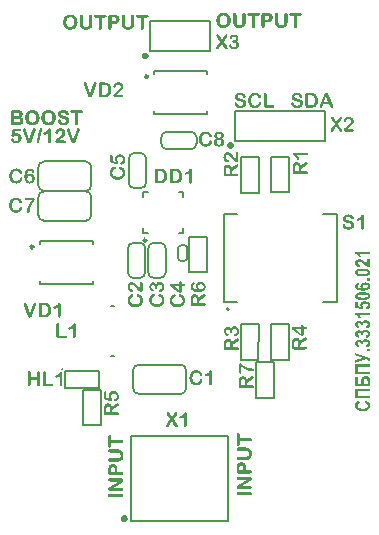
<source format=gto>
G04*
G04 #@! TF.GenerationSoftware,Altium Limited,Altium Designer,19.1.6 (110)*
G04*
G04 Layer_Color=65535*
%FSLAX43Y43*%
%MOMM*%
G71*
G01*
G75*
%ADD10C,0.250*%
%ADD11C,0.200*%
%ADD12C,0.600*%
G36*
X91472Y57261D02*
X91483Y57259D01*
X91498Y57253D01*
X91511Y57248D01*
X91526Y57238D01*
X91539Y57225D01*
X91541Y57224D01*
X91545Y57218D01*
X91548Y57211D01*
X91554Y57198D01*
X91561Y57183D01*
X91565Y57164D01*
X91569Y57142D01*
X91570Y57118D01*
Y56870D01*
X92435D01*
X92439D01*
X92448D01*
X92463Y56868D01*
X92481Y56864D01*
X92502Y56861D01*
X92522Y56853D01*
X92541Y56844D01*
X92559Y56831D01*
X92561Y56829D01*
X92565Y56824D01*
X92572Y56816D01*
X92580Y56803D01*
X92587Y56788D01*
X92594Y56772D01*
X92598Y56751D01*
X92600Y56729D01*
Y56718D01*
X92598Y56707D01*
X92594Y56692D01*
X92591Y56677D01*
X92583Y56659D01*
X92572Y56642D01*
X92559Y56627D01*
X92557Y56625D01*
X92552Y56622D01*
X92541Y56616D01*
X92528Y56609D01*
X92511Y56601D01*
X92489Y56596D01*
X92463Y56592D01*
X92435Y56590D01*
X91570D01*
Y56327D01*
X91569Y56314D01*
X91567Y56300D01*
X91563Y56281D01*
X91558Y56264D01*
X91550Y56248D01*
X91539Y56233D01*
X91537Y56231D01*
X91533Y56227D01*
X91526Y56222D01*
X91517Y56216D01*
X91504Y56209D01*
X91489Y56203D01*
X91472Y56200D01*
X91454Y56198D01*
X91452D01*
X91445D01*
X91435Y56200D01*
X91422Y56203D01*
X91408Y56207D01*
X91393Y56213D01*
X91380Y56222D01*
X91367Y56235D01*
X91365Y56237D01*
X91361Y56242D01*
X91356Y56250D01*
X91350Y56263D01*
X91345Y56275D01*
X91339Y56294D01*
X91335Y56314D01*
X91333Y56338D01*
Y57129D01*
X91335Y57142D01*
X91337Y57159D01*
X91341Y57175D01*
X91348Y57194D01*
X91356Y57211D01*
X91367Y57225D01*
X91369Y57227D01*
X91372Y57231D01*
X91380Y57236D01*
X91391Y57244D01*
X91402Y57251D01*
X91417Y57257D01*
X91435Y57261D01*
X91454Y57262D01*
X91456D01*
X91463D01*
X91472Y57261D01*
D02*
G37*
G36*
X92113Y56055D02*
X92148Y56053D01*
X92185Y56050D01*
X92226Y56044D01*
X92267Y56037D01*
X92306Y56027D01*
X92307D01*
X92309Y56026D01*
X92315Y56024D01*
X92322Y56022D01*
X92341Y56014D01*
X92365Y56001D01*
X92393Y55985D01*
X92422Y55963D01*
X92452Y55937D01*
X92483Y55903D01*
X92485Y55901D01*
X92493Y55894D01*
X92504Y55881D01*
X92517Y55864D01*
X92531Y55844D01*
X92546Y55820D01*
X92559Y55790D01*
X92572Y55759D01*
Y55757D01*
X92574Y55755D01*
Y55750D01*
X92576Y55742D01*
X92581Y55724D01*
X92585Y55698D01*
X92591Y55668D01*
X92596Y55631D01*
X92598Y55592D01*
X92600Y55548D01*
Y55524D01*
X92598Y55511D01*
Y55498D01*
X92596Y55463D01*
X92593Y55424D01*
X92587Y55383D01*
X92580Y55340D01*
X92570Y55300D01*
Y55298D01*
X92569Y55296D01*
X92567Y55290D01*
X92565Y55283D01*
X92557Y55263D01*
X92546Y55240D01*
X92533Y55213D01*
X92515Y55185D01*
X92496Y55155D01*
X92472Y55129D01*
X92469Y55126D01*
X92459Y55118D01*
X92446Y55107D01*
X92426Y55092D01*
X92402Y55077D01*
X92374Y55061D01*
X92341Y55046D01*
X92306Y55033D01*
X92304D01*
X92300Y55031D01*
X92294D01*
X92287Y55029D01*
X92278Y55026D01*
X92267Y55024D01*
X92237Y55018D01*
X92202Y55013D01*
X92159Y55009D01*
X92113Y55005D01*
X92063Y55003D01*
X91480D01*
X91478D01*
X91476D01*
X91467D01*
X91452Y55005D01*
X91433Y55009D01*
X91413Y55013D01*
X91393Y55018D01*
X91372Y55027D01*
X91356Y55040D01*
X91354Y55042D01*
X91348Y55048D01*
X91343Y55055D01*
X91333Y55068D01*
X91326Y55081D01*
X91321Y55100D01*
X91315Y55118D01*
X91313Y55140D01*
Y55152D01*
X91315Y55163D01*
X91319Y55177D01*
X91324Y55194D01*
X91332Y55211D01*
X91343Y55229D01*
X91358Y55244D01*
X91359Y55246D01*
X91365Y55250D01*
X91376Y55257D01*
X91389Y55264D01*
X91406Y55270D01*
X91428Y55277D01*
X91452Y55281D01*
X91480Y55283D01*
X92076D01*
X92078D01*
X92080D01*
X92085D01*
X92093D01*
X92111Y55285D01*
X92133D01*
X92159Y55289D01*
X92187Y55292D01*
X92215Y55296D01*
X92241Y55303D01*
X92243Y55305D01*
X92252Y55307D01*
X92263Y55313D01*
X92276Y55322D01*
X92293Y55331D01*
X92309Y55344D01*
X92324Y55359D01*
X92339Y55377D01*
X92341Y55379D01*
X92344Y55387D01*
X92350Y55400D01*
X92356Y55416D01*
X92361Y55439D01*
X92367Y55464D01*
X92370Y55494D01*
X92372Y55529D01*
Y55542D01*
X92370Y55551D01*
Y55563D01*
X92369Y55576D01*
X92363Y55605D01*
X92356Y55637D01*
X92343Y55668D01*
X92326Y55698D01*
X92315Y55711D01*
X92302Y55722D01*
X92298Y55724D01*
X92289Y55731D01*
X92272Y55740D01*
X92248Y55750D01*
X92217Y55761D01*
X92180Y55768D01*
X92133Y55776D01*
X92109Y55777D01*
X92082D01*
X91480D01*
X91478D01*
X91476D01*
X91467D01*
X91452Y55779D01*
X91433Y55783D01*
X91413Y55787D01*
X91393Y55792D01*
X91372Y55801D01*
X91356Y55814D01*
X91354Y55816D01*
X91348Y55822D01*
X91343Y55829D01*
X91333Y55840D01*
X91326Y55855D01*
X91321Y55872D01*
X91315Y55892D01*
X91313Y55914D01*
Y55926D01*
X91315Y55937D01*
X91319Y55951D01*
X91324Y55966D01*
X91332Y55985D01*
X91341Y56001D01*
X91356Y56016D01*
X91358Y56018D01*
X91363Y56022D01*
X91374Y56029D01*
X91387Y56037D01*
X91404Y56044D01*
X91426Y56051D01*
X91450Y56055D01*
X91480Y56057D01*
X92063D01*
X92065D01*
X92069D01*
X92078D01*
X92087D01*
X92100D01*
X92113Y56055D01*
D02*
G37*
G36*
X91746Y54805D02*
X91763Y54803D01*
X91782Y54802D01*
X91802Y54798D01*
X91824Y54792D01*
X91870Y54777D01*
X91895Y54768D01*
X91919Y54757D01*
X91943Y54742D01*
X91967Y54726D01*
X91987Y54707D01*
X92007Y54687D01*
X92009Y54685D01*
X92011Y54681D01*
X92017Y54674D01*
X92022Y54665D01*
X92030Y54652D01*
X92039Y54637D01*
X92048Y54618D01*
X92057Y54598D01*
X92067Y54574D01*
X92076Y54548D01*
X92083Y54518D01*
X92093Y54487D01*
X92098Y54452D01*
X92104Y54415D01*
X92106Y54376D01*
X92107Y54333D01*
Y54128D01*
X92435D01*
X92439D01*
X92448D01*
X92463Y54126D01*
X92480Y54122D01*
X92500Y54118D01*
X92520Y54111D01*
X92541Y54100D01*
X92557Y54087D01*
X92559Y54085D01*
X92565Y54079D01*
X92570Y54072D01*
X92578Y54059D01*
X92587Y54046D01*
X92593Y54028D01*
X92598Y54009D01*
X92600Y53987D01*
Y53976D01*
X92598Y53965D01*
X92594Y53950D01*
X92589Y53935D01*
X92581Y53916D01*
X92572Y53900D01*
X92557Y53885D01*
X92556Y53883D01*
X92550Y53879D01*
X92539Y53874D01*
X92526Y53866D01*
X92509Y53859D01*
X92489Y53854D01*
X92465Y53850D01*
X92437Y53848D01*
X91502D01*
X91500D01*
X91498D01*
X91487D01*
X91472Y53850D01*
X91452Y53854D01*
X91432Y53857D01*
X91411Y53865D01*
X91391Y53876D01*
X91374Y53889D01*
X91372Y53891D01*
X91369Y53896D01*
X91361Y53907D01*
X91354Y53920D01*
X91346Y53939D01*
X91339Y53961D01*
X91335Y53989D01*
X91333Y54018D01*
Y54370D01*
X91335Y54383D01*
X91337Y54415D01*
X91339Y54450D01*
X91343Y54487D01*
X91350Y54524D01*
X91358Y54555D01*
Y54559D01*
X91361Y54568D01*
X91367Y54583D01*
X91374Y54602D01*
X91383Y54622D01*
X91396Y54646D01*
X91411Y54668D01*
X91430Y54690D01*
X91432Y54692D01*
X91439Y54700D01*
X91450Y54711D01*
X91463Y54724D01*
X91482Y54737D01*
X91504Y54752D01*
X91528Y54765D01*
X91554Y54777D01*
X91558Y54779D01*
X91567Y54783D01*
X91582Y54787D01*
X91600Y54792D01*
X91624Y54798D01*
X91652Y54803D01*
X91682Y54805D01*
X91715Y54807D01*
X91717D01*
X91724D01*
X91733D01*
X91746Y54805D01*
D02*
G37*
G36*
X92441Y53583D02*
X92452D01*
X92465Y53581D01*
X92480Y53578D01*
X92511Y53567D01*
X92528Y53557D01*
X92544Y53548D01*
X92559Y53535D01*
X92572Y53520D01*
X92583Y53504D01*
X92593Y53483D01*
X92598Y53459D01*
X92600Y53433D01*
Y53420D01*
X92598Y53411D01*
X92594Y53389D01*
X92589Y53367D01*
Y53365D01*
X92587Y53361D01*
X92585Y53357D01*
X92581Y53350D01*
X92572Y53331D01*
X92557Y53313D01*
X92556Y53311D01*
X92554Y53309D01*
X92543Y53298D01*
X92528Y53283D01*
X92509Y53268D01*
X92507D01*
X92506Y53265D01*
X92500Y53263D01*
X92493Y53257D01*
X92474Y53244D01*
X92452Y53229D01*
X91748Y52800D01*
X92443D01*
X92446D01*
X92456D01*
X92469Y52798D01*
X92485Y52794D01*
X92504Y52791D01*
X92524Y52783D01*
X92543Y52774D01*
X92559Y52761D01*
X92561Y52759D01*
X92565Y52754D01*
X92572Y52746D01*
X92580Y52735D01*
X92587Y52722D01*
X92594Y52705D01*
X92598Y52687D01*
X92600Y52667D01*
Y52657D01*
X92598Y52646D01*
X92594Y52631D01*
X92591Y52617D01*
X92583Y52600D01*
X92572Y52585D01*
X92559Y52570D01*
X92557Y52568D01*
X92552Y52565D01*
X92543Y52559D01*
X92530Y52554D01*
X92513Y52546D01*
X92494Y52541D01*
X92470Y52537D01*
X92444Y52535D01*
X91509D01*
X91506D01*
X91498D01*
X91487D01*
X91474Y52537D01*
X91443Y52541D01*
X91426Y52544D01*
X91413Y52548D01*
X91411Y52550D01*
X91406Y52552D01*
X91396Y52556D01*
X91387Y52563D01*
X91374Y52570D01*
X91363Y52581D01*
X91352Y52593D01*
X91341Y52607D01*
X91339Y52609D01*
X91337Y52615D01*
X91332Y52622D01*
X91326Y52633D01*
X91322Y52646D01*
X91317Y52661D01*
X91315Y52678D01*
X91313Y52694D01*
Y52707D01*
X91315Y52717D01*
X91319Y52737D01*
X91326Y52757D01*
Y52759D01*
X91328Y52763D01*
X91335Y52774D01*
X91346Y52789D01*
X91359Y52805D01*
Y52807D01*
X91363Y52809D01*
X91372Y52818D01*
X91389Y52831D01*
X91409Y52844D01*
X91411D01*
X91415Y52848D01*
X91420Y52852D01*
X91428Y52857D01*
X91448Y52870D01*
X91472Y52885D01*
X92174Y53324D01*
X91470D01*
X91467D01*
X91458D01*
X91445Y53326D01*
X91428Y53328D01*
X91409Y53331D01*
X91389Y53339D01*
X91370Y53346D01*
X91354Y53357D01*
X91352Y53359D01*
X91348Y53365D01*
X91341Y53372D01*
X91333Y53383D01*
X91326Y53396D01*
X91319Y53413D01*
X91315Y53431D01*
X91313Y53452D01*
Y53461D01*
X91315Y53472D01*
X91319Y53487D01*
X91322Y53502D01*
X91330Y53518D01*
X91341Y53533D01*
X91354Y53548D01*
X91356Y53550D01*
X91361Y53554D01*
X91370Y53559D01*
X91383Y53567D01*
X91400Y53574D01*
X91420Y53579D01*
X91443Y53583D01*
X91470Y53585D01*
X92424D01*
X92426D01*
X92432D01*
X92441Y53583D01*
D02*
G37*
G36*
X92463Y52278D02*
X92481Y52274D01*
X92502Y52270D01*
X92522Y52263D01*
X92541Y52252D01*
X92559Y52239D01*
X92561Y52237D01*
X92565Y52231D01*
X92572Y52224D01*
X92580Y52211D01*
X92587Y52196D01*
X92594Y52180D01*
X92598Y52159D01*
X92600Y52137D01*
Y52128D01*
X92598Y52115D01*
X92594Y52102D01*
X92591Y52085D01*
X92583Y52069D01*
X92572Y52052D01*
X92559Y52037D01*
X92557Y52035D01*
X92552Y52031D01*
X92541Y52026D01*
X92528Y52019D01*
X92511Y52011D01*
X92489Y52006D01*
X92463Y52002D01*
X92435Y52000D01*
X91480D01*
X91478D01*
X91476D01*
X91467D01*
X91452Y52002D01*
X91433Y52006D01*
X91413Y52009D01*
X91393Y52015D01*
X91372Y52024D01*
X91356Y52037D01*
X91354Y52039D01*
X91348Y52044D01*
X91343Y52052D01*
X91333Y52065D01*
X91326Y52078D01*
X91321Y52096D01*
X91315Y52115D01*
X91313Y52137D01*
Y52148D01*
X91315Y52159D01*
X91319Y52174D01*
X91324Y52189D01*
X91332Y52207D01*
X91341Y52224D01*
X91356Y52239D01*
X91358Y52241D01*
X91363Y52244D01*
X91374Y52252D01*
X91387Y52259D01*
X91404Y52267D01*
X91426Y52274D01*
X91450Y52278D01*
X91480Y52280D01*
X92435D01*
X92439D01*
X92448D01*
X92463Y52278D01*
D02*
G37*
G36*
X102613Y72439D02*
X101708D01*
X101709Y72437D01*
X101713Y72434D01*
X101719Y72428D01*
X101728Y72419D01*
X101737Y72410D01*
X101750Y72397D01*
X101763Y72382D01*
X101776Y72365D01*
X101806Y72328D01*
X101837Y72286D01*
X101865Y72236D01*
X101889Y72184D01*
X101670D01*
Y72186D01*
X101669Y72187D01*
X101665Y72199D01*
X101656Y72213D01*
X101645Y72236D01*
X101628Y72261D01*
X101608Y72289D01*
X101583Y72321D01*
X101554Y72354D01*
X101552Y72356D01*
X101550Y72358D01*
X101539Y72369D01*
X101521Y72384D01*
X101496Y72402D01*
X101469Y72423D01*
X101435Y72443D01*
X101398Y72461D01*
X101358Y72476D01*
Y72637D01*
X102613D01*
Y72439D01*
D02*
G37*
G36*
Y71308D02*
X102611D01*
X102607D01*
X102600Y71310D01*
X102591D01*
X102580Y71312D01*
X102567Y71315D01*
X102535Y71321D01*
X102500Y71328D01*
X102459Y71341D01*
X102417Y71356D01*
X102374Y71375D01*
X102372D01*
X102369Y71378D01*
X102363Y71380D01*
X102354Y71386D01*
X102343Y71393D01*
X102328Y71400D01*
X102313Y71412D01*
X102295Y71425D01*
X102274Y71437D01*
X102252Y71454D01*
X102228Y71471D01*
X102200Y71491D01*
X102172Y71513D01*
X102143Y71539D01*
X102109Y71565D01*
X102076Y71595D01*
X102074Y71597D01*
X102069Y71600D01*
X102061Y71608D01*
X102052Y71615D01*
X102041Y71626D01*
X102026Y71637D01*
X101995Y71663D01*
X101961Y71691D01*
X101930Y71717D01*
X101900Y71739D01*
X101887Y71749D01*
X101876Y71756D01*
X101872Y71758D01*
X101863Y71763D01*
X101848Y71771D01*
X101828Y71778D01*
X101806Y71786D01*
X101780Y71793D01*
X101752Y71799D01*
X101724Y71800D01*
X101722D01*
X101720D01*
X101711D01*
X101696Y71799D01*
X101678Y71797D01*
X101658Y71791D01*
X101637Y71786D01*
X101617Y71776D01*
X101600Y71763D01*
X101598Y71762D01*
X101593Y71756D01*
X101587Y71749D01*
X101578Y71737D01*
X101571Y71724D01*
X101565Y71708D01*
X101559Y71687D01*
X101558Y71667D01*
Y71662D01*
X101559Y71654D01*
X101561Y71647D01*
X101569Y71624D01*
X101574Y71613D01*
X101582Y71600D01*
X101593Y71587D01*
X101606Y71575D01*
X101620Y71563D01*
X101641Y71552D01*
X101663Y71543D01*
X101689Y71536D01*
X101719Y71530D01*
X101754Y71526D01*
X101728Y71330D01*
X101726D01*
X101719Y71332D01*
X101709D01*
X101696Y71334D01*
X101682Y71337D01*
X101663Y71339D01*
X101643Y71345D01*
X101620Y71350D01*
X101576Y71363D01*
X101530Y71382D01*
X101485Y71406D01*
X101467Y71419D01*
X101448Y71436D01*
X101446Y71437D01*
X101445Y71439D01*
X101439Y71445D01*
X101433Y71452D01*
X101428Y71462D01*
X101419Y71471D01*
X101402Y71499D01*
X101385Y71532D01*
X101372Y71573D01*
X101361Y71619D01*
X101359Y71645D01*
X101358Y71671D01*
Y71686D01*
X101359Y71697D01*
X101361Y71712D01*
X101363Y71726D01*
X101371Y71763D01*
X101383Y71802D01*
X101391Y71823D01*
X101402Y71843D01*
X101415Y71863D01*
X101428Y71882D01*
X101445Y71899D01*
X101463Y71915D01*
X101465Y71917D01*
X101469Y71919D01*
X101474Y71923D01*
X101482Y71928D01*
X101491Y71934D01*
X101504Y71941D01*
X101533Y71958D01*
X101569Y71973D01*
X101609Y71986D01*
X101654Y71995D01*
X101678Y71999D01*
X101704D01*
X101708D01*
X101717D01*
X101732Y71997D01*
X101752D01*
X101774Y71993D01*
X101800Y71989D01*
X101826Y71984D01*
X101854Y71976D01*
X101858D01*
X101867Y71973D01*
X101880Y71967D01*
X101898Y71962D01*
X101920Y71952D01*
X101945Y71941D01*
X101970Y71926D01*
X101998Y71911D01*
X102002Y71910D01*
X102011Y71904D01*
X102028Y71893D01*
X102048Y71878D01*
X102076Y71858D01*
X102107Y71832D01*
X102145Y71802D01*
X102185Y71767D01*
X102187Y71765D01*
X102189Y71763D01*
X102195Y71758D01*
X102202Y71752D01*
X102220Y71736D01*
X102243Y71717D01*
X102267Y71697D01*
X102289Y71676D01*
X102309Y71660D01*
X102326Y71647D01*
X102328Y71645D01*
X102332Y71643D01*
X102339Y71637D01*
X102346Y71632D01*
X102367Y71619D01*
X102391Y71606D01*
Y71999D01*
X102613D01*
Y71308D01*
D02*
G37*
G36*
X102054Y71200D02*
X102083D01*
X102115Y71197D01*
X102152Y71195D01*
X102191Y71191D01*
X102272Y71180D01*
X102356Y71163D01*
X102394Y71152D01*
X102430Y71141D01*
X102463Y71126D01*
X102493Y71110D01*
X102494Y71108D01*
X102498Y71106D01*
X102506Y71100D01*
X102515Y71093D01*
X102526Y71084D01*
X102537Y71073D01*
X102563Y71045D01*
X102589Y71010D01*
X102611Y70969D01*
X102620Y70947D01*
X102628Y70923D01*
X102632Y70897D01*
X102633Y70869D01*
Y70862D01*
X102632Y70854D01*
Y70845D01*
X102630Y70832D01*
X102626Y70817D01*
X102617Y70782D01*
X102609Y70763D01*
X102600Y70743D01*
X102589Y70725D01*
X102574Y70704D01*
X102559Y70684D01*
X102541Y70663D01*
X102519Y70645D01*
X102494Y70626D01*
X102493Y70625D01*
X102487Y70623D01*
X102480Y70619D01*
X102467Y70612D01*
X102450Y70606D01*
X102432Y70599D01*
X102407Y70589D01*
X102380Y70582D01*
X102346Y70573D01*
X102311Y70565D01*
X102270Y70556D01*
X102224Y70551D01*
X102174Y70545D01*
X102119Y70539D01*
X102059Y70538D01*
X101995Y70536D01*
X101993D01*
X101991D01*
X101985D01*
X101980D01*
X101961D01*
X101937Y70538D01*
X101909Y70539D01*
X101876Y70541D01*
X101839Y70543D01*
X101800Y70547D01*
X101719Y70558D01*
X101637Y70575D01*
X101598Y70584D01*
X101563Y70597D01*
X101530Y70610D01*
X101500Y70626D01*
X101498Y70628D01*
X101495Y70630D01*
X101487Y70636D01*
X101478Y70643D01*
X101467Y70652D01*
X101456Y70663D01*
X101428Y70691D01*
X101402Y70726D01*
X101380Y70767D01*
X101371Y70789D01*
X101363Y70813D01*
X101359Y70839D01*
X101358Y70867D01*
Y70882D01*
X101359Y70891D01*
X101361Y70904D01*
X101365Y70919D01*
X101376Y70954D01*
X101383Y70973D01*
X101393Y70993D01*
X101404Y71012D01*
X101417Y71032D01*
X101433Y71052D01*
X101454Y71073D01*
X101474Y71091D01*
X101500Y71110D01*
X101502Y71112D01*
X101508Y71113D01*
X101515Y71119D01*
X101528Y71125D01*
X101545Y71132D01*
X101563Y71139D01*
X101587Y71147D01*
X101615Y71156D01*
X101648Y71165D01*
X101683Y71173D01*
X101724Y71180D01*
X101770Y71188D01*
X101819Y71193D01*
X101874Y71199D01*
X101932Y71200D01*
X101996Y71202D01*
X101998D01*
X102000D01*
X102006D01*
X102011D01*
X102030D01*
X102054Y71200D01*
D02*
G37*
G36*
X102613Y70178D02*
X102372D01*
Y70375D01*
X102613D01*
Y70178D01*
D02*
G37*
G36*
X102244Y70025D02*
X102261Y70023D01*
X102282Y70021D01*
X102302Y70019D01*
X102326Y70015D01*
X102374Y70002D01*
X102426Y69986D01*
X102452Y69975D01*
X102476Y69962D01*
X102500Y69947D01*
X102522Y69930D01*
X102524Y69928D01*
X102528Y69927D01*
X102533Y69921D01*
X102539Y69914D01*
X102548Y69904D01*
X102557Y69893D01*
X102578Y69865D01*
X102598Y69832D01*
X102617Y69791D01*
X102622Y69769D01*
X102628Y69745D01*
X102632Y69721D01*
X102633Y69695D01*
Y69688D01*
X102632Y69680D01*
Y69669D01*
X102630Y69656D01*
X102626Y69641D01*
X102615Y69606D01*
X102607Y69586D01*
X102598Y69565D01*
X102587Y69543D01*
X102572Y69523D01*
X102556Y69501D01*
X102537Y69480D01*
X102515Y69460D01*
X102489Y69440D01*
X102487Y69438D01*
X102482Y69436D01*
X102472Y69430D01*
X102461Y69425D01*
X102444Y69417D01*
X102424Y69408D01*
X102402Y69399D01*
X102374Y69390D01*
X102343Y69380D01*
X102306Y69371D01*
X102267Y69364D01*
X102222Y69354D01*
X102174Y69349D01*
X102122Y69343D01*
X102065Y69341D01*
X102004Y69340D01*
X102002D01*
X102000D01*
X101989D01*
X101970D01*
X101948Y69341D01*
X101919Y69343D01*
X101887Y69345D01*
X101852Y69349D01*
X101813Y69353D01*
X101732Y69365D01*
X101650Y69384D01*
X101611Y69395D01*
X101574Y69410D01*
X101539Y69425D01*
X101509Y69443D01*
X101508Y69445D01*
X101502Y69449D01*
X101495Y69454D01*
X101485Y69462D01*
X101474Y69473D01*
X101461Y69486D01*
X101448Y69501D01*
X101433Y69517D01*
X101419Y69536D01*
X101406Y69556D01*
X101382Y69602D01*
X101372Y69628D01*
X101363Y69654D01*
X101359Y69684D01*
X101358Y69714D01*
Y69725D01*
X101359Y69732D01*
X101361Y69754D01*
X101367Y69780D01*
X101376Y69812D01*
X101391Y69843D01*
X101409Y69877D01*
X101435Y69906D01*
X101439Y69910D01*
X101450Y69919D01*
X101469Y69932D01*
X101493Y69949D01*
X101526Y69965D01*
X101567Y69982D01*
X101613Y69995D01*
X101669Y70006D01*
X101695Y69815D01*
X101693D01*
X101689D01*
X101682Y69814D01*
X101672Y69812D01*
X101650Y69806D01*
X101624Y69795D01*
X101600Y69782D01*
X101578Y69762D01*
X101569Y69749D01*
X101561Y69736D01*
X101558Y69719D01*
X101556Y69702D01*
Y69701D01*
X101558Y69691D01*
X101559Y69680D01*
X101565Y69665D01*
X101572Y69649D01*
X101585Y69632D01*
X101602Y69614D01*
X101626Y69597D01*
X101630Y69595D01*
X101633Y69593D01*
X101641Y69590D01*
X101648Y69588D01*
X101659Y69582D01*
X101672Y69578D01*
X101687Y69575D01*
X101706Y69569D01*
X101726Y69565D01*
X101750Y69560D01*
X101776Y69556D01*
X101804Y69552D01*
X101835Y69549D01*
X101870Y69545D01*
X101909Y69543D01*
X101908Y69545D01*
X101900Y69551D01*
X101891Y69558D01*
X101880Y69567D01*
X101867Y69580D01*
X101854Y69593D01*
X101841Y69608D01*
X101830Y69625D01*
X101828Y69627D01*
X101826Y69632D01*
X101820Y69643D01*
X101815Y69654D01*
X101811Y69669D01*
X101806Y69688D01*
X101804Y69706D01*
X101802Y69727D01*
Y69738D01*
X101804Y69747D01*
X101806Y69758D01*
X101808Y69769D01*
X101817Y69799D01*
X101830Y69830D01*
X101839Y69849D01*
X101850Y69865D01*
X101863Y69884D01*
X101878Y69901D01*
X101895Y69919D01*
X101915Y69936D01*
X101917Y69938D01*
X101920Y69939D01*
X101926Y69945D01*
X101935Y69951D01*
X101946Y69956D01*
X101959Y69965D01*
X101976Y69973D01*
X101995Y69982D01*
X102015Y69989D01*
X102037Y69999D01*
X102061Y70006D01*
X102087Y70012D01*
X102117Y70019D01*
X102146Y70023D01*
X102180Y70025D01*
X102213Y70027D01*
X102215D01*
X102222D01*
X102232D01*
X102244Y70025D01*
D02*
G37*
G36*
X102054Y69206D02*
X102083D01*
X102115Y69203D01*
X102152Y69201D01*
X102191Y69197D01*
X102272Y69186D01*
X102356Y69169D01*
X102394Y69158D01*
X102430Y69147D01*
X102463Y69132D01*
X102493Y69116D01*
X102494Y69114D01*
X102498Y69112D01*
X102506Y69106D01*
X102515Y69099D01*
X102526Y69090D01*
X102537Y69078D01*
X102563Y69051D01*
X102589Y69016D01*
X102611Y68975D01*
X102620Y68953D01*
X102628Y68928D01*
X102632Y68903D01*
X102633Y68875D01*
Y68867D01*
X102632Y68860D01*
Y68851D01*
X102630Y68838D01*
X102626Y68823D01*
X102617Y68788D01*
X102609Y68769D01*
X102600Y68749D01*
X102589Y68730D01*
X102574Y68710D01*
X102559Y68690D01*
X102541Y68669D01*
X102519Y68651D01*
X102494Y68632D01*
X102493Y68630D01*
X102487Y68629D01*
X102480Y68625D01*
X102467Y68617D01*
X102450Y68612D01*
X102432Y68604D01*
X102407Y68595D01*
X102380Y68588D01*
X102346Y68579D01*
X102311Y68571D01*
X102270Y68562D01*
X102224Y68556D01*
X102174Y68551D01*
X102119Y68545D01*
X102059Y68543D01*
X101995Y68541D01*
X101993D01*
X101991D01*
X101985D01*
X101980D01*
X101961D01*
X101937Y68543D01*
X101909Y68545D01*
X101876Y68547D01*
X101839Y68549D01*
X101800Y68553D01*
X101719Y68564D01*
X101637Y68580D01*
X101598Y68590D01*
X101563Y68603D01*
X101530Y68616D01*
X101500Y68632D01*
X101498Y68634D01*
X101495Y68636D01*
X101487Y68641D01*
X101478Y68649D01*
X101467Y68658D01*
X101456Y68669D01*
X101428Y68697D01*
X101402Y68732D01*
X101380Y68773D01*
X101371Y68795D01*
X101363Y68819D01*
X101359Y68845D01*
X101358Y68873D01*
Y68888D01*
X101359Y68897D01*
X101361Y68910D01*
X101365Y68925D01*
X101376Y68960D01*
X101383Y68978D01*
X101393Y68999D01*
X101404Y69017D01*
X101417Y69038D01*
X101433Y69058D01*
X101454Y69078D01*
X101474Y69097D01*
X101500Y69116D01*
X101502Y69117D01*
X101508Y69119D01*
X101515Y69125D01*
X101528Y69130D01*
X101545Y69138D01*
X101563Y69145D01*
X101587Y69153D01*
X101615Y69162D01*
X101648Y69171D01*
X101683Y69178D01*
X101724Y69186D01*
X101770Y69193D01*
X101819Y69199D01*
X101874Y69204D01*
X101932Y69206D01*
X101996Y69208D01*
X101998D01*
X102000D01*
X102006D01*
X102011D01*
X102030D01*
X102054Y69206D01*
D02*
G37*
G36*
X102220Y68434D02*
X102235D01*
X102252Y68430D01*
X102270Y68429D01*
X102293Y68425D01*
X102339Y68414D01*
X102391Y68397D01*
X102417Y68386D01*
X102443Y68375D01*
X102470Y68360D01*
X102496Y68343D01*
X102498Y68341D01*
X102502Y68340D01*
X102509Y68334D01*
X102519Y68327D01*
X102528Y68317D01*
X102539Y68306D01*
X102552Y68292D01*
X102565Y68277D01*
X102578Y68260D01*
X102591Y68240D01*
X102602Y68219D01*
X102611Y68195D01*
X102620Y68171D01*
X102628Y68143D01*
X102632Y68116D01*
X102633Y68084D01*
Y68071D01*
X102632Y68062D01*
Y68051D01*
X102628Y68036D01*
X102622Y68005D01*
X102611Y67969D01*
X102596Y67930D01*
X102574Y67893D01*
X102559Y67875D01*
X102544Y67856D01*
X102543Y67855D01*
X102541Y67853D01*
X102535Y67847D01*
X102528Y67842D01*
X102519Y67834D01*
X102507Y67827D01*
X102494Y67817D01*
X102480Y67808D01*
X102463Y67799D01*
X102443Y67790D01*
X102422Y67780D01*
X102400Y67771D01*
X102376Y67764D01*
X102348Y67756D01*
X102291Y67747D01*
X102265Y67943D01*
X102269D01*
X102278Y67945D01*
X102295Y67949D01*
X102313Y67953D01*
X102333Y67958D01*
X102354Y67967D01*
X102376Y67979D01*
X102394Y67993D01*
X102396Y67995D01*
X102402Y68001D01*
X102409Y68010D01*
X102417Y68021D01*
X102426Y68034D01*
X102433Y68051D01*
X102439Y68067D01*
X102441Y68086D01*
Y68088D01*
X102439Y68097D01*
X102437Y68108D01*
X102433Y68121D01*
X102426Y68138D01*
X102415Y68156D01*
X102402Y68173D01*
X102382Y68190D01*
X102378Y68192D01*
X102370Y68197D01*
X102356Y68204D01*
X102337Y68212D01*
X102311Y68219D01*
X102280Y68227D01*
X102241Y68232D01*
X102198Y68234D01*
X102196D01*
X102193D01*
X102187D01*
X102178D01*
X102157Y68232D01*
X102132Y68229D01*
X102104Y68223D01*
X102074Y68216D01*
X102048Y68204D01*
X102024Y68190D01*
X102022Y68188D01*
X102015Y68182D01*
X102006Y68173D01*
X101995Y68160D01*
X101985Y68145D01*
X101976Y68125D01*
X101969Y68104D01*
X101967Y68080D01*
Y68077D01*
X101969Y68066D01*
X101972Y68051D01*
X101978Y68030D01*
X101989Y68006D01*
X102006Y67980D01*
X102015Y67967D01*
X102028Y67954D01*
X102041Y67942D01*
X102057Y67929D01*
X102030Y67769D01*
X101378Y67869D01*
Y68390D01*
X101602D01*
Y68019D01*
X101817Y67986D01*
X101815Y67990D01*
X101809Y67997D01*
X101804Y68010D01*
X101795Y68029D01*
X101787Y68049D01*
X101782Y68071D01*
X101776Y68095D01*
X101774Y68121D01*
Y68132D01*
X101776Y68142D01*
X101778Y68153D01*
X101780Y68164D01*
X101785Y68193D01*
X101798Y68225D01*
X101815Y68260D01*
X101826Y68279D01*
X101839Y68295D01*
X101854Y68312D01*
X101870Y68329D01*
X101872Y68330D01*
X101876Y68334D01*
X101883Y68338D01*
X101893Y68345D01*
X101906Y68353D01*
X101920Y68362D01*
X101937Y68373D01*
X101956Y68382D01*
X101978Y68392D01*
X102002Y68403D01*
X102030Y68412D01*
X102057Y68419D01*
X102089Y68427D01*
X102120Y68432D01*
X102156Y68434D01*
X102193Y68436D01*
X102195D01*
X102200D01*
X102209D01*
X102220Y68434D01*
D02*
G37*
G36*
X102613Y67253D02*
X101708D01*
X101709Y67251D01*
X101713Y67247D01*
X101719Y67242D01*
X101728Y67232D01*
X101737Y67223D01*
X101750Y67210D01*
X101763Y67195D01*
X101776Y67179D01*
X101806Y67142D01*
X101837Y67099D01*
X101865Y67049D01*
X101889Y66997D01*
X101670D01*
Y66999D01*
X101669Y67001D01*
X101665Y67012D01*
X101656Y67027D01*
X101645Y67049D01*
X101628Y67075D01*
X101608Y67103D01*
X101583Y67134D01*
X101554Y67168D01*
X101552Y67169D01*
X101550Y67171D01*
X101539Y67182D01*
X101521Y67197D01*
X101496Y67216D01*
X101469Y67236D01*
X101435Y67256D01*
X101398Y67275D01*
X101358Y67290D01*
Y67451D01*
X102613D01*
Y67253D01*
D02*
G37*
G36*
X102267Y66821D02*
X102282Y66819D01*
X102298Y66818D01*
X102317Y66814D01*
X102339Y66810D01*
X102383Y66797D01*
X102430Y66779D01*
X102454Y66768D01*
X102478Y66755D01*
X102500Y66738D01*
X102522Y66719D01*
X102524Y66718D01*
X102528Y66716D01*
X102533Y66708D01*
X102539Y66701D01*
X102548Y66692D01*
X102557Y66681D01*
X102578Y66651D01*
X102598Y66616D01*
X102617Y66575D01*
X102622Y66551D01*
X102628Y66527D01*
X102632Y66503D01*
X102633Y66477D01*
Y66464D01*
X102632Y66455D01*
X102630Y66444D01*
X102628Y66429D01*
X102622Y66397D01*
X102611Y66362D01*
X102593Y66323D01*
X102583Y66303D01*
X102570Y66284D01*
X102556Y66266D01*
X102539Y66247D01*
X102537Y66245D01*
X102535Y66244D01*
X102530Y66238D01*
X102522Y66232D01*
X102511Y66225D01*
X102500Y66218D01*
X102487Y66208D01*
X102470Y66199D01*
X102454Y66190D01*
X102433Y66181D01*
X102413Y66171D01*
X102389Y66162D01*
X102339Y66149D01*
X102280Y66140D01*
X102252Y66331D01*
X102254D01*
X102256D01*
X102267Y66332D01*
X102282Y66334D01*
X102302Y66340D01*
X102324Y66345D01*
X102346Y66355D01*
X102369Y66366D01*
X102387Y66379D01*
X102389Y66381D01*
X102394Y66386D01*
X102402Y66395D01*
X102409Y66407D01*
X102419Y66419D01*
X102426Y66436D01*
X102432Y66455D01*
X102433Y66475D01*
Y66486D01*
X102430Y66497D01*
X102426Y66510D01*
X102420Y66527D01*
X102411Y66545D01*
X102398Y66562D01*
X102380Y66579D01*
X102378Y66581D01*
X102369Y66586D01*
X102357Y66592D01*
X102339Y66601D01*
X102319Y66608D01*
X102291Y66614D01*
X102261Y66619D01*
X102226Y66621D01*
X102224D01*
X102222D01*
X102211D01*
X102195Y66619D01*
X102174Y66616D01*
X102152Y66612D01*
X102128Y66605D01*
X102104Y66594D01*
X102083Y66581D01*
X102082Y66579D01*
X102074Y66573D01*
X102067Y66564D01*
X102056Y66553D01*
X102046Y66538D01*
X102037Y66521D01*
X102032Y66503D01*
X102030Y66482D01*
Y66468D01*
X102032Y66458D01*
X102033Y66445D01*
X102037Y66429D01*
X102043Y66412D01*
X102048Y66394D01*
X101852Y66414D01*
Y66427D01*
X101850Y66442D01*
X101848Y66458D01*
X101843Y66479D01*
X101837Y66499D01*
X101826Y66518D01*
X101813Y66536D01*
X101811Y66538D01*
X101806Y66544D01*
X101795Y66551D01*
X101782Y66558D01*
X101765Y66566D01*
X101745Y66573D01*
X101720Y66579D01*
X101693Y66581D01*
X101689D01*
X101682D01*
X101670Y66579D01*
X101656Y66577D01*
X101641Y66573D01*
X101624Y66566D01*
X101608Y66558D01*
X101593Y66547D01*
X101591Y66545D01*
X101587Y66542D01*
X101582Y66534D01*
X101574Y66525D01*
X101567Y66514D01*
X101561Y66499D01*
X101558Y66482D01*
X101556Y66464D01*
Y66457D01*
X101558Y66445D01*
X101561Y66434D01*
X101567Y66421D01*
X101574Y66407D01*
X101583Y66392D01*
X101598Y66377D01*
X101600Y66375D01*
X101606Y66371D01*
X101617Y66366D01*
X101630Y66358D01*
X101646Y66351D01*
X101669Y66344D01*
X101693Y66338D01*
X101722Y66334D01*
X101685Y66153D01*
X101683D01*
X101678Y66155D01*
X101669Y66157D01*
X101658Y66158D01*
X101643Y66162D01*
X101628Y66166D01*
X101591Y66177D01*
X101550Y66192D01*
X101509Y66210D01*
X101471Y66234D01*
X101452Y66247D01*
X101437Y66262D01*
X101435Y66264D01*
X101433Y66266D01*
X101424Y66277D01*
X101411Y66295D01*
X101396Y66319D01*
X101383Y66349D01*
X101371Y66386D01*
X101361Y66427D01*
X101358Y66449D01*
Y66484D01*
X101359Y66495D01*
X101361Y66507D01*
X101363Y66519D01*
X101371Y66553D01*
X101382Y66588D01*
X101400Y66625D01*
X101411Y66644D01*
X101424Y66662D01*
X101439Y66679D01*
X101458Y66695D01*
X101459Y66697D01*
X101461Y66699D01*
X101467Y66703D01*
X101474Y66708D01*
X101483Y66714D01*
X101495Y66721D01*
X101522Y66738D01*
X101556Y66753D01*
X101593Y66766D01*
X101633Y66775D01*
X101656Y66779D01*
X101678D01*
X101682D01*
X101691D01*
X101708Y66777D01*
X101726Y66773D01*
X101750Y66769D01*
X101774Y66762D01*
X101800Y66753D01*
X101826Y66740D01*
X101830Y66738D01*
X101837Y66732D01*
X101848Y66725D01*
X101865Y66712D01*
X101882Y66697D01*
X101902Y66677D01*
X101922Y66655D01*
X101941Y66629D01*
Y66631D01*
X101943Y66632D01*
X101946Y66644D01*
X101952Y66658D01*
X101961Y66679D01*
X101976Y66701D01*
X101993Y66723D01*
X102015Y66745D01*
X102043Y66768D01*
X102046Y66769D01*
X102057Y66777D01*
X102074Y66786D01*
X102096Y66795D01*
X102124Y66806D01*
X102157Y66814D01*
X102196Y66821D01*
X102239Y66823D01*
X102241D01*
X102246D01*
X102256D01*
X102267Y66821D01*
D02*
G37*
G36*
Y66023D02*
X102282Y66021D01*
X102298Y66020D01*
X102317Y66016D01*
X102339Y66012D01*
X102383Y65999D01*
X102430Y65981D01*
X102454Y65970D01*
X102478Y65957D01*
X102500Y65940D01*
X102522Y65921D01*
X102524Y65920D01*
X102528Y65918D01*
X102533Y65910D01*
X102539Y65903D01*
X102548Y65894D01*
X102557Y65882D01*
X102578Y65853D01*
X102598Y65818D01*
X102617Y65777D01*
X102622Y65753D01*
X102628Y65729D01*
X102632Y65705D01*
X102633Y65679D01*
Y65666D01*
X102632Y65657D01*
X102630Y65645D01*
X102628Y65631D01*
X102622Y65599D01*
X102611Y65564D01*
X102593Y65525D01*
X102583Y65505D01*
X102570Y65486D01*
X102556Y65468D01*
X102539Y65449D01*
X102537Y65447D01*
X102535Y65446D01*
X102530Y65440D01*
X102522Y65434D01*
X102511Y65427D01*
X102500Y65420D01*
X102487Y65410D01*
X102470Y65401D01*
X102454Y65392D01*
X102433Y65383D01*
X102413Y65373D01*
X102389Y65364D01*
X102339Y65351D01*
X102280Y65342D01*
X102252Y65533D01*
X102254D01*
X102256D01*
X102267Y65534D01*
X102282Y65536D01*
X102302Y65542D01*
X102324Y65547D01*
X102346Y65557D01*
X102369Y65568D01*
X102387Y65581D01*
X102389Y65583D01*
X102394Y65588D01*
X102402Y65597D01*
X102409Y65608D01*
X102419Y65621D01*
X102426Y65638D01*
X102432Y65657D01*
X102433Y65677D01*
Y65688D01*
X102430Y65699D01*
X102426Y65712D01*
X102420Y65729D01*
X102411Y65747D01*
X102398Y65764D01*
X102380Y65781D01*
X102378Y65783D01*
X102369Y65788D01*
X102357Y65794D01*
X102339Y65803D01*
X102319Y65810D01*
X102291Y65816D01*
X102261Y65821D01*
X102226Y65823D01*
X102224D01*
X102222D01*
X102211D01*
X102195Y65821D01*
X102174Y65818D01*
X102152Y65814D01*
X102128Y65807D01*
X102104Y65795D01*
X102083Y65783D01*
X102082Y65781D01*
X102074Y65775D01*
X102067Y65766D01*
X102056Y65755D01*
X102046Y65740D01*
X102037Y65723D01*
X102032Y65705D01*
X102030Y65684D01*
Y65670D01*
X102032Y65660D01*
X102033Y65647D01*
X102037Y65631D01*
X102043Y65614D01*
X102048Y65595D01*
X101852Y65616D01*
Y65629D01*
X101850Y65644D01*
X101848Y65660D01*
X101843Y65681D01*
X101837Y65701D01*
X101826Y65720D01*
X101813Y65738D01*
X101811Y65740D01*
X101806Y65745D01*
X101795Y65753D01*
X101782Y65760D01*
X101765Y65768D01*
X101745Y65775D01*
X101720Y65781D01*
X101693Y65783D01*
X101689D01*
X101682D01*
X101670Y65781D01*
X101656Y65779D01*
X101641Y65775D01*
X101624Y65768D01*
X101608Y65760D01*
X101593Y65749D01*
X101591Y65747D01*
X101587Y65744D01*
X101582Y65736D01*
X101574Y65727D01*
X101567Y65716D01*
X101561Y65701D01*
X101558Y65684D01*
X101556Y65666D01*
Y65658D01*
X101558Y65647D01*
X101561Y65636D01*
X101567Y65623D01*
X101574Y65608D01*
X101583Y65594D01*
X101598Y65579D01*
X101600Y65577D01*
X101606Y65573D01*
X101617Y65568D01*
X101630Y65560D01*
X101646Y65553D01*
X101669Y65546D01*
X101693Y65540D01*
X101722Y65536D01*
X101685Y65355D01*
X101683D01*
X101678Y65357D01*
X101669Y65358D01*
X101658Y65360D01*
X101643Y65364D01*
X101628Y65368D01*
X101591Y65379D01*
X101550Y65394D01*
X101509Y65412D01*
X101471Y65436D01*
X101452Y65449D01*
X101437Y65464D01*
X101435Y65466D01*
X101433Y65468D01*
X101424Y65479D01*
X101411Y65497D01*
X101396Y65521D01*
X101383Y65551D01*
X101371Y65588D01*
X101361Y65629D01*
X101358Y65651D01*
Y65686D01*
X101359Y65697D01*
X101361Y65708D01*
X101363Y65721D01*
X101371Y65755D01*
X101382Y65790D01*
X101400Y65827D01*
X101411Y65845D01*
X101424Y65864D01*
X101439Y65881D01*
X101458Y65897D01*
X101459Y65899D01*
X101461Y65901D01*
X101467Y65905D01*
X101474Y65910D01*
X101483Y65916D01*
X101495Y65923D01*
X101522Y65940D01*
X101556Y65955D01*
X101593Y65968D01*
X101633Y65977D01*
X101656Y65981D01*
X101678D01*
X101682D01*
X101691D01*
X101708Y65979D01*
X101726Y65975D01*
X101750Y65971D01*
X101774Y65964D01*
X101800Y65955D01*
X101826Y65942D01*
X101830Y65940D01*
X101837Y65934D01*
X101848Y65927D01*
X101865Y65914D01*
X101882Y65899D01*
X101902Y65879D01*
X101922Y65857D01*
X101941Y65831D01*
Y65832D01*
X101943Y65834D01*
X101946Y65845D01*
X101952Y65860D01*
X101961Y65881D01*
X101976Y65903D01*
X101993Y65925D01*
X102015Y65947D01*
X102043Y65970D01*
X102046Y65971D01*
X102057Y65979D01*
X102074Y65988D01*
X102096Y65997D01*
X102124Y66008D01*
X102157Y66016D01*
X102196Y66023D01*
X102239Y66025D01*
X102241D01*
X102246D01*
X102256D01*
X102267Y66023D01*
D02*
G37*
G36*
Y65225D02*
X102282Y65223D01*
X102298Y65221D01*
X102317Y65218D01*
X102339Y65214D01*
X102383Y65201D01*
X102430Y65183D01*
X102454Y65171D01*
X102478Y65159D01*
X102500Y65142D01*
X102522Y65123D01*
X102524Y65121D01*
X102528Y65120D01*
X102533Y65112D01*
X102539Y65105D01*
X102548Y65096D01*
X102557Y65084D01*
X102578Y65055D01*
X102598Y65020D01*
X102617Y64979D01*
X102622Y64955D01*
X102628Y64931D01*
X102632Y64907D01*
X102633Y64881D01*
Y64868D01*
X102632Y64859D01*
X102630Y64847D01*
X102628Y64833D01*
X102622Y64801D01*
X102611Y64766D01*
X102593Y64727D01*
X102583Y64707D01*
X102570Y64688D01*
X102556Y64670D01*
X102539Y64651D01*
X102537Y64649D01*
X102535Y64647D01*
X102530Y64642D01*
X102522Y64636D01*
X102511Y64629D01*
X102500Y64622D01*
X102487Y64612D01*
X102470Y64603D01*
X102454Y64594D01*
X102433Y64584D01*
X102413Y64575D01*
X102389Y64566D01*
X102339Y64553D01*
X102280Y64544D01*
X102252Y64734D01*
X102254D01*
X102256D01*
X102267Y64736D01*
X102282Y64738D01*
X102302Y64744D01*
X102324Y64749D01*
X102346Y64759D01*
X102369Y64770D01*
X102387Y64783D01*
X102389Y64784D01*
X102394Y64790D01*
X102402Y64799D01*
X102409Y64810D01*
X102419Y64823D01*
X102426Y64840D01*
X102432Y64859D01*
X102433Y64879D01*
Y64890D01*
X102430Y64901D01*
X102426Y64914D01*
X102420Y64931D01*
X102411Y64949D01*
X102398Y64966D01*
X102380Y64983D01*
X102378Y64984D01*
X102369Y64990D01*
X102357Y64996D01*
X102339Y65005D01*
X102319Y65012D01*
X102291Y65018D01*
X102261Y65023D01*
X102226Y65025D01*
X102224D01*
X102222D01*
X102211D01*
X102195Y65023D01*
X102174Y65020D01*
X102152Y65016D01*
X102128Y65009D01*
X102104Y64997D01*
X102083Y64984D01*
X102082Y64983D01*
X102074Y64977D01*
X102067Y64968D01*
X102056Y64957D01*
X102046Y64942D01*
X102037Y64925D01*
X102032Y64907D01*
X102030Y64886D01*
Y64871D01*
X102032Y64862D01*
X102033Y64849D01*
X102037Y64833D01*
X102043Y64816D01*
X102048Y64797D01*
X101852Y64818D01*
Y64831D01*
X101850Y64846D01*
X101848Y64862D01*
X101843Y64883D01*
X101837Y64903D01*
X101826Y64921D01*
X101813Y64940D01*
X101811Y64942D01*
X101806Y64947D01*
X101795Y64955D01*
X101782Y64962D01*
X101765Y64970D01*
X101745Y64977D01*
X101720Y64983D01*
X101693Y64984D01*
X101689D01*
X101682D01*
X101670Y64983D01*
X101656Y64981D01*
X101641Y64977D01*
X101624Y64970D01*
X101608Y64962D01*
X101593Y64951D01*
X101591Y64949D01*
X101587Y64946D01*
X101582Y64938D01*
X101574Y64929D01*
X101567Y64918D01*
X101561Y64903D01*
X101558Y64886D01*
X101556Y64868D01*
Y64860D01*
X101558Y64849D01*
X101561Y64838D01*
X101567Y64825D01*
X101574Y64810D01*
X101583Y64796D01*
X101598Y64781D01*
X101600Y64779D01*
X101606Y64775D01*
X101617Y64770D01*
X101630Y64762D01*
X101646Y64755D01*
X101669Y64747D01*
X101693Y64742D01*
X101722Y64738D01*
X101685Y64557D01*
X101683D01*
X101678Y64559D01*
X101669Y64560D01*
X101658Y64562D01*
X101643Y64566D01*
X101628Y64570D01*
X101591Y64581D01*
X101550Y64596D01*
X101509Y64614D01*
X101471Y64638D01*
X101452Y64651D01*
X101437Y64666D01*
X101435Y64668D01*
X101433Y64670D01*
X101424Y64681D01*
X101411Y64699D01*
X101396Y64723D01*
X101383Y64753D01*
X101371Y64790D01*
X101361Y64831D01*
X101358Y64853D01*
Y64888D01*
X101359Y64899D01*
X101361Y64910D01*
X101363Y64923D01*
X101371Y64957D01*
X101382Y64992D01*
X101400Y65029D01*
X101411Y65047D01*
X101424Y65066D01*
X101439Y65083D01*
X101458Y65099D01*
X101459Y65101D01*
X101461Y65103D01*
X101467Y65107D01*
X101474Y65112D01*
X101483Y65118D01*
X101495Y65125D01*
X101522Y65142D01*
X101556Y65157D01*
X101593Y65170D01*
X101633Y65179D01*
X101656Y65183D01*
X101678D01*
X101682D01*
X101691D01*
X101708Y65181D01*
X101726Y65177D01*
X101750Y65173D01*
X101774Y65166D01*
X101800Y65157D01*
X101826Y65144D01*
X101830Y65142D01*
X101837Y65136D01*
X101848Y65129D01*
X101865Y65116D01*
X101882Y65101D01*
X101902Y65081D01*
X101922Y65059D01*
X101941Y65033D01*
Y65034D01*
X101943Y65036D01*
X101946Y65047D01*
X101952Y65062D01*
X101961Y65083D01*
X101976Y65105D01*
X101993Y65127D01*
X102015Y65149D01*
X102043Y65171D01*
X102046Y65173D01*
X102057Y65181D01*
X102074Y65190D01*
X102096Y65199D01*
X102124Y65210D01*
X102157Y65218D01*
X102196Y65225D01*
X102239Y65227D01*
X102241D01*
X102246D01*
X102256D01*
X102267Y65225D01*
D02*
G37*
G36*
X102613Y64194D02*
X102372D01*
Y64390D01*
X102613D01*
Y64194D01*
D02*
G37*
G36*
X102313Y63746D02*
X102315D01*
X102320Y63742D01*
X102330Y63740D01*
X102341Y63735D01*
X102356Y63729D01*
X102372Y63722D01*
X102409Y63707D01*
X102450Y63686D01*
X102489Y63666D01*
X102526Y63644D01*
X102543Y63633D01*
X102557Y63622D01*
X102561Y63620D01*
X102569Y63611D01*
X102580Y63598D01*
X102593Y63581D01*
X102606Y63561D01*
X102617Y63536D01*
X102624Y63509D01*
X102628Y63477D01*
Y63449D01*
X102626Y63429D01*
X102624Y63407D01*
X102622Y63383D01*
X102613Y63335D01*
X102426D01*
Y63362D01*
X102428Y63388D01*
Y63423D01*
X102426Y63436D01*
X102424Y63453D01*
X102420Y63470D01*
X102415Y63486D01*
X102407Y63503D01*
X102398Y63516D01*
X102396Y63518D01*
X102391Y63522D01*
X102383Y63527D01*
X102369Y63536D01*
X102350Y63546D01*
X102328Y63555D01*
X102298Y63566D01*
X102261Y63577D01*
X101361Y63199D01*
Y63431D01*
X102011Y63670D01*
X101361Y63877D01*
Y64092D01*
X102313Y63746D01*
D02*
G37*
G36*
X102613Y62885D02*
X101572D01*
Y62479D01*
X102613D01*
Y62272D01*
X101361D01*
Y63092D01*
X102613D01*
Y62885D01*
D02*
G37*
G36*
X102263Y62100D02*
X102276D01*
X102291Y62098D01*
X102309Y62094D01*
X102328Y62092D01*
X102369Y62081D01*
X102411Y62066D01*
X102456Y62048D01*
X102478Y62035D01*
X102500Y62020D01*
X102502D01*
X102506Y62016D01*
X102511Y62011D01*
X102517Y62005D01*
X102526Y61996D01*
X102535Y61985D01*
X102546Y61970D01*
X102556Y61955D01*
X102567Y61937D01*
X102578Y61916D01*
X102587Y61894D01*
X102594Y61870D01*
X102602Y61842D01*
X102607Y61813D01*
X102611Y61779D01*
X102613Y61744D01*
Y61244D01*
X101361D01*
Y62013D01*
X101572D01*
Y61451D01*
X101859D01*
Y61761D01*
X101861Y61772D01*
X101863Y61785D01*
X101865Y61801D01*
X101872Y61838D01*
X101885Y61881D01*
X101904Y61924D01*
X101915Y61946D01*
X101928Y61966D01*
X101945Y61987D01*
X101963Y62005D01*
X101965Y62007D01*
X101969Y62009D01*
X101974Y62014D01*
X101982Y62020D01*
X101993Y62027D01*
X102006Y62035D01*
X102020Y62044D01*
X102037Y62053D01*
X102056Y62063D01*
X102076Y62072D01*
X102098Y62079D01*
X102122Y62087D01*
X102178Y62098D01*
X102207Y62100D01*
X102239Y62101D01*
X102241D01*
X102246D01*
X102254D01*
X102263Y62100D01*
D02*
G37*
G36*
X102613Y60818D02*
X101572D01*
Y60413D01*
X102613D01*
Y60205D01*
X101361D01*
Y61026D01*
X102613D01*
Y60818D01*
D02*
G37*
G36*
X102237Y60024D02*
X102248Y60020D01*
X102263Y60016D01*
X102280Y60011D01*
X102300Y60005D01*
X102322Y59998D01*
X102346Y59989D01*
X102396Y59966D01*
X102448Y59939D01*
X102496Y59907D01*
X102517Y59889D01*
X102537Y59868D01*
X102539Y59866D01*
X102541Y59863D01*
X102546Y59857D01*
X102552Y59848D01*
X102559Y59839D01*
X102567Y59826D01*
X102576Y59811D01*
X102585Y59794D01*
X102594Y59776D01*
X102604Y59755D01*
X102619Y59709D01*
X102630Y59657D01*
X102632Y59629D01*
X102633Y59600D01*
Y59591D01*
X102632Y59581D01*
Y59566D01*
X102628Y59550D01*
X102626Y59529D01*
X102620Y59507D01*
X102615Y59483D01*
X102606Y59457D01*
X102596Y59431D01*
X102583Y59405D01*
X102569Y59378D01*
X102550Y59350D01*
X102530Y59324D01*
X102507Y59298D01*
X102480Y59274D01*
X102478Y59272D01*
X102472Y59268D01*
X102461Y59261D01*
X102446Y59252D01*
X102430Y59241D01*
X102407Y59229D01*
X102382Y59217D01*
X102352Y59204D01*
X102320Y59189D01*
X102283Y59176D01*
X102244Y59165D01*
X102202Y59154D01*
X102156Y59144D01*
X102106Y59137D01*
X102054Y59133D01*
X101998Y59131D01*
X101996D01*
X101995D01*
X101983D01*
X101967Y59133D01*
X101946D01*
X101919Y59135D01*
X101887Y59139D01*
X101854Y59144D01*
X101817Y59150D01*
X101776Y59157D01*
X101735Y59167D01*
X101695Y59178D01*
X101652Y59192D01*
X101611Y59209D01*
X101572Y59228D01*
X101533Y59250D01*
X101498Y59276D01*
X101496Y59278D01*
X101491Y59281D01*
X101483Y59289D01*
X101474Y59298D01*
X101461Y59311D01*
X101448Y59326D01*
X101433Y59344D01*
X101419Y59365D01*
X101406Y59387D01*
X101391Y59413D01*
X101378Y59441D01*
X101365Y59470D01*
X101356Y59504D01*
X101348Y59537D01*
X101343Y59574D01*
X101341Y59613D01*
Y59629D01*
X101343Y59642D01*
X101345Y59657D01*
X101346Y59674D01*
X101350Y59692D01*
X101356Y59713D01*
X101371Y59759D01*
X101380Y59783D01*
X101391Y59807D01*
X101406Y59831D01*
X101422Y59855D01*
X101441Y59879D01*
X101461Y59902D01*
Y59903D01*
X101465Y59905D01*
X101471Y59909D01*
X101476Y59915D01*
X101485Y59922D01*
X101496Y59929D01*
X101509Y59939D01*
X101524Y59948D01*
X101541Y59957D01*
X101558Y59968D01*
X101578Y59978D01*
X101600Y59989D01*
X101626Y59998D01*
X101652Y60007D01*
X101680Y60016D01*
X101709Y60024D01*
X101769Y59818D01*
X101767D01*
X101765Y59816D01*
X101759D01*
X101752Y59815D01*
X101733Y59809D01*
X101711Y59802D01*
X101685Y59791D01*
X101659Y59776D01*
X101635Y59759D01*
X101613Y59739D01*
X101611Y59737D01*
X101604Y59729D01*
X101595Y59716D01*
X101585Y59700D01*
X101574Y59679D01*
X101567Y59657D01*
X101559Y59631D01*
X101558Y59602D01*
Y59591D01*
X101559Y59583D01*
X101563Y59563D01*
X101571Y59537D01*
X101582Y59507D01*
X101600Y59476D01*
X101611Y59461D01*
X101624Y59446D01*
X101639Y59431D01*
X101658Y59417D01*
X101659D01*
X101661Y59413D01*
X101669Y59411D01*
X101676Y59405D01*
X101687Y59400D01*
X101700Y59394D01*
X101717Y59389D01*
X101735Y59381D01*
X101756Y59374D01*
X101780Y59368D01*
X101808Y59363D01*
X101837Y59357D01*
X101869Y59354D01*
X101904Y59350D01*
X101943Y59346D01*
X101983D01*
X101985D01*
X101995D01*
X102006D01*
X102022Y59348D01*
X102041D01*
X102063Y59350D01*
X102087Y59352D01*
X102113Y59355D01*
X102169Y59363D01*
X102224Y59376D01*
X102250Y59383D01*
X102276Y59392D01*
X102298Y59404D01*
X102319Y59415D01*
X102320D01*
X102322Y59418D01*
X102333Y59428D01*
X102350Y59442D01*
X102367Y59465D01*
X102385Y59491D01*
X102402Y59520D01*
X102413Y59557D01*
X102415Y59576D01*
X102417Y59596D01*
Y59600D01*
X102415Y59609D01*
X102413Y59626D01*
X102409Y59644D01*
X102402Y59666D01*
X102391Y59691D01*
X102374Y59715D01*
X102354Y59737D01*
X102350Y59739D01*
X102341Y59746D01*
X102326Y59757D01*
X102304Y59770D01*
X102276Y59785D01*
X102241Y59798D01*
X102200Y59813D01*
X102150Y59824D01*
X102228Y60026D01*
X102230D01*
X102237Y60024D01*
D02*
G37*
G36*
X80597Y57111D02*
X80608Y57109D01*
X80623Y57103D01*
X80636Y57098D01*
X80651Y57088D01*
X80664Y57075D01*
X80666Y57074D01*
X80670Y57068D01*
X80673Y57061D01*
X80679Y57048D01*
X80686Y57033D01*
X80690Y57014D01*
X80694Y56992D01*
X80695Y56968D01*
Y56720D01*
X81560D01*
X81564D01*
X81573D01*
X81588Y56718D01*
X81606Y56714D01*
X81627Y56711D01*
X81647Y56703D01*
X81666Y56694D01*
X81684Y56681D01*
X81686Y56679D01*
X81690Y56674D01*
X81697Y56666D01*
X81705Y56653D01*
X81712Y56638D01*
X81719Y56622D01*
X81723Y56601D01*
X81725Y56579D01*
Y56568D01*
X81723Y56557D01*
X81719Y56542D01*
X81716Y56527D01*
X81708Y56509D01*
X81697Y56492D01*
X81684Y56477D01*
X81682Y56475D01*
X81677Y56472D01*
X81666Y56466D01*
X81653Y56459D01*
X81636Y56451D01*
X81614Y56446D01*
X81588Y56442D01*
X81560Y56440D01*
X80695D01*
Y56177D01*
X80694Y56164D01*
X80692Y56150D01*
X80688Y56131D01*
X80683Y56114D01*
X80675Y56098D01*
X80664Y56083D01*
X80662Y56081D01*
X80658Y56077D01*
X80651Y56072D01*
X80642Y56066D01*
X80629Y56059D01*
X80614Y56053D01*
X80597Y56050D01*
X80579Y56048D01*
X80577D01*
X80570D01*
X80560Y56050D01*
X80547Y56053D01*
X80533Y56057D01*
X80518Y56063D01*
X80505Y56072D01*
X80492Y56085D01*
X80490Y56087D01*
X80486Y56092D01*
X80481Y56100D01*
X80475Y56113D01*
X80470Y56125D01*
X80464Y56144D01*
X80460Y56164D01*
X80458Y56188D01*
Y56979D01*
X80460Y56992D01*
X80462Y57009D01*
X80466Y57025D01*
X80473Y57044D01*
X80481Y57061D01*
X80492Y57075D01*
X80494Y57077D01*
X80497Y57081D01*
X80505Y57086D01*
X80516Y57094D01*
X80527Y57101D01*
X80542Y57107D01*
X80560Y57111D01*
X80579Y57112D01*
X80581D01*
X80588D01*
X80597Y57111D01*
D02*
G37*
G36*
X81238Y55905D02*
X81273Y55903D01*
X81310Y55900D01*
X81351Y55894D01*
X81392Y55887D01*
X81431Y55877D01*
X81432D01*
X81434Y55876D01*
X81440Y55874D01*
X81447Y55872D01*
X81466Y55864D01*
X81490Y55851D01*
X81518Y55835D01*
X81547Y55813D01*
X81577Y55787D01*
X81608Y55753D01*
X81610Y55751D01*
X81618Y55744D01*
X81629Y55731D01*
X81642Y55714D01*
X81656Y55694D01*
X81671Y55670D01*
X81684Y55640D01*
X81697Y55609D01*
Y55607D01*
X81699Y55605D01*
Y55600D01*
X81701Y55592D01*
X81706Y55574D01*
X81710Y55548D01*
X81716Y55518D01*
X81721Y55481D01*
X81723Y55442D01*
X81725Y55398D01*
Y55374D01*
X81723Y55361D01*
Y55348D01*
X81721Y55313D01*
X81718Y55274D01*
X81712Y55233D01*
X81705Y55190D01*
X81695Y55150D01*
Y55148D01*
X81694Y55146D01*
X81692Y55140D01*
X81690Y55133D01*
X81682Y55113D01*
X81671Y55090D01*
X81658Y55063D01*
X81640Y55035D01*
X81621Y55005D01*
X81597Y54979D01*
X81594Y54976D01*
X81584Y54968D01*
X81571Y54957D01*
X81551Y54942D01*
X81527Y54927D01*
X81499Y54911D01*
X81466Y54896D01*
X81431Y54883D01*
X81429D01*
X81425Y54881D01*
X81419D01*
X81412Y54879D01*
X81403Y54876D01*
X81392Y54874D01*
X81362Y54868D01*
X81327Y54863D01*
X81284Y54859D01*
X81238Y54855D01*
X81188Y54853D01*
X80605D01*
X80603D01*
X80601D01*
X80592D01*
X80577Y54855D01*
X80558Y54859D01*
X80538Y54863D01*
X80518Y54868D01*
X80497Y54877D01*
X80481Y54890D01*
X80479Y54892D01*
X80473Y54898D01*
X80468Y54905D01*
X80458Y54918D01*
X80451Y54931D01*
X80446Y54950D01*
X80440Y54968D01*
X80438Y54990D01*
Y55002D01*
X80440Y55013D01*
X80444Y55027D01*
X80449Y55044D01*
X80457Y55061D01*
X80468Y55079D01*
X80483Y55094D01*
X80484Y55096D01*
X80490Y55100D01*
X80501Y55107D01*
X80514Y55114D01*
X80531Y55120D01*
X80553Y55127D01*
X80577Y55131D01*
X80605Y55133D01*
X81201D01*
X81203D01*
X81205D01*
X81210D01*
X81218D01*
X81236Y55135D01*
X81258D01*
X81284Y55139D01*
X81312Y55142D01*
X81340Y55146D01*
X81366Y55153D01*
X81368Y55155D01*
X81377Y55157D01*
X81388Y55163D01*
X81401Y55172D01*
X81418Y55181D01*
X81434Y55194D01*
X81449Y55209D01*
X81464Y55227D01*
X81466Y55229D01*
X81469Y55237D01*
X81475Y55250D01*
X81481Y55266D01*
X81486Y55289D01*
X81492Y55314D01*
X81495Y55344D01*
X81497Y55379D01*
Y55392D01*
X81495Y55401D01*
Y55413D01*
X81494Y55426D01*
X81488Y55455D01*
X81481Y55487D01*
X81468Y55518D01*
X81451Y55548D01*
X81440Y55561D01*
X81427Y55572D01*
X81423Y55574D01*
X81414Y55581D01*
X81397Y55590D01*
X81373Y55600D01*
X81342Y55611D01*
X81305Y55618D01*
X81258Y55626D01*
X81234Y55627D01*
X81207D01*
X80605D01*
X80603D01*
X80601D01*
X80592D01*
X80577Y55629D01*
X80558Y55633D01*
X80538Y55637D01*
X80518Y55642D01*
X80497Y55651D01*
X80481Y55664D01*
X80479Y55666D01*
X80473Y55672D01*
X80468Y55679D01*
X80458Y55690D01*
X80451Y55705D01*
X80446Y55722D01*
X80440Y55742D01*
X80438Y55764D01*
Y55776D01*
X80440Y55787D01*
X80444Y55801D01*
X80449Y55816D01*
X80457Y55835D01*
X80466Y55851D01*
X80481Y55866D01*
X80483Y55868D01*
X80488Y55872D01*
X80499Y55879D01*
X80512Y55887D01*
X80529Y55894D01*
X80551Y55901D01*
X80575Y55905D01*
X80605Y55907D01*
X81188D01*
X81190D01*
X81194D01*
X81203D01*
X81212D01*
X81225D01*
X81238Y55905D01*
D02*
G37*
G36*
X80871Y54655D02*
X80888Y54653D01*
X80907Y54652D01*
X80927Y54648D01*
X80949Y54642D01*
X80995Y54627D01*
X81020Y54618D01*
X81044Y54607D01*
X81068Y54592D01*
X81092Y54576D01*
X81112Y54557D01*
X81132Y54537D01*
X81134Y54535D01*
X81136Y54531D01*
X81142Y54524D01*
X81147Y54515D01*
X81155Y54502D01*
X81164Y54487D01*
X81173Y54468D01*
X81182Y54448D01*
X81192Y54424D01*
X81201Y54398D01*
X81208Y54368D01*
X81218Y54337D01*
X81223Y54302D01*
X81229Y54265D01*
X81231Y54226D01*
X81232Y54183D01*
Y53978D01*
X81560D01*
X81564D01*
X81573D01*
X81588Y53976D01*
X81605Y53972D01*
X81625Y53968D01*
X81645Y53961D01*
X81666Y53950D01*
X81682Y53937D01*
X81684Y53935D01*
X81690Y53929D01*
X81695Y53922D01*
X81703Y53909D01*
X81712Y53896D01*
X81718Y53878D01*
X81723Y53859D01*
X81725Y53837D01*
Y53826D01*
X81723Y53815D01*
X81719Y53800D01*
X81714Y53785D01*
X81706Y53766D01*
X81697Y53750D01*
X81682Y53735D01*
X81681Y53733D01*
X81675Y53729D01*
X81664Y53724D01*
X81651Y53716D01*
X81634Y53709D01*
X81614Y53704D01*
X81590Y53700D01*
X81562Y53698D01*
X80627D01*
X80625D01*
X80623D01*
X80612D01*
X80597Y53700D01*
X80577Y53704D01*
X80557Y53707D01*
X80536Y53715D01*
X80516Y53726D01*
X80499Y53739D01*
X80497Y53741D01*
X80494Y53746D01*
X80486Y53757D01*
X80479Y53770D01*
X80471Y53789D01*
X80464Y53811D01*
X80460Y53839D01*
X80458Y53868D01*
Y54220D01*
X80460Y54233D01*
X80462Y54265D01*
X80464Y54300D01*
X80468Y54337D01*
X80475Y54374D01*
X80483Y54405D01*
Y54409D01*
X80486Y54418D01*
X80492Y54433D01*
X80499Y54452D01*
X80508Y54472D01*
X80521Y54496D01*
X80536Y54518D01*
X80555Y54540D01*
X80557Y54542D01*
X80564Y54550D01*
X80575Y54561D01*
X80588Y54574D01*
X80607Y54587D01*
X80629Y54602D01*
X80653Y54615D01*
X80679Y54627D01*
X80683Y54629D01*
X80692Y54633D01*
X80707Y54637D01*
X80725Y54642D01*
X80749Y54648D01*
X80777Y54653D01*
X80807Y54655D01*
X80840Y54657D01*
X80842D01*
X80849D01*
X80858D01*
X80871Y54655D01*
D02*
G37*
G36*
X81566Y53433D02*
X81577D01*
X81590Y53431D01*
X81605Y53428D01*
X81636Y53417D01*
X81653Y53407D01*
X81669Y53398D01*
X81684Y53385D01*
X81697Y53370D01*
X81708Y53354D01*
X81718Y53333D01*
X81723Y53309D01*
X81725Y53283D01*
Y53270D01*
X81723Y53261D01*
X81719Y53239D01*
X81714Y53217D01*
Y53215D01*
X81712Y53211D01*
X81710Y53207D01*
X81706Y53200D01*
X81697Y53181D01*
X81682Y53163D01*
X81681Y53161D01*
X81679Y53159D01*
X81668Y53148D01*
X81653Y53133D01*
X81634Y53118D01*
X81632D01*
X81631Y53115D01*
X81625Y53113D01*
X81618Y53107D01*
X81599Y53094D01*
X81577Y53079D01*
X80873Y52650D01*
X81568D01*
X81571D01*
X81581D01*
X81594Y52648D01*
X81610Y52644D01*
X81629Y52641D01*
X81649Y52633D01*
X81668Y52624D01*
X81684Y52611D01*
X81686Y52609D01*
X81690Y52604D01*
X81697Y52596D01*
X81705Y52585D01*
X81712Y52572D01*
X81719Y52555D01*
X81723Y52537D01*
X81725Y52517D01*
Y52507D01*
X81723Y52496D01*
X81719Y52481D01*
X81716Y52467D01*
X81708Y52450D01*
X81697Y52435D01*
X81684Y52420D01*
X81682Y52418D01*
X81677Y52415D01*
X81668Y52409D01*
X81655Y52404D01*
X81638Y52396D01*
X81619Y52391D01*
X81595Y52387D01*
X81569Y52385D01*
X80634D01*
X80631D01*
X80623D01*
X80612D01*
X80599Y52387D01*
X80568Y52391D01*
X80551Y52394D01*
X80538Y52398D01*
X80536Y52400D01*
X80531Y52402D01*
X80521Y52405D01*
X80512Y52413D01*
X80499Y52420D01*
X80488Y52431D01*
X80477Y52443D01*
X80466Y52457D01*
X80464Y52459D01*
X80462Y52465D01*
X80457Y52472D01*
X80451Y52483D01*
X80447Y52496D01*
X80442Y52511D01*
X80440Y52528D01*
X80438Y52544D01*
Y52557D01*
X80440Y52567D01*
X80444Y52587D01*
X80451Y52607D01*
Y52609D01*
X80453Y52613D01*
X80460Y52624D01*
X80471Y52639D01*
X80484Y52655D01*
Y52657D01*
X80488Y52659D01*
X80497Y52668D01*
X80514Y52681D01*
X80534Y52694D01*
X80536D01*
X80540Y52698D01*
X80545Y52702D01*
X80553Y52707D01*
X80573Y52720D01*
X80597Y52735D01*
X81299Y53174D01*
X80595D01*
X80592D01*
X80583D01*
X80570Y53176D01*
X80553Y53178D01*
X80534Y53181D01*
X80514Y53189D01*
X80495Y53196D01*
X80479Y53207D01*
X80477Y53209D01*
X80473Y53215D01*
X80466Y53222D01*
X80458Y53233D01*
X80451Y53246D01*
X80444Y53263D01*
X80440Y53281D01*
X80438Y53302D01*
Y53311D01*
X80440Y53322D01*
X80444Y53337D01*
X80447Y53352D01*
X80455Y53368D01*
X80466Y53383D01*
X80479Y53398D01*
X80481Y53400D01*
X80486Y53404D01*
X80495Y53409D01*
X80508Y53417D01*
X80525Y53424D01*
X80545Y53429D01*
X80568Y53433D01*
X80595Y53435D01*
X81549D01*
X81551D01*
X81557D01*
X81566Y53433D01*
D02*
G37*
G36*
X81588Y52128D02*
X81606Y52124D01*
X81627Y52120D01*
X81647Y52113D01*
X81666Y52102D01*
X81684Y52089D01*
X81686Y52087D01*
X81690Y52081D01*
X81697Y52074D01*
X81705Y52061D01*
X81712Y52046D01*
X81719Y52030D01*
X81723Y52009D01*
X81725Y51987D01*
Y51978D01*
X81723Y51965D01*
X81719Y51952D01*
X81716Y51935D01*
X81708Y51919D01*
X81697Y51902D01*
X81684Y51887D01*
X81682Y51885D01*
X81677Y51881D01*
X81666Y51876D01*
X81653Y51869D01*
X81636Y51861D01*
X81614Y51856D01*
X81588Y51852D01*
X81560Y51850D01*
X80605D01*
X80603D01*
X80601D01*
X80592D01*
X80577Y51852D01*
X80558Y51856D01*
X80538Y51859D01*
X80518Y51865D01*
X80497Y51874D01*
X80481Y51887D01*
X80479Y51889D01*
X80473Y51894D01*
X80468Y51902D01*
X80458Y51915D01*
X80451Y51928D01*
X80446Y51946D01*
X80440Y51965D01*
X80438Y51987D01*
Y51998D01*
X80440Y52009D01*
X80444Y52024D01*
X80449Y52039D01*
X80457Y52057D01*
X80466Y52074D01*
X80481Y52089D01*
X80483Y52091D01*
X80488Y52094D01*
X80499Y52102D01*
X80512Y52109D01*
X80529Y52117D01*
X80551Y52124D01*
X80575Y52128D01*
X80605Y52130D01*
X81560D01*
X81564D01*
X81573D01*
X81588Y52128D01*
D02*
G37*
G36*
X82537Y92710D02*
X82552Y92706D01*
X82567Y92701D01*
X82585Y92693D01*
X82602Y92684D01*
X82617Y92669D01*
X82619Y92667D01*
X82623Y92662D01*
X82630Y92651D01*
X82637Y92638D01*
X82645Y92621D01*
X82652Y92599D01*
X82656Y92575D01*
X82658Y92545D01*
Y91962D01*
Y91960D01*
Y91956D01*
Y91947D01*
Y91938D01*
Y91925D01*
X82656Y91912D01*
X82654Y91877D01*
X82650Y91840D01*
X82645Y91799D01*
X82637Y91758D01*
X82628Y91719D01*
Y91718D01*
X82626Y91716D01*
X82624Y91710D01*
X82623Y91703D01*
X82615Y91684D01*
X82602Y91660D01*
X82585Y91632D01*
X82563Y91603D01*
X82537Y91573D01*
X82504Y91542D01*
X82502Y91540D01*
X82495Y91532D01*
X82482Y91521D01*
X82465Y91508D01*
X82445Y91494D01*
X82421Y91479D01*
X82391Y91466D01*
X82360Y91453D01*
X82358D01*
X82356Y91451D01*
X82350D01*
X82343Y91449D01*
X82324Y91444D01*
X82298Y91440D01*
X82269Y91434D01*
X82232Y91429D01*
X82193Y91427D01*
X82148Y91425D01*
X82124D01*
X82111Y91427D01*
X82099D01*
X82063Y91429D01*
X82024Y91432D01*
X81984Y91438D01*
X81941Y91445D01*
X81900Y91455D01*
X81899D01*
X81897Y91456D01*
X81891Y91458D01*
X81884Y91460D01*
X81863Y91468D01*
X81841Y91479D01*
X81813Y91492D01*
X81786Y91510D01*
X81756Y91529D01*
X81730Y91553D01*
X81726Y91556D01*
X81719Y91566D01*
X81708Y91579D01*
X81693Y91599D01*
X81678Y91623D01*
X81662Y91651D01*
X81647Y91684D01*
X81634Y91719D01*
Y91721D01*
X81632Y91725D01*
Y91731D01*
X81630Y91738D01*
X81626Y91747D01*
X81624Y91758D01*
X81619Y91788D01*
X81613Y91823D01*
X81610Y91866D01*
X81606Y91912D01*
X81604Y91962D01*
Y92545D01*
Y92547D01*
Y92549D01*
Y92558D01*
X81606Y92573D01*
X81610Y92592D01*
X81613Y92612D01*
X81619Y92632D01*
X81628Y92653D01*
X81641Y92669D01*
X81643Y92671D01*
X81649Y92677D01*
X81656Y92682D01*
X81669Y92692D01*
X81682Y92699D01*
X81700Y92704D01*
X81719Y92710D01*
X81741Y92712D01*
X81752D01*
X81763Y92710D01*
X81778Y92706D01*
X81795Y92701D01*
X81812Y92693D01*
X81830Y92682D01*
X81845Y92667D01*
X81847Y92666D01*
X81850Y92660D01*
X81858Y92649D01*
X81865Y92636D01*
X81871Y92619D01*
X81878Y92597D01*
X81882Y92573D01*
X81884Y92545D01*
Y91949D01*
Y91947D01*
Y91945D01*
Y91940D01*
Y91932D01*
X81886Y91914D01*
Y91892D01*
X81889Y91866D01*
X81893Y91838D01*
X81897Y91810D01*
X81904Y91784D01*
X81906Y91782D01*
X81908Y91773D01*
X81913Y91762D01*
X81923Y91749D01*
X81932Y91732D01*
X81945Y91716D01*
X81960Y91701D01*
X81978Y91686D01*
X81980Y91684D01*
X81987Y91681D01*
X82000Y91675D01*
X82017Y91669D01*
X82039Y91664D01*
X82065Y91658D01*
X82095Y91655D01*
X82130Y91653D01*
X82143D01*
X82152Y91655D01*
X82163D01*
X82176Y91656D01*
X82206Y91662D01*
X82237Y91669D01*
X82269Y91682D01*
X82298Y91699D01*
X82311Y91710D01*
X82323Y91723D01*
X82324Y91727D01*
X82332Y91736D01*
X82341Y91753D01*
X82350Y91777D01*
X82361Y91808D01*
X82369Y91845D01*
X82376Y91892D01*
X82378Y91916D01*
Y91943D01*
Y92545D01*
Y92547D01*
Y92549D01*
Y92558D01*
X82380Y92573D01*
X82384Y92592D01*
X82387Y92612D01*
X82393Y92632D01*
X82402Y92653D01*
X82415Y92669D01*
X82417Y92671D01*
X82423Y92677D01*
X82430Y92682D01*
X82441Y92692D01*
X82456Y92699D01*
X82473Y92704D01*
X82493Y92710D01*
X82515Y92712D01*
X82526D01*
X82537Y92710D01*
D02*
G37*
G36*
X78988D02*
X79003Y92706D01*
X79017Y92701D01*
X79036Y92693D01*
X79053Y92684D01*
X79067Y92669D01*
X79069Y92667D01*
X79073Y92662D01*
X79080Y92651D01*
X79088Y92638D01*
X79095Y92621D01*
X79103Y92599D01*
X79106Y92575D01*
X79108Y92545D01*
Y91962D01*
Y91960D01*
Y91956D01*
Y91947D01*
Y91938D01*
Y91925D01*
X79106Y91912D01*
X79104Y91877D01*
X79101Y91840D01*
X79095Y91799D01*
X79088Y91758D01*
X79078Y91719D01*
Y91718D01*
X79077Y91716D01*
X79075Y91710D01*
X79073Y91703D01*
X79065Y91684D01*
X79053Y91660D01*
X79036Y91632D01*
X79014Y91603D01*
X78988Y91573D01*
X78954Y91542D01*
X78953Y91540D01*
X78945Y91532D01*
X78932Y91521D01*
X78915Y91508D01*
X78895Y91494D01*
X78871Y91479D01*
X78841Y91466D01*
X78810Y91453D01*
X78808D01*
X78806Y91451D01*
X78801D01*
X78793Y91449D01*
X78775Y91444D01*
X78749Y91440D01*
X78719Y91434D01*
X78682Y91429D01*
X78643Y91427D01*
X78599Y91425D01*
X78575D01*
X78562Y91427D01*
X78549D01*
X78514Y91429D01*
X78475Y91432D01*
X78434Y91438D01*
X78391Y91445D01*
X78351Y91455D01*
X78349D01*
X78347Y91456D01*
X78341Y91458D01*
X78334Y91460D01*
X78314Y91468D01*
X78291Y91479D01*
X78264Y91492D01*
X78236Y91510D01*
X78206Y91529D01*
X78180Y91553D01*
X78177Y91556D01*
X78169Y91566D01*
X78158Y91579D01*
X78143Y91599D01*
X78129Y91623D01*
X78112Y91651D01*
X78097Y91684D01*
X78084Y91719D01*
Y91721D01*
X78082Y91725D01*
Y91731D01*
X78080Y91738D01*
X78077Y91747D01*
X78075Y91758D01*
X78069Y91788D01*
X78064Y91823D01*
X78060Y91866D01*
X78056Y91912D01*
X78054Y91962D01*
Y92545D01*
Y92547D01*
Y92549D01*
Y92558D01*
X78056Y92573D01*
X78060Y92592D01*
X78064Y92612D01*
X78069Y92632D01*
X78079Y92653D01*
X78092Y92669D01*
X78093Y92671D01*
X78099Y92677D01*
X78106Y92682D01*
X78119Y92692D01*
X78132Y92699D01*
X78151Y92704D01*
X78169Y92710D01*
X78191Y92712D01*
X78203D01*
X78214Y92710D01*
X78229Y92706D01*
X78245Y92701D01*
X78262Y92693D01*
X78280Y92682D01*
X78295Y92667D01*
X78297Y92666D01*
X78301Y92660D01*
X78308Y92649D01*
X78316Y92636D01*
X78321Y92619D01*
X78329Y92597D01*
X78332Y92573D01*
X78334Y92545D01*
Y91949D01*
Y91947D01*
Y91945D01*
Y91940D01*
Y91932D01*
X78336Y91914D01*
Y91892D01*
X78340Y91866D01*
X78343Y91838D01*
X78347Y91810D01*
X78354Y91784D01*
X78356Y91782D01*
X78358Y91773D01*
X78364Y91762D01*
X78373Y91749D01*
X78382Y91732D01*
X78395Y91716D01*
X78410Y91701D01*
X78429Y91686D01*
X78430Y91684D01*
X78438Y91681D01*
X78451Y91675D01*
X78467Y91669D01*
X78490Y91664D01*
X78516Y91658D01*
X78545Y91655D01*
X78580Y91653D01*
X78593D01*
X78603Y91655D01*
X78614D01*
X78627Y91656D01*
X78656Y91662D01*
X78688Y91669D01*
X78719Y91682D01*
X78749Y91699D01*
X78762Y91710D01*
X78773Y91723D01*
X78775Y91727D01*
X78782Y91736D01*
X78791Y91753D01*
X78801Y91777D01*
X78812Y91808D01*
X78819Y91845D01*
X78827Y91892D01*
X78828Y91916D01*
Y91943D01*
Y92545D01*
Y92547D01*
Y92549D01*
Y92558D01*
X78830Y92573D01*
X78834Y92592D01*
X78838Y92612D01*
X78843Y92632D01*
X78853Y92653D01*
X78866Y92669D01*
X78867Y92671D01*
X78873Y92677D01*
X78880Y92682D01*
X78891Y92692D01*
X78906Y92699D01*
X78923Y92704D01*
X78943Y92710D01*
X78965Y92712D01*
X78977D01*
X78988Y92710D01*
D02*
G37*
G36*
X83743Y92690D02*
X83759Y92688D01*
X83776Y92684D01*
X83795Y92677D01*
X83811Y92669D01*
X83826Y92658D01*
X83828Y92656D01*
X83832Y92653D01*
X83837Y92645D01*
X83845Y92634D01*
X83852Y92623D01*
X83858Y92608D01*
X83861Y92590D01*
X83863Y92571D01*
Y92569D01*
Y92562D01*
X83861Y92553D01*
X83859Y92542D01*
X83854Y92527D01*
X83848Y92514D01*
X83839Y92499D01*
X83826Y92486D01*
X83824Y92484D01*
X83819Y92480D01*
X83811Y92477D01*
X83798Y92471D01*
X83784Y92464D01*
X83765Y92460D01*
X83743Y92456D01*
X83719Y92455D01*
X83471D01*
Y91590D01*
Y91586D01*
Y91577D01*
X83469Y91562D01*
X83465Y91544D01*
X83461Y91523D01*
X83454Y91503D01*
X83445Y91484D01*
X83432Y91466D01*
X83430Y91464D01*
X83424Y91460D01*
X83417Y91453D01*
X83404Y91445D01*
X83389Y91438D01*
X83372Y91431D01*
X83352Y91427D01*
X83330Y91425D01*
X83319D01*
X83308Y91427D01*
X83293Y91431D01*
X83278Y91434D01*
X83259Y91442D01*
X83243Y91453D01*
X83228Y91466D01*
X83226Y91468D01*
X83222Y91473D01*
X83217Y91484D01*
X83210Y91497D01*
X83202Y91514D01*
X83197Y91536D01*
X83193Y91562D01*
X83191Y91590D01*
Y92455D01*
X82928D01*
X82915Y92456D01*
X82900Y92458D01*
X82882Y92462D01*
X82865Y92467D01*
X82848Y92475D01*
X82834Y92486D01*
X82832Y92488D01*
X82828Y92492D01*
X82823Y92499D01*
X82817Y92508D01*
X82810Y92521D01*
X82804Y92536D01*
X82800Y92553D01*
X82798Y92571D01*
Y92573D01*
Y92580D01*
X82800Y92590D01*
X82804Y92603D01*
X82808Y92617D01*
X82813Y92632D01*
X82823Y92645D01*
X82835Y92658D01*
X82837Y92660D01*
X82843Y92664D01*
X82850Y92669D01*
X82863Y92675D01*
X82876Y92680D01*
X82895Y92686D01*
X82915Y92690D01*
X82939Y92692D01*
X83730D01*
X83743Y92690D01*
D02*
G37*
G36*
X80984D02*
X81015Y92688D01*
X81050Y92686D01*
X81088Y92682D01*
X81125Y92675D01*
X81156Y92667D01*
X81160D01*
X81169Y92664D01*
X81184Y92658D01*
X81202Y92651D01*
X81223Y92642D01*
X81247Y92629D01*
X81269Y92614D01*
X81291Y92595D01*
X81293Y92593D01*
X81300Y92586D01*
X81312Y92575D01*
X81325Y92562D01*
X81337Y92543D01*
X81352Y92521D01*
X81365Y92497D01*
X81378Y92471D01*
X81380Y92467D01*
X81384Y92458D01*
X81387Y92443D01*
X81393Y92425D01*
X81399Y92401D01*
X81404Y92373D01*
X81406Y92343D01*
X81408Y92310D01*
Y92308D01*
Y92301D01*
Y92292D01*
X81406Y92279D01*
X81404Y92262D01*
X81402Y92243D01*
X81399Y92223D01*
X81393Y92201D01*
X81378Y92155D01*
X81369Y92130D01*
X81358Y92106D01*
X81343Y92082D01*
X81326Y92058D01*
X81308Y92038D01*
X81287Y92018D01*
X81286Y92016D01*
X81282Y92014D01*
X81275Y92008D01*
X81265Y92003D01*
X81252Y91995D01*
X81237Y91986D01*
X81219Y91977D01*
X81199Y91968D01*
X81175Y91958D01*
X81149Y91949D01*
X81119Y91942D01*
X81088Y91932D01*
X81052Y91927D01*
X81015Y91921D01*
X80976Y91919D01*
X80934Y91918D01*
X80728D01*
Y91590D01*
Y91586D01*
Y91577D01*
X80726Y91562D01*
X80723Y91545D01*
X80719Y91525D01*
X80712Y91505D01*
X80701Y91484D01*
X80688Y91468D01*
X80686Y91466D01*
X80680Y91460D01*
X80673Y91455D01*
X80660Y91447D01*
X80647Y91438D01*
X80628Y91432D01*
X80610Y91427D01*
X80588Y91425D01*
X80576D01*
X80565Y91427D01*
X80551Y91431D01*
X80536Y91436D01*
X80517Y91444D01*
X80501Y91453D01*
X80486Y91468D01*
X80484Y91469D01*
X80480Y91475D01*
X80475Y91486D01*
X80467Y91499D01*
X80460Y91516D01*
X80454Y91536D01*
X80451Y91560D01*
X80449Y91588D01*
Y92523D01*
Y92525D01*
Y92527D01*
Y92538D01*
X80451Y92553D01*
X80454Y92573D01*
X80458Y92593D01*
X80465Y92614D01*
X80476Y92634D01*
X80489Y92651D01*
X80491Y92653D01*
X80497Y92656D01*
X80508Y92664D01*
X80521Y92671D01*
X80539Y92679D01*
X80562Y92686D01*
X80589Y92690D01*
X80619Y92692D01*
X80971D01*
X80984Y92690D01*
D02*
G37*
G36*
X80193D02*
X80210Y92688D01*
X80226Y92684D01*
X80245Y92677D01*
X80262Y92669D01*
X80276Y92658D01*
X80278Y92656D01*
X80282Y92653D01*
X80288Y92645D01*
X80295Y92634D01*
X80302Y92623D01*
X80308Y92608D01*
X80312Y92590D01*
X80314Y92571D01*
Y92569D01*
Y92562D01*
X80312Y92553D01*
X80310Y92542D01*
X80304Y92527D01*
X80299Y92514D01*
X80289Y92499D01*
X80276Y92486D01*
X80275Y92484D01*
X80269Y92480D01*
X80262Y92477D01*
X80249Y92471D01*
X80234Y92464D01*
X80215Y92460D01*
X80193Y92456D01*
X80169Y92455D01*
X79921D01*
Y91590D01*
Y91586D01*
Y91577D01*
X79919Y91562D01*
X79915Y91544D01*
X79912Y91523D01*
X79904Y91503D01*
X79895Y91484D01*
X79882Y91466D01*
X79880Y91464D01*
X79875Y91460D01*
X79867Y91453D01*
X79854Y91445D01*
X79839Y91438D01*
X79823Y91431D01*
X79802Y91427D01*
X79780Y91425D01*
X79769D01*
X79758Y91427D01*
X79743Y91431D01*
X79728Y91434D01*
X79710Y91442D01*
X79693Y91453D01*
X79678Y91466D01*
X79677Y91468D01*
X79673Y91473D01*
X79667Y91484D01*
X79660Y91497D01*
X79652Y91514D01*
X79647Y91536D01*
X79643Y91562D01*
X79641Y91590D01*
Y92455D01*
X79378D01*
X79365Y92456D01*
X79351Y92458D01*
X79332Y92462D01*
X79315Y92467D01*
X79299Y92475D01*
X79284Y92486D01*
X79282Y92488D01*
X79278Y92492D01*
X79273Y92499D01*
X79267Y92508D01*
X79260Y92521D01*
X79254Y92536D01*
X79251Y92553D01*
X79249Y92571D01*
Y92573D01*
Y92580D01*
X79251Y92590D01*
X79254Y92603D01*
X79258Y92617D01*
X79264Y92632D01*
X79273Y92645D01*
X79286Y92658D01*
X79288Y92660D01*
X79293Y92664D01*
X79301Y92669D01*
X79314Y92675D01*
X79327Y92680D01*
X79345Y92686D01*
X79365Y92690D01*
X79390Y92692D01*
X80180D01*
X80193Y92690D01*
D02*
G37*
G36*
X77262Y92710D02*
X77279D01*
X77299Y92708D01*
X77321Y92704D01*
X77343Y92703D01*
X77395Y92693D01*
X77451Y92679D01*
X77508Y92658D01*
X77536Y92647D01*
X77562Y92632D01*
X77564D01*
X77567Y92629D01*
X77575Y92625D01*
X77586Y92617D01*
X77597Y92610D01*
X77610Y92599D01*
X77642Y92575D01*
X77677Y92542D01*
X77712Y92503D01*
X77745Y92458D01*
X77775Y92406D01*
Y92405D01*
X77779Y92399D01*
X77782Y92392D01*
X77786Y92380D01*
X77792Y92367D01*
X77797Y92351D01*
X77805Y92332D01*
X77812Y92310D01*
X77817Y92286D01*
X77825Y92260D01*
X77830Y92232D01*
X77836Y92203D01*
X77843Y92140D01*
X77847Y92069D01*
Y92068D01*
Y92064D01*
Y92056D01*
Y92045D01*
X77845Y92032D01*
Y92018D01*
X77843Y92001D01*
X77842Y91984D01*
X77838Y91943D01*
X77830Y91899D01*
X77819Y91853D01*
X77806Y91808D01*
Y91806D01*
X77805Y91803D01*
X77803Y91797D01*
X77799Y91788D01*
X77795Y91779D01*
X77790Y91768D01*
X77777Y91740D01*
X77760Y91706D01*
X77740Y91673D01*
X77716Y91638D01*
X77688Y91603D01*
Y91601D01*
X77684Y91599D01*
X77675Y91588D01*
X77656Y91573D01*
X77634Y91553D01*
X77606Y91532D01*
X77573Y91510D01*
X77536Y91488D01*
X77495Y91469D01*
X77493D01*
X77490Y91468D01*
X77484Y91466D01*
X77475Y91462D01*
X77464Y91458D01*
X77453Y91455D01*
X77438Y91451D01*
X77421Y91447D01*
X77382Y91440D01*
X77338Y91432D01*
X77288Y91427D01*
X77234Y91425D01*
X77210D01*
X77197Y91427D01*
X77182D01*
X77166Y91429D01*
X77147Y91431D01*
X77106Y91436D01*
X77064Y91445D01*
X77018Y91456D01*
X76973Y91471D01*
X76971D01*
X76968Y91473D01*
X76962Y91477D01*
X76955Y91481D01*
X76932Y91490D01*
X76906Y91505D01*
X76875Y91525D01*
X76843Y91547D01*
X76812Y91573D01*
X76781Y91605D01*
Y91606D01*
X76777Y91608D01*
X76773Y91614D01*
X76768Y91619D01*
X76755Y91638D01*
X76736Y91664D01*
X76718Y91693D01*
X76699Y91729D01*
X76681Y91769D01*
X76664Y91812D01*
Y91814D01*
X76662Y91818D01*
X76660Y91825D01*
X76658Y91832D01*
X76655Y91843D01*
X76651Y91858D01*
X76647Y91873D01*
X76645Y91890D01*
X76638Y91929D01*
X76631Y91973D01*
X76627Y92019D01*
X76625Y92071D01*
Y92073D01*
Y92077D01*
Y92086D01*
Y92095D01*
X76627Y92108D01*
Y92123D01*
X76629Y92140D01*
X76631Y92158D01*
X76634Y92197D01*
X76642Y92242D01*
X76653Y92288D01*
X76666Y92332D01*
Y92334D01*
X76668Y92338D01*
X76669Y92343D01*
X76673Y92353D01*
X76677Y92362D01*
X76682Y92375D01*
X76695Y92403D01*
X76712Y92434D01*
X76732Y92469D01*
X76756Y92503D01*
X76784Y92536D01*
X76786Y92538D01*
X76788Y92540D01*
X76799Y92551D01*
X76816Y92566D01*
X76838Y92584D01*
X76866Y92605D01*
X76899Y92627D01*
X76934Y92647D01*
X76975Y92666D01*
X76977D01*
X76981Y92667D01*
X76986Y92669D01*
X76995Y92673D01*
X77006Y92677D01*
X77018Y92680D01*
X77032Y92684D01*
X77049Y92690D01*
X77088Y92697D01*
X77131Y92704D01*
X77179Y92710D01*
X77230Y92712D01*
X77249D01*
X77262Y92710D01*
D02*
G37*
G36*
X95512Y92860D02*
X95527Y92856D01*
X95542Y92851D01*
X95560Y92843D01*
X95577Y92834D01*
X95592Y92819D01*
X95594Y92817D01*
X95598Y92812D01*
X95605Y92801D01*
X95612Y92788D01*
X95620Y92771D01*
X95627Y92749D01*
X95631Y92725D01*
X95633Y92695D01*
Y92112D01*
Y92110D01*
Y92106D01*
Y92097D01*
Y92088D01*
Y92075D01*
X95631Y92062D01*
X95629Y92027D01*
X95625Y91990D01*
X95620Y91949D01*
X95612Y91908D01*
X95603Y91869D01*
Y91868D01*
X95601Y91866D01*
X95599Y91860D01*
X95598Y91853D01*
X95590Y91834D01*
X95577Y91810D01*
X95560Y91782D01*
X95538Y91753D01*
X95512Y91723D01*
X95479Y91692D01*
X95477Y91690D01*
X95470Y91682D01*
X95457Y91671D01*
X95440Y91658D01*
X95420Y91644D01*
X95396Y91629D01*
X95366Y91616D01*
X95335Y91603D01*
X95333D01*
X95331Y91601D01*
X95325D01*
X95318Y91599D01*
X95299Y91594D01*
X95273Y91590D01*
X95244Y91584D01*
X95207Y91579D01*
X95168Y91577D01*
X95123Y91575D01*
X95099D01*
X95086Y91577D01*
X95074D01*
X95038Y91579D01*
X94999Y91582D01*
X94959Y91588D01*
X94916Y91595D01*
X94875Y91605D01*
X94874D01*
X94872Y91606D01*
X94866Y91608D01*
X94859Y91610D01*
X94838Y91618D01*
X94816Y91629D01*
X94788Y91642D01*
X94761Y91660D01*
X94731Y91679D01*
X94705Y91703D01*
X94701Y91706D01*
X94694Y91716D01*
X94683Y91729D01*
X94668Y91749D01*
X94653Y91773D01*
X94637Y91801D01*
X94622Y91834D01*
X94609Y91869D01*
Y91871D01*
X94607Y91875D01*
Y91881D01*
X94605Y91888D01*
X94601Y91897D01*
X94599Y91908D01*
X94594Y91938D01*
X94588Y91973D01*
X94585Y92016D01*
X94581Y92062D01*
X94579Y92112D01*
Y92695D01*
Y92697D01*
Y92699D01*
Y92708D01*
X94581Y92723D01*
X94585Y92742D01*
X94588Y92762D01*
X94594Y92782D01*
X94603Y92803D01*
X94616Y92819D01*
X94618Y92821D01*
X94624Y92827D01*
X94631Y92832D01*
X94644Y92842D01*
X94657Y92849D01*
X94675Y92854D01*
X94694Y92860D01*
X94716Y92862D01*
X94727D01*
X94738Y92860D01*
X94753Y92856D01*
X94770Y92851D01*
X94786Y92843D01*
X94805Y92832D01*
X94820Y92817D01*
X94822Y92816D01*
X94825Y92810D01*
X94833Y92799D01*
X94840Y92786D01*
X94846Y92769D01*
X94853Y92747D01*
X94857Y92723D01*
X94859Y92695D01*
Y92099D01*
Y92097D01*
Y92095D01*
Y92090D01*
Y92082D01*
X94861Y92064D01*
Y92042D01*
X94864Y92016D01*
X94868Y91988D01*
X94872Y91960D01*
X94879Y91934D01*
X94881Y91932D01*
X94883Y91923D01*
X94888Y91912D01*
X94898Y91899D01*
X94907Y91882D01*
X94920Y91866D01*
X94935Y91851D01*
X94953Y91836D01*
X94955Y91834D01*
X94962Y91831D01*
X94975Y91825D01*
X94992Y91819D01*
X95014Y91814D01*
X95040Y91808D01*
X95070Y91805D01*
X95105Y91803D01*
X95118D01*
X95127Y91805D01*
X95138D01*
X95151Y91806D01*
X95181Y91812D01*
X95212Y91819D01*
X95244Y91832D01*
X95273Y91849D01*
X95286Y91860D01*
X95298Y91873D01*
X95299Y91877D01*
X95307Y91886D01*
X95316Y91903D01*
X95325Y91927D01*
X95336Y91958D01*
X95344Y91995D01*
X95351Y92042D01*
X95353Y92066D01*
Y92093D01*
Y92695D01*
Y92697D01*
Y92699D01*
Y92708D01*
X95355Y92723D01*
X95359Y92742D01*
X95362Y92762D01*
X95368Y92782D01*
X95377Y92803D01*
X95390Y92819D01*
X95392Y92821D01*
X95398Y92827D01*
X95405Y92832D01*
X95416Y92842D01*
X95431Y92849D01*
X95448Y92854D01*
X95468Y92860D01*
X95490Y92862D01*
X95501D01*
X95512Y92860D01*
D02*
G37*
G36*
X91963D02*
X91978Y92856D01*
X91992Y92851D01*
X92011Y92843D01*
X92028Y92834D01*
X92042Y92819D01*
X92044Y92817D01*
X92048Y92812D01*
X92055Y92801D01*
X92063Y92788D01*
X92070Y92771D01*
X92078Y92749D01*
X92081Y92725D01*
X92083Y92695D01*
Y92112D01*
Y92110D01*
Y92106D01*
Y92097D01*
Y92088D01*
Y92075D01*
X92081Y92062D01*
X92079Y92027D01*
X92076Y91990D01*
X92070Y91949D01*
X92063Y91908D01*
X92053Y91869D01*
Y91868D01*
X92052Y91866D01*
X92050Y91860D01*
X92048Y91853D01*
X92040Y91834D01*
X92028Y91810D01*
X92011Y91782D01*
X91989Y91753D01*
X91963Y91723D01*
X91929Y91692D01*
X91928Y91690D01*
X91920Y91682D01*
X91907Y91671D01*
X91891Y91658D01*
X91870Y91644D01*
X91846Y91629D01*
X91816Y91616D01*
X91785Y91603D01*
X91783D01*
X91781Y91601D01*
X91776D01*
X91768Y91599D01*
X91750Y91594D01*
X91724Y91590D01*
X91694Y91584D01*
X91657Y91579D01*
X91618Y91577D01*
X91574Y91575D01*
X91550D01*
X91537Y91577D01*
X91524D01*
X91489Y91579D01*
X91450Y91582D01*
X91409Y91588D01*
X91366Y91595D01*
X91326Y91605D01*
X91324D01*
X91322Y91606D01*
X91316Y91608D01*
X91309Y91610D01*
X91289Y91618D01*
X91267Y91629D01*
X91239Y91642D01*
X91211Y91660D01*
X91181Y91679D01*
X91155Y91703D01*
X91152Y91706D01*
X91144Y91716D01*
X91133Y91729D01*
X91118Y91749D01*
X91104Y91773D01*
X91087Y91801D01*
X91072Y91834D01*
X91059Y91869D01*
Y91871D01*
X91057Y91875D01*
Y91881D01*
X91055Y91888D01*
X91052Y91897D01*
X91050Y91908D01*
X91044Y91938D01*
X91039Y91973D01*
X91035Y92016D01*
X91031Y92062D01*
X91029Y92112D01*
Y92695D01*
Y92697D01*
Y92699D01*
Y92708D01*
X91031Y92723D01*
X91035Y92742D01*
X91039Y92762D01*
X91044Y92782D01*
X91054Y92803D01*
X91067Y92819D01*
X91068Y92821D01*
X91074Y92827D01*
X91081Y92832D01*
X91094Y92842D01*
X91107Y92849D01*
X91126Y92854D01*
X91144Y92860D01*
X91167Y92862D01*
X91178D01*
X91189Y92860D01*
X91204Y92856D01*
X91220Y92851D01*
X91237Y92843D01*
X91255Y92832D01*
X91270Y92817D01*
X91272Y92816D01*
X91276Y92810D01*
X91283Y92799D01*
X91291Y92786D01*
X91296Y92769D01*
X91304Y92747D01*
X91307Y92723D01*
X91309Y92695D01*
Y92099D01*
Y92097D01*
Y92095D01*
Y92090D01*
Y92082D01*
X91311Y92064D01*
Y92042D01*
X91315Y92016D01*
X91318Y91988D01*
X91322Y91960D01*
X91329Y91934D01*
X91331Y91932D01*
X91333Y91923D01*
X91339Y91912D01*
X91348Y91899D01*
X91357Y91882D01*
X91370Y91866D01*
X91385Y91851D01*
X91404Y91836D01*
X91405Y91834D01*
X91413Y91831D01*
X91426Y91825D01*
X91442Y91819D01*
X91465Y91814D01*
X91491Y91808D01*
X91520Y91805D01*
X91555Y91803D01*
X91568D01*
X91578Y91805D01*
X91589D01*
X91602Y91806D01*
X91631Y91812D01*
X91663Y91819D01*
X91694Y91832D01*
X91724Y91849D01*
X91737Y91860D01*
X91748Y91873D01*
X91750Y91877D01*
X91757Y91886D01*
X91766Y91903D01*
X91776Y91927D01*
X91787Y91958D01*
X91794Y91995D01*
X91802Y92042D01*
X91803Y92066D01*
Y92093D01*
Y92695D01*
Y92697D01*
Y92699D01*
Y92708D01*
X91805Y92723D01*
X91809Y92742D01*
X91813Y92762D01*
X91818Y92782D01*
X91828Y92803D01*
X91841Y92819D01*
X91842Y92821D01*
X91848Y92827D01*
X91855Y92832D01*
X91866Y92842D01*
X91881Y92849D01*
X91898Y92854D01*
X91918Y92860D01*
X91940Y92862D01*
X91952D01*
X91963Y92860D01*
D02*
G37*
G36*
X96718Y92840D02*
X96734Y92838D01*
X96751Y92834D01*
X96770Y92827D01*
X96786Y92819D01*
X96801Y92808D01*
X96803Y92806D01*
X96807Y92803D01*
X96812Y92795D01*
X96820Y92784D01*
X96827Y92773D01*
X96833Y92758D01*
X96836Y92740D01*
X96838Y92721D01*
Y92719D01*
Y92712D01*
X96836Y92703D01*
X96834Y92692D01*
X96829Y92677D01*
X96823Y92664D01*
X96814Y92649D01*
X96801Y92636D01*
X96799Y92634D01*
X96794Y92630D01*
X96786Y92627D01*
X96773Y92621D01*
X96759Y92614D01*
X96740Y92610D01*
X96718Y92606D01*
X96694Y92605D01*
X96446D01*
Y91740D01*
Y91736D01*
Y91727D01*
X96444Y91712D01*
X96440Y91694D01*
X96436Y91673D01*
X96429Y91653D01*
X96420Y91634D01*
X96407Y91616D01*
X96405Y91614D01*
X96399Y91610D01*
X96392Y91603D01*
X96379Y91595D01*
X96364Y91588D01*
X96347Y91581D01*
X96327Y91577D01*
X96305Y91575D01*
X96294D01*
X96283Y91577D01*
X96268Y91581D01*
X96253Y91584D01*
X96234Y91592D01*
X96218Y91603D01*
X96203Y91616D01*
X96201Y91618D01*
X96197Y91623D01*
X96192Y91634D01*
X96185Y91647D01*
X96177Y91664D01*
X96172Y91686D01*
X96168Y91712D01*
X96166Y91740D01*
Y92605D01*
X95903D01*
X95890Y92606D01*
X95875Y92608D01*
X95857Y92612D01*
X95840Y92617D01*
X95823Y92625D01*
X95809Y92636D01*
X95807Y92638D01*
X95803Y92642D01*
X95798Y92649D01*
X95792Y92658D01*
X95785Y92671D01*
X95779Y92686D01*
X95775Y92703D01*
X95773Y92721D01*
Y92723D01*
Y92730D01*
X95775Y92740D01*
X95779Y92753D01*
X95783Y92767D01*
X95788Y92782D01*
X95798Y92795D01*
X95810Y92808D01*
X95812Y92810D01*
X95818Y92814D01*
X95825Y92819D01*
X95838Y92825D01*
X95851Y92830D01*
X95870Y92836D01*
X95890Y92840D01*
X95914Y92842D01*
X96705D01*
X96718Y92840D01*
D02*
G37*
G36*
X93959D02*
X93990Y92838D01*
X94025Y92836D01*
X94062Y92832D01*
X94100Y92825D01*
X94131Y92817D01*
X94135D01*
X94144Y92814D01*
X94159Y92808D01*
X94177Y92801D01*
X94198Y92792D01*
X94222Y92779D01*
X94244Y92764D01*
X94266Y92745D01*
X94268Y92743D01*
X94275Y92736D01*
X94287Y92725D01*
X94300Y92712D01*
X94312Y92693D01*
X94327Y92671D01*
X94340Y92647D01*
X94353Y92621D01*
X94355Y92617D01*
X94359Y92608D01*
X94362Y92593D01*
X94368Y92575D01*
X94374Y92551D01*
X94379Y92523D01*
X94381Y92493D01*
X94383Y92460D01*
Y92458D01*
Y92451D01*
Y92442D01*
X94381Y92429D01*
X94379Y92412D01*
X94377Y92393D01*
X94374Y92373D01*
X94368Y92351D01*
X94353Y92305D01*
X94344Y92280D01*
X94333Y92256D01*
X94318Y92232D01*
X94301Y92208D01*
X94283Y92188D01*
X94262Y92168D01*
X94261Y92166D01*
X94257Y92164D01*
X94250Y92158D01*
X94240Y92153D01*
X94227Y92145D01*
X94212Y92136D01*
X94194Y92127D01*
X94174Y92118D01*
X94150Y92108D01*
X94124Y92099D01*
X94094Y92092D01*
X94062Y92082D01*
X94027Y92077D01*
X93990Y92071D01*
X93951Y92069D01*
X93909Y92068D01*
X93703D01*
Y91740D01*
Y91736D01*
Y91727D01*
X93701Y91712D01*
X93698Y91695D01*
X93694Y91675D01*
X93687Y91655D01*
X93675Y91634D01*
X93663Y91618D01*
X93661Y91616D01*
X93655Y91610D01*
X93648Y91605D01*
X93635Y91597D01*
X93622Y91588D01*
X93603Y91582D01*
X93585Y91577D01*
X93563Y91575D01*
X93551D01*
X93540Y91577D01*
X93526Y91581D01*
X93511Y91586D01*
X93492Y91594D01*
X93476Y91603D01*
X93461Y91618D01*
X93459Y91619D01*
X93455Y91625D01*
X93450Y91636D01*
X93442Y91649D01*
X93435Y91666D01*
X93429Y91686D01*
X93426Y91710D01*
X93424Y91738D01*
Y92673D01*
Y92675D01*
Y92677D01*
Y92688D01*
X93426Y92703D01*
X93429Y92723D01*
X93433Y92743D01*
X93440Y92764D01*
X93451Y92784D01*
X93464Y92801D01*
X93466Y92803D01*
X93472Y92806D01*
X93483Y92814D01*
X93496Y92821D01*
X93514Y92829D01*
X93537Y92836D01*
X93564Y92840D01*
X93594Y92842D01*
X93946D01*
X93959Y92840D01*
D02*
G37*
G36*
X93168D02*
X93185Y92838D01*
X93201Y92834D01*
X93220Y92827D01*
X93237Y92819D01*
X93251Y92808D01*
X93253Y92806D01*
X93257Y92803D01*
X93263Y92795D01*
X93270Y92784D01*
X93277Y92773D01*
X93283Y92758D01*
X93287Y92740D01*
X93289Y92721D01*
Y92719D01*
Y92712D01*
X93287Y92703D01*
X93285Y92692D01*
X93279Y92677D01*
X93274Y92664D01*
X93264Y92649D01*
X93251Y92636D01*
X93250Y92634D01*
X93244Y92630D01*
X93237Y92627D01*
X93224Y92621D01*
X93209Y92614D01*
X93190Y92610D01*
X93168Y92606D01*
X93144Y92605D01*
X92896D01*
Y91740D01*
Y91736D01*
Y91727D01*
X92894Y91712D01*
X92890Y91694D01*
X92887Y91673D01*
X92879Y91653D01*
X92870Y91634D01*
X92857Y91616D01*
X92855Y91614D01*
X92850Y91610D01*
X92842Y91603D01*
X92829Y91595D01*
X92814Y91588D01*
X92798Y91581D01*
X92777Y91577D01*
X92755Y91575D01*
X92744D01*
X92733Y91577D01*
X92718Y91581D01*
X92703Y91584D01*
X92685Y91592D01*
X92668Y91603D01*
X92653Y91616D01*
X92652Y91618D01*
X92648Y91623D01*
X92642Y91634D01*
X92635Y91647D01*
X92627Y91664D01*
X92622Y91686D01*
X92618Y91712D01*
X92616Y91740D01*
Y92605D01*
X92353D01*
X92340Y92606D01*
X92326Y92608D01*
X92307Y92612D01*
X92290Y92617D01*
X92274Y92625D01*
X92259Y92636D01*
X92257Y92638D01*
X92253Y92642D01*
X92248Y92649D01*
X92242Y92658D01*
X92235Y92671D01*
X92229Y92686D01*
X92226Y92703D01*
X92224Y92721D01*
Y92723D01*
Y92730D01*
X92226Y92740D01*
X92229Y92753D01*
X92233Y92767D01*
X92239Y92782D01*
X92248Y92795D01*
X92261Y92808D01*
X92263Y92810D01*
X92268Y92814D01*
X92276Y92819D01*
X92289Y92825D01*
X92302Y92830D01*
X92320Y92836D01*
X92340Y92840D01*
X92365Y92842D01*
X93155D01*
X93168Y92840D01*
D02*
G37*
G36*
X90237Y92860D02*
X90254D01*
X90274Y92858D01*
X90296Y92854D01*
X90318Y92853D01*
X90370Y92843D01*
X90426Y92829D01*
X90483Y92808D01*
X90511Y92797D01*
X90537Y92782D01*
X90539D01*
X90543Y92779D01*
X90550Y92775D01*
X90561Y92767D01*
X90572Y92760D01*
X90585Y92749D01*
X90617Y92725D01*
X90652Y92692D01*
X90687Y92653D01*
X90720Y92608D01*
X90750Y92556D01*
Y92555D01*
X90754Y92549D01*
X90757Y92542D01*
X90761Y92530D01*
X90767Y92518D01*
X90772Y92501D01*
X90780Y92482D01*
X90787Y92460D01*
X90792Y92436D01*
X90800Y92410D01*
X90805Y92382D01*
X90811Y92353D01*
X90818Y92290D01*
X90822Y92219D01*
Y92218D01*
Y92214D01*
Y92206D01*
Y92195D01*
X90820Y92182D01*
Y92168D01*
X90818Y92151D01*
X90817Y92134D01*
X90813Y92093D01*
X90805Y92049D01*
X90794Y92003D01*
X90781Y91958D01*
Y91956D01*
X90780Y91953D01*
X90778Y91947D01*
X90774Y91938D01*
X90770Y91929D01*
X90765Y91918D01*
X90752Y91890D01*
X90735Y91856D01*
X90715Y91823D01*
X90691Y91788D01*
X90663Y91753D01*
Y91751D01*
X90659Y91749D01*
X90650Y91738D01*
X90631Y91723D01*
X90609Y91703D01*
X90581Y91682D01*
X90548Y91660D01*
X90511Y91638D01*
X90470Y91619D01*
X90468D01*
X90465Y91618D01*
X90459Y91616D01*
X90450Y91612D01*
X90439Y91608D01*
X90428Y91605D01*
X90413Y91601D01*
X90396Y91597D01*
X90357Y91590D01*
X90313Y91582D01*
X90263Y91577D01*
X90209Y91575D01*
X90185D01*
X90172Y91577D01*
X90157D01*
X90141Y91579D01*
X90122Y91581D01*
X90081Y91586D01*
X90039Y91595D01*
X89993Y91606D01*
X89948Y91621D01*
X89946D01*
X89943Y91623D01*
X89937Y91627D01*
X89930Y91631D01*
X89907Y91640D01*
X89881Y91655D01*
X89850Y91675D01*
X89818Y91697D01*
X89787Y91723D01*
X89756Y91755D01*
Y91756D01*
X89752Y91758D01*
X89748Y91764D01*
X89743Y91769D01*
X89730Y91788D01*
X89711Y91814D01*
X89693Y91843D01*
X89674Y91879D01*
X89656Y91919D01*
X89639Y91962D01*
Y91964D01*
X89637Y91968D01*
X89635Y91975D01*
X89633Y91982D01*
X89630Y91993D01*
X89626Y92008D01*
X89622Y92023D01*
X89620Y92040D01*
X89613Y92079D01*
X89606Y92123D01*
X89602Y92169D01*
X89600Y92221D01*
Y92223D01*
Y92227D01*
Y92236D01*
Y92245D01*
X89602Y92258D01*
Y92273D01*
X89604Y92290D01*
X89606Y92308D01*
X89609Y92347D01*
X89617Y92392D01*
X89628Y92438D01*
X89641Y92482D01*
Y92484D01*
X89643Y92488D01*
X89644Y92493D01*
X89648Y92503D01*
X89652Y92512D01*
X89657Y92525D01*
X89670Y92553D01*
X89687Y92584D01*
X89707Y92619D01*
X89731Y92653D01*
X89759Y92686D01*
X89761Y92688D01*
X89763Y92690D01*
X89774Y92701D01*
X89791Y92716D01*
X89813Y92734D01*
X89841Y92755D01*
X89874Y92777D01*
X89909Y92797D01*
X89950Y92816D01*
X89952D01*
X89956Y92817D01*
X89961Y92819D01*
X89970Y92823D01*
X89981Y92827D01*
X89993Y92830D01*
X90007Y92834D01*
X90024Y92840D01*
X90063Y92847D01*
X90105Y92854D01*
X90154Y92860D01*
X90205Y92862D01*
X90224D01*
X90237Y92860D01*
D02*
G37*
G36*
X76704Y84621D02*
X76730Y84619D01*
X76762Y84616D01*
X76795Y84610D01*
X76828Y84603D01*
X76862Y84593D01*
X76863D01*
X76865Y84592D01*
X76876Y84588D01*
X76891Y84582D01*
X76912Y84573D01*
X76934Y84562D01*
X76958Y84549D01*
X76980Y84532D01*
X77002Y84516D01*
X77004Y84514D01*
X77012Y84508D01*
X77023Y84497D01*
X77034Y84484D01*
X77049Y84469D01*
X77062Y84453D01*
X77075Y84434D01*
X77086Y84414D01*
X77087Y84412D01*
X77089Y84405D01*
X77095Y84393D01*
X77100Y84380D01*
X77104Y84366D01*
X77110Y84347D01*
X77112Y84329D01*
X77113Y84310D01*
Y84308D01*
Y84301D01*
X77112Y84292D01*
X77110Y84280D01*
X77104Y84266D01*
X77099Y84251D01*
X77089Y84234D01*
X77076Y84219D01*
X77075Y84218D01*
X77071Y84214D01*
X77062Y84206D01*
X77052Y84199D01*
X77039Y84192D01*
X77023Y84184D01*
X77006Y84180D01*
X76986Y84179D01*
X76978D01*
X76969Y84180D01*
X76958Y84182D01*
X76934Y84190D01*
X76923Y84195D01*
X76912Y84203D01*
X76910Y84205D01*
X76908Y84206D01*
X76902Y84214D01*
X76897Y84221D01*
X76889Y84230D01*
X76880Y84243D01*
X76871Y84258D01*
X76862Y84275D01*
X76860Y84279D01*
X76856Y84286D01*
X76849Y84299D01*
X76839Y84314D01*
X76828Y84330D01*
X76815Y84347D01*
X76800Y84364D01*
X76786Y84379D01*
X76784Y84380D01*
X76778Y84384D01*
X76767Y84390D01*
X76752Y84397D01*
X76734Y84405D01*
X76710Y84410D01*
X76680Y84414D01*
X76647Y84416D01*
X76632D01*
X76615Y84414D01*
X76597Y84410D01*
X76573Y84406D01*
X76550Y84399D01*
X76526Y84390D01*
X76506Y84377D01*
X76504Y84375D01*
X76499Y84369D01*
X76489Y84362D01*
X76480Y84353D01*
X76471Y84340D01*
X76462Y84325D01*
X76456Y84308D01*
X76454Y84290D01*
Y84288D01*
Y84284D01*
X76456Y84279D01*
Y84271D01*
X76462Y84253D01*
X76471Y84234D01*
Y84232D01*
X76475Y84230D01*
X76484Y84221D01*
X76499Y84208D01*
X76519Y84193D01*
X76521D01*
X76525Y84192D01*
X76532Y84188D01*
X76539Y84184D01*
X76562Y84175D01*
X76586Y84166D01*
X76588D01*
X76593Y84164D01*
X76600Y84162D01*
X76613Y84158D01*
X76630Y84155D01*
X76650Y84149D01*
X76676Y84142D01*
X76706Y84134D01*
X76708D01*
X76710Y84132D01*
X76715D01*
X76723Y84131D01*
X76741Y84125D01*
X76765Y84119D01*
X76793Y84112D01*
X76825Y84103D01*
X76889Y84080D01*
X76891D01*
X76893Y84079D01*
X76904Y84075D01*
X76919Y84069D01*
X76939Y84060D01*
X76963Y84049D01*
X76987Y84038D01*
X77012Y84023D01*
X77036Y84008D01*
X77037Y84006D01*
X77045Y84001D01*
X77056Y83992D01*
X77071Y83979D01*
X77086Y83962D01*
X77102Y83943D01*
X77117Y83921D01*
X77132Y83897D01*
X77134Y83893D01*
X77137Y83886D01*
X77143Y83871D01*
X77150Y83853D01*
X77156Y83829D01*
X77162Y83801D01*
X77165Y83769D01*
X77167Y83736D01*
Y83734D01*
Y83731D01*
Y83725D01*
Y83718D01*
X77165Y83706D01*
X77163Y83695D01*
X77160Y83668D01*
X77152Y83634D01*
X77141Y83601D01*
X77126Y83564D01*
X77106Y83529D01*
Y83527D01*
X77104Y83525D01*
X77095Y83514D01*
X77082Y83497D01*
X77062Y83477D01*
X77037Y83455D01*
X77008Y83431D01*
X76975Y83407D01*
X76934Y83386D01*
X76932D01*
X76928Y83384D01*
X76923Y83382D01*
X76913Y83379D01*
X76902Y83375D01*
X76889Y83369D01*
X76875Y83366D01*
X76858Y83362D01*
X76819Y83353D01*
X76775Y83344D01*
X76723Y83338D01*
X76667Y83336D01*
X76649D01*
X76636Y83338D01*
X76621D01*
X76602Y83340D01*
X76582Y83342D01*
X76560Y83345D01*
X76512Y83353D01*
X76460Y83366D01*
X76410Y83382D01*
X76362Y83405D01*
X76360D01*
X76358Y83407D01*
X76347Y83414D01*
X76332Y83425D01*
X76312Y83442D01*
X76289Y83460D01*
X76265Y83484D01*
X76243Y83510D01*
X76221Y83540D01*
Y83542D01*
X76219Y83544D01*
X76213Y83555D01*
X76204Y83571D01*
X76195Y83594D01*
X76184Y83618D01*
X76176Y83647D01*
X76169Y83677D01*
X76167Y83708D01*
Y83710D01*
Y83718D01*
X76169Y83727D01*
X76171Y83738D01*
X76176Y83753D01*
X76182Y83768D01*
X76191Y83782D01*
X76202Y83795D01*
X76204Y83797D01*
X76210Y83801D01*
X76217Y83806D01*
X76228Y83814D01*
X76241Y83821D01*
X76256Y83827D01*
X76275Y83831D01*
X76293Y83832D01*
X76300D01*
X76310Y83831D01*
X76321Y83829D01*
X76334Y83825D01*
X76347Y83819D01*
X76360Y83812D01*
X76371Y83803D01*
X76373Y83801D01*
X76376Y83797D01*
X76382Y83792D01*
X76389Y83782D01*
X76397Y83771D01*
X76406Y83758D01*
X76415Y83742D01*
X76423Y83723D01*
X76425Y83721D01*
X76426Y83714D01*
X76432Y83703D01*
X76438Y83692D01*
X76452Y83660D01*
X76469Y83631D01*
X76471Y83629D01*
X76475Y83625D01*
X76480Y83618D01*
X76488Y83610D01*
X76497Y83599D01*
X76510Y83590D01*
X76525Y83581D01*
X76539Y83571D01*
X76541D01*
X76547Y83568D01*
X76558Y83564D01*
X76571Y83560D01*
X76588Y83556D01*
X76610Y83553D01*
X76632Y83551D01*
X76660Y83549D01*
X76676D01*
X76697Y83551D01*
X76719Y83555D01*
X76747Y83560D01*
X76775Y83569D01*
X76800Y83581D01*
X76826Y83595D01*
X76828Y83597D01*
X76836Y83605D01*
X76847Y83614D01*
X76858Y83627D01*
X76869Y83644D01*
X76880Y83664D01*
X76887Y83686D01*
X76889Y83710D01*
Y83712D01*
Y83719D01*
X76887Y83729D01*
X76886Y83742D01*
X76882Y83755D01*
X76875Y83769D01*
X76867Y83784D01*
X76856Y83797D01*
X76854Y83799D01*
X76850Y83803D01*
X76843Y83808D01*
X76832Y83816D01*
X76819Y83825D01*
X76804Y83832D01*
X76787Y83842D01*
X76767Y83849D01*
X76765Y83851D01*
X76758Y83853D01*
X76745Y83856D01*
X76726Y83862D01*
X76706Y83868D01*
X76678Y83875D01*
X76649Y83884D01*
X76613Y83892D01*
X76612D01*
X76608Y83893D01*
X76600Y83895D01*
X76591Y83897D01*
X76580Y83899D01*
X76567Y83903D01*
X76536Y83912D01*
X76502Y83923D01*
X76463Y83934D01*
X76426Y83949D01*
X76391Y83964D01*
X76389D01*
X76388Y83966D01*
X76376Y83971D01*
X76360Y83981D01*
X76339Y83995D01*
X76315Y84012D01*
X76291Y84031D01*
X76267Y84055D01*
X76245Y84080D01*
X76243Y84084D01*
X76238Y84093D01*
X76228Y84110D01*
X76219Y84132D01*
X76208Y84158D01*
X76201Y84192D01*
X76193Y84227D01*
X76191Y84266D01*
Y84268D01*
Y84271D01*
Y84277D01*
X76193Y84284D01*
X76195Y84303D01*
X76199Y84329D01*
X76206Y84358D01*
X76215Y84390D01*
X76230Y84421D01*
X76249Y84453D01*
Y84455D01*
X76251Y84456D01*
X76260Y84466D01*
X76273Y84480D01*
X76291Y84499D01*
X76313Y84519D01*
X76343Y84542D01*
X76376Y84562D01*
X76413Y84579D01*
X76415D01*
X76419Y84580D01*
X76425Y84582D01*
X76432Y84586D01*
X76443Y84590D01*
X76454Y84593D01*
X76469Y84597D01*
X76486Y84601D01*
X76521Y84608D01*
X76563Y84616D01*
X76612Y84621D01*
X76663Y84623D01*
X76682D01*
X76704Y84621D01*
D02*
G37*
G36*
X72836Y84601D02*
X72860Y84599D01*
X72886Y84597D01*
X72912Y84593D01*
X72938Y84590D01*
X72942D01*
X72949Y84588D01*
X72962Y84584D01*
X72979Y84580D01*
X72995Y84575D01*
X73016Y84567D01*
X73036Y84558D01*
X73056Y84547D01*
X73058Y84545D01*
X73064Y84542D01*
X73073Y84536D01*
X73084Y84529D01*
X73097Y84517D01*
X73112Y84506D01*
X73138Y84477D01*
X73140Y84475D01*
X73143Y84469D01*
X73151Y84462D01*
X73158Y84451D01*
X73166Y84436D01*
X73175Y84421D01*
X73192Y84386D01*
Y84384D01*
X73195Y84377D01*
X73197Y84368D01*
X73201Y84355D01*
X73205Y84338D01*
X73206Y84321D01*
X73210Y84280D01*
Y84279D01*
Y84271D01*
X73208Y84262D01*
Y84249D01*
X73205Y84234D01*
X73201Y84216D01*
X73195Y84197D01*
X73188Y84175D01*
X73179Y84155D01*
X73166Y84132D01*
X73151Y84110D01*
X73134Y84088D01*
X73112Y84068D01*
X73088Y84049D01*
X73060Y84032D01*
X73029Y84018D01*
X73030D01*
X73040Y84014D01*
X73051Y84010D01*
X73066Y84003D01*
X73084Y83995D01*
X73105Y83984D01*
X73127Y83971D01*
X73149Y83955D01*
X73171Y83936D01*
X73192Y83914D01*
X73212Y83890D01*
X73230Y83862D01*
X73245Y83831D01*
X73256Y83797D01*
X73266Y83758D01*
X73267Y83718D01*
Y83716D01*
Y83712D01*
Y83706D01*
Y83699D01*
X73264Y83681D01*
X73260Y83655D01*
X73255Y83625D01*
X73243Y83592D01*
X73230Y83558D01*
X73212Y83525D01*
X73210Y83521D01*
X73203Y83510D01*
X73190Y83495D01*
X73171Y83477D01*
X73149Y83456D01*
X73123Y83436D01*
X73092Y83416D01*
X73056Y83397D01*
X73055D01*
X73047Y83394D01*
X73036Y83390D01*
X73023Y83384D01*
X73005Y83381D01*
X72982Y83375D01*
X72958Y83369D01*
X72932Y83366D01*
X72929D01*
X72919Y83364D01*
X72905Y83362D01*
X72882D01*
X72858Y83360D01*
X72829Y83358D01*
X72795Y83356D01*
X72375D01*
X72360Y83358D01*
X72342Y83362D01*
X72321Y83366D01*
X72301Y83373D01*
X72281Y83384D01*
X72264Y83397D01*
X72262Y83399D01*
X72258Y83405D01*
X72251Y83414D01*
X72245Y83429D01*
X72238Y83445D01*
X72231Y83468D01*
X72227Y83494D01*
X72225Y83523D01*
Y84434D01*
Y84436D01*
Y84438D01*
Y84449D01*
X72227Y84464D01*
X72231Y84482D01*
X72234Y84505D01*
X72242Y84525D01*
X72251Y84545D01*
X72264Y84562D01*
X72266Y84564D01*
X72271Y84567D01*
X72281Y84575D01*
X72295Y84582D01*
X72312Y84590D01*
X72334Y84597D01*
X72360Y84601D01*
X72390Y84603D01*
X72814D01*
X72836Y84601D01*
D02*
G37*
G36*
X78191D02*
X78208Y84599D01*
X78224Y84595D01*
X78243Y84588D01*
X78260Y84580D01*
X78274Y84569D01*
X78276Y84567D01*
X78280Y84564D01*
X78285Y84556D01*
X78293Y84545D01*
X78300Y84534D01*
X78306Y84519D01*
X78310Y84501D01*
X78311Y84482D01*
Y84480D01*
Y84473D01*
X78310Y84464D01*
X78308Y84453D01*
X78302Y84438D01*
X78297Y84425D01*
X78287Y84410D01*
X78274Y84397D01*
X78273Y84395D01*
X78267Y84392D01*
X78260Y84388D01*
X78247Y84382D01*
X78232Y84375D01*
X78213Y84371D01*
X78191Y84368D01*
X78167Y84366D01*
X77919D01*
Y83501D01*
Y83497D01*
Y83488D01*
X77917Y83473D01*
X77913Y83455D01*
X77910Y83434D01*
X77902Y83414D01*
X77893Y83395D01*
X77880Y83377D01*
X77878Y83375D01*
X77873Y83371D01*
X77865Y83364D01*
X77852Y83356D01*
X77837Y83349D01*
X77821Y83342D01*
X77800Y83338D01*
X77778Y83336D01*
X77767D01*
X77756Y83338D01*
X77741Y83342D01*
X77726Y83345D01*
X77708Y83353D01*
X77691Y83364D01*
X77676Y83377D01*
X77674Y83379D01*
X77671Y83384D01*
X77665Y83395D01*
X77658Y83408D01*
X77650Y83425D01*
X77645Y83447D01*
X77641Y83473D01*
X77639Y83501D01*
Y84366D01*
X77376D01*
X77363Y84368D01*
X77349Y84369D01*
X77330Y84373D01*
X77313Y84379D01*
X77297Y84386D01*
X77282Y84397D01*
X77280Y84399D01*
X77276Y84403D01*
X77271Y84410D01*
X77265Y84419D01*
X77258Y84432D01*
X77252Y84447D01*
X77249Y84464D01*
X77247Y84482D01*
Y84484D01*
Y84492D01*
X77249Y84501D01*
X77252Y84514D01*
X77256Y84529D01*
X77262Y84543D01*
X77271Y84556D01*
X77284Y84569D01*
X77286Y84571D01*
X77291Y84575D01*
X77299Y84580D01*
X77312Y84586D01*
X77324Y84592D01*
X77343Y84597D01*
X77363Y84601D01*
X77387Y84603D01*
X78178D01*
X78191Y84601D01*
D02*
G37*
G36*
X75421Y84621D02*
X75438D01*
X75458Y84619D01*
X75480Y84616D01*
X75502Y84614D01*
X75554Y84605D01*
X75610Y84590D01*
X75667Y84569D01*
X75695Y84558D01*
X75721Y84543D01*
X75723D01*
X75726Y84540D01*
X75734Y84536D01*
X75745Y84529D01*
X75756Y84521D01*
X75769Y84510D01*
X75801Y84486D01*
X75836Y84453D01*
X75871Y84414D01*
X75904Y84369D01*
X75934Y84318D01*
Y84316D01*
X75938Y84310D01*
X75941Y84303D01*
X75945Y84292D01*
X75951Y84279D01*
X75956Y84262D01*
X75964Y84243D01*
X75971Y84221D01*
X75976Y84197D01*
X75984Y84171D01*
X75989Y84143D01*
X75995Y84114D01*
X76002Y84051D01*
X76006Y83981D01*
Y83979D01*
Y83975D01*
Y83968D01*
Y83956D01*
X76004Y83943D01*
Y83929D01*
X76002Y83912D01*
X76001Y83895D01*
X75997Y83855D01*
X75989Y83810D01*
X75978Y83764D01*
X75965Y83719D01*
Y83718D01*
X75964Y83714D01*
X75962Y83708D01*
X75958Y83699D01*
X75954Y83690D01*
X75949Y83679D01*
X75936Y83651D01*
X75919Y83618D01*
X75899Y83584D01*
X75875Y83549D01*
X75847Y83514D01*
Y83512D01*
X75843Y83510D01*
X75834Y83499D01*
X75815Y83484D01*
X75793Y83464D01*
X75765Y83444D01*
X75732Y83421D01*
X75695Y83399D01*
X75654Y83381D01*
X75652D01*
X75649Y83379D01*
X75643Y83377D01*
X75634Y83373D01*
X75623Y83369D01*
X75612Y83366D01*
X75597Y83362D01*
X75580Y83358D01*
X75541Y83351D01*
X75497Y83344D01*
X75447Y83338D01*
X75393Y83336D01*
X75369D01*
X75356Y83338D01*
X75341D01*
X75325Y83340D01*
X75306Y83342D01*
X75265Y83347D01*
X75223Y83356D01*
X75177Y83368D01*
X75132Y83382D01*
X75130D01*
X75127Y83384D01*
X75121Y83388D01*
X75114Y83392D01*
X75091Y83401D01*
X75065Y83416D01*
X75034Y83436D01*
X75002Y83458D01*
X74971Y83484D01*
X74940Y83516D01*
Y83518D01*
X74936Y83519D01*
X74932Y83525D01*
X74927Y83531D01*
X74914Y83549D01*
X74895Y83575D01*
X74877Y83605D01*
X74858Y83640D01*
X74840Y83681D01*
X74823Y83723D01*
Y83725D01*
X74821Y83729D01*
X74819Y83736D01*
X74817Y83743D01*
X74814Y83755D01*
X74810Y83769D01*
X74806Y83784D01*
X74804Y83801D01*
X74797Y83840D01*
X74790Y83884D01*
X74786Y83931D01*
X74784Y83982D01*
Y83984D01*
Y83988D01*
Y83997D01*
Y84006D01*
X74786Y84019D01*
Y84034D01*
X74788Y84051D01*
X74790Y84069D01*
X74793Y84108D01*
X74801Y84153D01*
X74812Y84199D01*
X74825Y84243D01*
Y84245D01*
X74827Y84249D01*
X74828Y84255D01*
X74832Y84264D01*
X74836Y84273D01*
X74841Y84286D01*
X74854Y84314D01*
X74871Y84345D01*
X74891Y84380D01*
X74915Y84414D01*
X74943Y84447D01*
X74945Y84449D01*
X74947Y84451D01*
X74958Y84462D01*
X74975Y84477D01*
X74997Y84495D01*
X75025Y84516D01*
X75058Y84538D01*
X75093Y84558D01*
X75134Y84577D01*
X75136D01*
X75140Y84579D01*
X75145Y84580D01*
X75154Y84584D01*
X75165Y84588D01*
X75177Y84592D01*
X75191Y84595D01*
X75208Y84601D01*
X75247Y84608D01*
X75289Y84616D01*
X75338Y84621D01*
X75389Y84623D01*
X75408D01*
X75421Y84621D01*
D02*
G37*
G36*
X74051D02*
X74067D01*
X74088Y84619D01*
X74110Y84616D01*
X74132Y84614D01*
X74184Y84605D01*
X74240Y84590D01*
X74297Y84569D01*
X74325Y84558D01*
X74351Y84543D01*
X74353D01*
X74356Y84540D01*
X74364Y84536D01*
X74375Y84529D01*
X74386Y84521D01*
X74399Y84510D01*
X74430Y84486D01*
X74466Y84453D01*
X74501Y84414D01*
X74534Y84369D01*
X74564Y84318D01*
Y84316D01*
X74567Y84310D01*
X74571Y84303D01*
X74575Y84292D01*
X74580Y84279D01*
X74586Y84262D01*
X74593Y84243D01*
X74601Y84221D01*
X74606Y84197D01*
X74614Y84171D01*
X74619Y84143D01*
X74625Y84114D01*
X74632Y84051D01*
X74636Y83981D01*
Y83979D01*
Y83975D01*
Y83968D01*
Y83956D01*
X74634Y83943D01*
Y83929D01*
X74632Y83912D01*
X74630Y83895D01*
X74627Y83855D01*
X74619Y83810D01*
X74608Y83764D01*
X74595Y83719D01*
Y83718D01*
X74593Y83714D01*
X74591Y83708D01*
X74588Y83699D01*
X74584Y83690D01*
X74578Y83679D01*
X74565Y83651D01*
X74549Y83618D01*
X74528Y83584D01*
X74504Y83549D01*
X74477Y83514D01*
Y83512D01*
X74473Y83510D01*
X74464Y83499D01*
X74445Y83484D01*
X74423Y83464D01*
X74395Y83444D01*
X74362Y83421D01*
X74325Y83399D01*
X74284Y83381D01*
X74282D01*
X74278Y83379D01*
X74273Y83377D01*
X74264Y83373D01*
X74253Y83369D01*
X74241Y83366D01*
X74227Y83362D01*
X74210Y83358D01*
X74171Y83351D01*
X74127Y83344D01*
X74077Y83338D01*
X74023Y83336D01*
X73999D01*
X73986Y83338D01*
X73971D01*
X73954Y83340D01*
X73936Y83342D01*
X73895Y83347D01*
X73853Y83356D01*
X73806Y83368D01*
X73762Y83382D01*
X73760D01*
X73756Y83384D01*
X73751Y83388D01*
X73743Y83392D01*
X73721Y83401D01*
X73695Y83416D01*
X73664Y83436D01*
X73632Y83458D01*
X73601Y83484D01*
X73569Y83516D01*
Y83518D01*
X73566Y83519D01*
X73562Y83525D01*
X73556Y83531D01*
X73543Y83549D01*
X73525Y83575D01*
X73506Y83605D01*
X73488Y83640D01*
X73469Y83681D01*
X73453Y83723D01*
Y83725D01*
X73451Y83729D01*
X73449Y83736D01*
X73447Y83743D01*
X73443Y83755D01*
X73440Y83769D01*
X73436Y83784D01*
X73434Y83801D01*
X73427Y83840D01*
X73419Y83884D01*
X73416Y83931D01*
X73414Y83982D01*
Y83984D01*
Y83988D01*
Y83997D01*
Y84006D01*
X73416Y84019D01*
Y84034D01*
X73417Y84051D01*
X73419Y84069D01*
X73423Y84108D01*
X73430Y84153D01*
X73442Y84199D01*
X73454Y84243D01*
Y84245D01*
X73456Y84249D01*
X73458Y84255D01*
X73462Y84264D01*
X73466Y84273D01*
X73471Y84286D01*
X73484Y84314D01*
X73501Y84345D01*
X73521Y84380D01*
X73545Y84414D01*
X73573Y84447D01*
X73575Y84449D01*
X73577Y84451D01*
X73588Y84462D01*
X73604Y84477D01*
X73627Y84495D01*
X73654Y84516D01*
X73688Y84538D01*
X73723Y84558D01*
X73764Y84577D01*
X73766D01*
X73769Y84579D01*
X73775Y84580D01*
X73784Y84584D01*
X73795Y84588D01*
X73806Y84592D01*
X73821Y84595D01*
X73838Y84601D01*
X73877Y84608D01*
X73919Y84616D01*
X73967Y84621D01*
X74019Y84623D01*
X74038D01*
X74051Y84621D01*
D02*
G37*
G36*
X77937Y83085D02*
X77960Y83079D01*
X77984Y83068D01*
X77986D01*
X77989Y83065D01*
X77995Y83061D01*
X78002Y83055D01*
X78017Y83039D01*
X78032Y83018D01*
Y83017D01*
X78036Y83013D01*
X78037Y83007D01*
X78041Y83000D01*
X78047Y82981D01*
X78050Y82959D01*
Y82955D01*
Y82946D01*
X78048Y82933D01*
X78045Y82917D01*
Y82915D01*
X78043Y82913D01*
X78041Y82904D01*
X78036Y82889D01*
X78030Y82874D01*
X78028Y82870D01*
X78024Y82861D01*
X78021Y82844D01*
X78013Y82824D01*
X77719Y82031D01*
Y82030D01*
X77717Y82026D01*
X77715Y82018D01*
X77711Y82009D01*
X77708Y81996D01*
X77702Y81983D01*
X77691Y81952D01*
Y81950D01*
X77687Y81944D01*
X77686Y81937D01*
X77680Y81926D01*
X77667Y81902D01*
X77652Y81876D01*
X77650Y81874D01*
X77649Y81870D01*
X77643Y81865D01*
X77636Y81857D01*
X77617Y81839D01*
X77591Y81820D01*
X77589D01*
X77584Y81817D01*
X77576Y81815D01*
X77565Y81811D01*
X77552Y81807D01*
X77537Y81804D01*
X77519Y81802D01*
X77499Y81800D01*
X77489D01*
X77480Y81802D01*
X77467D01*
X77437Y81809D01*
X77421Y81813D01*
X77406Y81820D01*
X77404Y81822D01*
X77400Y81824D01*
X77393Y81830D01*
X77384Y81835D01*
X77363Y81854D01*
X77345Y81876D01*
X77343Y81878D01*
X77341Y81881D01*
X77337Y81889D01*
X77332Y81898D01*
X77326Y81909D01*
X77319Y81922D01*
X77306Y81950D01*
Y81952D01*
X77304Y81957D01*
X77300Y81965D01*
X77297Y81976D01*
X77287Y82002D01*
X77278Y82031D01*
X76986Y82824D01*
Y82826D01*
X76984Y82828D01*
X76980Y82839D01*
X76976Y82854D01*
X76969Y82868D01*
Y82870D01*
X76967Y82872D01*
X76965Y82881D01*
X76960Y82896D01*
X76956Y82913D01*
Y82915D01*
Y82917D01*
X76954Y82928D01*
X76952Y82942D01*
Y82957D01*
Y82959D01*
Y82967D01*
X76954Y82976D01*
X76958Y82987D01*
X76962Y83002D01*
X76967Y83017D01*
X76976Y83031D01*
X76989Y83046D01*
X76991Y83048D01*
X76997Y83052D01*
X77004Y83059D01*
X77017Y83067D01*
X77030Y83074D01*
X77047Y83081D01*
X77067Y83085D01*
X77087Y83087D01*
X77099D01*
X77112Y83085D01*
X77128Y83081D01*
X77145Y83076D01*
X77162Y83068D01*
X77176Y83057D01*
X77189Y83042D01*
X77191Y83041D01*
X77195Y83035D01*
X77200Y83024D01*
X77208Y83011D01*
X77215Y82992D01*
X77224Y82972D01*
X77236Y82948D01*
X77245Y82920D01*
X77504Y82113D01*
X77763Y82918D01*
X77765Y82922D01*
X77767Y82930D01*
X77771Y82941D01*
X77776Y82954D01*
X77787Y82985D01*
X77793Y83000D01*
X77797Y83011D01*
Y83013D01*
X77799Y83017D01*
X77802Y83020D01*
X77806Y83028D01*
X77819Y83044D01*
X77837Y83063D01*
X77839Y83065D01*
X77843Y83067D01*
X77848Y83070D01*
X77858Y83076D01*
X77869Y83079D01*
X77884Y83083D01*
X77898Y83085D01*
X77915Y83087D01*
X77928D01*
X77937Y83085D01*
D02*
G37*
G36*
X74201D02*
X74223Y83079D01*
X74247Y83068D01*
X74249D01*
X74253Y83065D01*
X74258Y83061D01*
X74266Y83055D01*
X74280Y83039D01*
X74295Y83018D01*
Y83017D01*
X74299Y83013D01*
X74301Y83007D01*
X74304Y83000D01*
X74310Y82981D01*
X74314Y82959D01*
Y82955D01*
Y82946D01*
X74312Y82933D01*
X74308Y82917D01*
Y82915D01*
X74306Y82913D01*
X74304Y82904D01*
X74299Y82889D01*
X74293Y82874D01*
X74291Y82870D01*
X74288Y82861D01*
X74284Y82844D01*
X74277Y82824D01*
X73982Y82031D01*
Y82030D01*
X73980Y82026D01*
X73979Y82018D01*
X73975Y82009D01*
X73971Y81996D01*
X73966Y81983D01*
X73954Y81952D01*
Y81950D01*
X73951Y81944D01*
X73949Y81937D01*
X73943Y81926D01*
X73930Y81902D01*
X73916Y81876D01*
X73914Y81874D01*
X73912Y81870D01*
X73906Y81865D01*
X73899Y81857D01*
X73880Y81839D01*
X73854Y81820D01*
X73853D01*
X73847Y81817D01*
X73840Y81815D01*
X73829Y81811D01*
X73816Y81807D01*
X73801Y81804D01*
X73782Y81802D01*
X73762Y81800D01*
X73753D01*
X73743Y81802D01*
X73730D01*
X73701Y81809D01*
X73684Y81813D01*
X73669Y81820D01*
X73667Y81822D01*
X73664Y81824D01*
X73656Y81830D01*
X73647Y81835D01*
X73627Y81854D01*
X73608Y81876D01*
X73606Y81878D01*
X73604Y81881D01*
X73601Y81889D01*
X73595Y81898D01*
X73590Y81909D01*
X73582Y81922D01*
X73569Y81950D01*
Y81952D01*
X73567Y81957D01*
X73564Y81965D01*
X73560Y81976D01*
X73551Y82002D01*
X73542Y82031D01*
X73249Y82824D01*
Y82826D01*
X73247Y82828D01*
X73243Y82839D01*
X73240Y82854D01*
X73232Y82868D01*
Y82870D01*
X73230Y82872D01*
X73229Y82881D01*
X73223Y82896D01*
X73219Y82913D01*
Y82915D01*
Y82917D01*
X73217Y82928D01*
X73216Y82942D01*
Y82957D01*
Y82959D01*
Y82967D01*
X73217Y82976D01*
X73221Y82987D01*
X73225Y83002D01*
X73230Y83017D01*
X73240Y83031D01*
X73253Y83046D01*
X73255Y83048D01*
X73260Y83052D01*
X73267Y83059D01*
X73280Y83067D01*
X73293Y83074D01*
X73310Y83081D01*
X73330Y83085D01*
X73351Y83087D01*
X73362D01*
X73375Y83085D01*
X73392Y83081D01*
X73408Y83076D01*
X73425Y83068D01*
X73440Y83057D01*
X73453Y83042D01*
X73454Y83041D01*
X73458Y83035D01*
X73464Y83024D01*
X73471Y83011D01*
X73479Y82992D01*
X73488Y82972D01*
X73499Y82948D01*
X73508Y82920D01*
X73767Y82113D01*
X74027Y82918D01*
X74029Y82922D01*
X74030Y82930D01*
X74034Y82941D01*
X74040Y82954D01*
X74051Y82985D01*
X74056Y83000D01*
X74060Y83011D01*
Y83013D01*
X74062Y83017D01*
X74066Y83020D01*
X74069Y83028D01*
X74082Y83044D01*
X74101Y83063D01*
X74103Y83065D01*
X74106Y83067D01*
X74112Y83070D01*
X74121Y83076D01*
X74132Y83079D01*
X74147Y83083D01*
X74162Y83085D01*
X74178Y83087D01*
X74191D01*
X74201Y83085D01*
D02*
G37*
G36*
X72955Y83055D02*
X72977Y83052D01*
X73005Y83042D01*
X73032Y83030D01*
X73043Y83020D01*
X73056Y83007D01*
X73066Y82994D01*
X73073Y82980D01*
X73077Y82961D01*
X73079Y82941D01*
Y82939D01*
Y82933D01*
X73077Y82924D01*
X73075Y82911D01*
X73069Y82898D01*
X73064Y82885D01*
X73055Y82872D01*
X73042Y82859D01*
X73040Y82857D01*
X73034Y82855D01*
X73027Y82850D01*
X73014Y82844D01*
X72999Y82839D01*
X72982Y82835D01*
X72960Y82831D01*
X72936Y82830D01*
X72558D01*
X72514Y82594D01*
X72516D01*
X72518Y82596D01*
X72523Y82600D01*
X72531Y82604D01*
X72549Y82615D01*
X72575Y82626D01*
X72605Y82637D01*
X72638Y82648D01*
X72675Y82655D01*
X72712Y82657D01*
X72727D01*
X72742Y82655D01*
X72762Y82654D01*
X72786Y82650D01*
X72812Y82644D01*
X72840Y82637D01*
X72868Y82626D01*
X72871Y82624D01*
X72880Y82620D01*
X72893Y82613D01*
X72912Y82604D01*
X72930Y82591D01*
X72953Y82576D01*
X72975Y82559D01*
X72995Y82539D01*
X72997Y82537D01*
X73005Y82530D01*
X73014Y82517D01*
X73027Y82502D01*
X73042Y82483D01*
X73056Y82459D01*
X73069Y82435D01*
X73082Y82407D01*
X73084Y82404D01*
X73088Y82394D01*
X73092Y82380D01*
X73099Y82359D01*
X73105Y82335D01*
X73108Y82309D01*
X73112Y82280D01*
X73114Y82248D01*
Y82246D01*
Y82243D01*
Y82235D01*
Y82228D01*
X73112Y82217D01*
X73110Y82204D01*
X73106Y82174D01*
X73099Y82139D01*
X73090Y82100D01*
X73075Y82061D01*
X73056Y82022D01*
Y82020D01*
X73055Y82018D01*
X73051Y82013D01*
X73045Y82006D01*
X73034Y81987D01*
X73016Y81963D01*
X72993Y81937D01*
X72966Y81911D01*
X72932Y81883D01*
X72895Y81859D01*
X72893D01*
X72890Y81857D01*
X72884Y81854D01*
X72877Y81850D01*
X72868Y81846D01*
X72855Y81841D01*
X72825Y81830D01*
X72790Y81819D01*
X72747Y81809D01*
X72701Y81802D01*
X72651Y81800D01*
X72636D01*
X72625Y81802D01*
X72612D01*
X72597Y81804D01*
X72564Y81807D01*
X72523Y81813D01*
X72482Y81824D01*
X72442Y81837D01*
X72403Y81856D01*
X72401D01*
X72399Y81857D01*
X72388Y81867D01*
X72369Y81878D01*
X72349Y81894D01*
X72327Y81913D01*
X72305Y81935D01*
X72284Y81959D01*
X72266Y81987D01*
X72264Y81991D01*
X72260Y82000D01*
X72253Y82015D01*
X72245Y82031D01*
X72238Y82054D01*
X72231Y82076D01*
X72227Y82098D01*
X72225Y82120D01*
Y82122D01*
Y82128D01*
X72227Y82135D01*
X72229Y82144D01*
X72232Y82156D01*
X72238Y82167D01*
X72245Y82180D01*
X72256Y82193D01*
X72258Y82194D01*
X72262Y82198D01*
X72269Y82204D01*
X72279Y82211D01*
X72290Y82217D01*
X72303Y82222D01*
X72319Y82226D01*
X72336Y82228D01*
X72340D01*
X72349Y82226D01*
X72364Y82224D01*
X72381Y82218D01*
X72401Y82207D01*
X72419Y82193D01*
X72438Y82174D01*
X72445Y82161D01*
X72453Y82146D01*
X72455Y82143D01*
X72458Y82133D01*
X72468Y82118D01*
X72477Y82102D01*
X72490Y82083D01*
X72505Y82063D01*
X72521Y82044D01*
X72540Y82030D01*
X72542Y82028D01*
X72549Y82024D01*
X72560Y82018D01*
X72573Y82011D01*
X72590Y82004D01*
X72610Y81998D01*
X72632Y81994D01*
X72655Y81993D01*
X72664D01*
X72675Y81994D01*
X72690Y81996D01*
X72706Y82000D01*
X72723Y82006D01*
X72740Y82013D01*
X72756Y82022D01*
X72758Y82024D01*
X72764Y82028D01*
X72771Y82035D01*
X72782Y82044D01*
X72793Y82056D01*
X72805Y82070D01*
X72816Y82087D01*
X72825Y82106D01*
X72827Y82107D01*
X72829Y82115D01*
X72832Y82126D01*
X72838Y82143D01*
X72843Y82161D01*
X72847Y82181D01*
X72849Y82206D01*
X72851Y82230D01*
Y82233D01*
Y82243D01*
X72849Y82256D01*
X72847Y82274D01*
X72843Y82294D01*
X72840Y82315D01*
X72832Y82337D01*
X72823Y82357D01*
X72821Y82359D01*
X72818Y82367D01*
X72812Y82376D01*
X72805Y82387D01*
X72795Y82400D01*
X72782Y82413D01*
X72769Y82424D01*
X72753Y82435D01*
X72751Y82437D01*
X72745Y82439D01*
X72736Y82443D01*
X72725Y82448D01*
X72710Y82454D01*
X72695Y82457D01*
X72677Y82459D01*
X72658Y82461D01*
X72636D01*
X72621Y82459D01*
X72590Y82454D01*
X72577Y82450D01*
X72564Y82444D01*
X72562D01*
X72558Y82441D01*
X72553Y82437D01*
X72543Y82431D01*
X72531Y82422D01*
X72516Y82413D01*
X72499Y82400D01*
X72477Y82383D01*
X72475Y82381D01*
X72468Y82376D01*
X72456Y82368D01*
X72442Y82361D01*
X72425Y82354D01*
X72408Y82346D01*
X72390Y82341D01*
X72373Y82339D01*
X72366D01*
X72356Y82341D01*
X72345Y82343D01*
X72332Y82346D01*
X72319Y82354D01*
X72305Y82361D01*
X72290Y82372D01*
X72288Y82374D01*
X72284Y82378D01*
X72279Y82385D01*
X72271Y82396D01*
X72264Y82407D01*
X72258Y82420D01*
X72255Y82435D01*
X72253Y82452D01*
Y82454D01*
Y82457D01*
X72255Y82461D01*
Y82468D01*
X72256Y82480D01*
X72258Y82493D01*
X72262Y82511D01*
X72332Y82911D01*
Y82915D01*
X72334Y82922D01*
X72338Y82935D01*
X72344Y82952D01*
X72349Y82970D01*
X72358Y82987D01*
X72368Y83005D01*
X72381Y83020D01*
X72382Y83022D01*
X72388Y83026D01*
X72395Y83031D01*
X72408Y83039D01*
X72423Y83046D01*
X72443Y83052D01*
X72466Y83055D01*
X72493Y83057D01*
X72943D01*
X72955Y83055D01*
D02*
G37*
G36*
X76434Y83072D02*
X76447D01*
X76478Y83068D01*
X76513Y83063D01*
X76550Y83055D01*
X76588Y83046D01*
X76625Y83031D01*
X76626Y83030D01*
X76636Y83026D01*
X76647Y83020D01*
X76662Y83011D01*
X76678Y83000D01*
X76695Y82987D01*
X76713Y82972D01*
X76732Y82954D01*
X76734Y82952D01*
X76739Y82944D01*
X76749Y82935D01*
X76758Y82922D01*
X76771Y82905D01*
X76782Y82885D01*
X76793Y82865D01*
X76804Y82841D01*
X76806Y82839D01*
X76808Y82830D01*
X76812Y82817D01*
X76817Y82802D01*
X76823Y82781D01*
X76826Y82759D01*
X76828Y82735D01*
X76830Y82711D01*
Y82709D01*
Y82705D01*
Y82700D01*
Y82692D01*
X76828Y82672D01*
X76823Y82646D01*
X76817Y82617D01*
X76808Y82583D01*
X76795Y82550D01*
X76776Y82517D01*
Y82515D01*
X76775Y82513D01*
X76767Y82502D01*
X76758Y82487D01*
X76743Y82467D01*
X76728Y82444D01*
X76710Y82422D01*
X76689Y82400D01*
X76669Y82380D01*
X76667Y82378D01*
X76658Y82370D01*
X76645Y82359D01*
X76626Y82343D01*
X76602Y82322D01*
X76571Y82296D01*
X76534Y82265D01*
X76491Y82230D01*
X76489Y82228D01*
X76486Y82226D01*
X76480Y82220D01*
X76471Y82213D01*
X76450Y82194D01*
X76425Y82172D01*
X76395Y82148D01*
X76367Y82122D01*
X76343Y82098D01*
X76332Y82087D01*
X76323Y82076D01*
X76319Y82072D01*
X76312Y82065D01*
X76299Y82056D01*
X76286Y82048D01*
X76710D01*
X76723Y82046D01*
X76739Y82044D01*
X76758Y82041D01*
X76776Y82035D01*
X76793Y82028D01*
X76810Y82017D01*
X76812Y82015D01*
X76815Y82011D01*
X76823Y82004D01*
X76830Y81994D01*
X76837Y81983D01*
X76845Y81968D01*
X76849Y81952D01*
X76850Y81933D01*
Y81931D01*
Y81926D01*
X76849Y81917D01*
X76847Y81906D01*
X76843Y81893D01*
X76836Y81880D01*
X76828Y81865D01*
X76817Y81852D01*
X76815Y81850D01*
X76812Y81846D01*
X76804Y81843D01*
X76793Y81837D01*
X76780Y81830D01*
X76763Y81826D01*
X76745Y81822D01*
X76723Y81820D01*
X76104D01*
X76091Y81822D01*
X76075Y81826D01*
X76058Y81830D01*
X76039Y81837D01*
X76023Y81846D01*
X76006Y81859D01*
X76004Y81861D01*
X76001Y81867D01*
X75993Y81874D01*
X75988Y81885D01*
X75980Y81898D01*
X75973Y81915D01*
X75969Y81931D01*
X75967Y81950D01*
Y81952D01*
Y81956D01*
X75969Y81963D01*
X75971Y81974D01*
X75973Y81987D01*
X75976Y82000D01*
X75982Y82017D01*
X75989Y82035D01*
X75991Y82037D01*
X75993Y82044D01*
X75999Y82054D01*
X76006Y82067D01*
X76015Y82080D01*
X76026Y82094D01*
X76054Y82124D01*
X76056Y82126D01*
X76058Y82130D01*
X76063Y82135D01*
X76071Y82143D01*
X76089Y82163D01*
X76115Y82189D01*
X76143Y82218D01*
X76175Y82250D01*
X76208Y82283D01*
X76241Y82315D01*
X76243Y82317D01*
X76245Y82318D01*
X76256Y82328D01*
X76271Y82343D01*
X76291Y82359D01*
X76312Y82378D01*
X76334Y82394D01*
X76354Y82411D01*
X76373Y82424D01*
X76376Y82426D01*
X76384Y82431D01*
X76395Y82441D01*
X76410Y82454D01*
X76426Y82467D01*
X76443Y82483D01*
X76462Y82500D01*
X76478Y82517D01*
X76480Y82518D01*
X76486Y82524D01*
X76493Y82533D01*
X76504Y82546D01*
X76513Y82559D01*
X76525Y82576D01*
X76536Y82593D01*
X76545Y82611D01*
X76547Y82613D01*
X76549Y82618D01*
X76552Y82630D01*
X76558Y82641D01*
X76562Y82655D01*
X76565Y82672D01*
X76567Y82689D01*
X76569Y82705D01*
Y82707D01*
Y82713D01*
X76567Y82722D01*
X76565Y82735D01*
X76560Y82761D01*
X76552Y82776D01*
X76545Y82791D01*
X76543Y82792D01*
X76541Y82796D01*
X76536Y82804D01*
X76528Y82813D01*
X76519Y82822D01*
X76510Y82831D01*
X76482Y82850D01*
X76480Y82852D01*
X76475Y82854D01*
X76467Y82857D01*
X76456Y82861D01*
X76445Y82865D01*
X76430Y82868D01*
X76413Y82872D01*
X76388D01*
X76380Y82870D01*
X76363Y82868D01*
X76341Y82861D01*
X76315Y82850D01*
X76289Y82835D01*
X76265Y82813D01*
X76252Y82798D01*
X76241Y82783D01*
X76239Y82781D01*
X76238Y82778D01*
X76236Y82772D01*
X76232Y82763D01*
X76226Y82752D01*
X76221Y82735D01*
X76213Y82717D01*
Y82715D01*
X76210Y82707D01*
X76206Y82698D01*
X76201Y82685D01*
X76186Y82655D01*
X76176Y82641D01*
X76167Y82626D01*
X76165Y82624D01*
X76162Y82620D01*
X76156Y82615D01*
X76147Y82609D01*
X76134Y82604D01*
X76119Y82598D01*
X76102Y82594D01*
X76082Y82593D01*
X76075D01*
X76065Y82594D01*
X76054Y82596D01*
X76041Y82600D01*
X76028Y82605D01*
X76013Y82613D01*
X76001Y82624D01*
X75999Y82626D01*
X75995Y82630D01*
X75991Y82637D01*
X75986Y82648D01*
X75978Y82659D01*
X75975Y82674D01*
X75971Y82692D01*
X75969Y82711D01*
Y82715D01*
Y82722D01*
X75971Y82733D01*
X75973Y82750D01*
X75975Y82768D01*
X75980Y82791D01*
X75986Y82813D01*
X75995Y82837D01*
X75997Y82841D01*
X76001Y82848D01*
X76006Y82861D01*
X76015Y82876D01*
X76026Y82894D01*
X76041Y82915D01*
X76058Y82935D01*
X76076Y82955D01*
X76078Y82957D01*
X76086Y82965D01*
X76099Y82974D01*
X76113Y82987D01*
X76134Y83000D01*
X76156Y83015D01*
X76182Y83028D01*
X76212Y83041D01*
X76213D01*
X76215Y83042D01*
X76226Y83046D01*
X76243Y83052D01*
X76265Y83057D01*
X76293Y83063D01*
X76326Y83068D01*
X76362Y83072D01*
X76400Y83074D01*
X76423D01*
X76434Y83072D01*
D02*
G37*
G36*
X75484D02*
X75497Y83068D01*
X75510Y83065D01*
X75525Y83057D01*
X75538Y83046D01*
X75551Y83033D01*
X75552Y83031D01*
X75556Y83026D01*
X75560Y83018D01*
X75567Y83005D01*
X75573Y82991D01*
X75576Y82974D01*
X75580Y82952D01*
X75582Y82930D01*
Y81981D01*
Y81980D01*
Y81974D01*
Y81965D01*
X75580Y81954D01*
X75578Y81939D01*
X75575Y81924D01*
X75565Y81891D01*
X75558Y81874D01*
X75551Y81857D01*
X75539Y81843D01*
X75527Y81828D01*
X75512Y81817D01*
X75493Y81807D01*
X75475Y81802D01*
X75451Y81800D01*
X75441D01*
X75430Y81802D01*
X75417Y81806D01*
X75402Y81809D01*
X75386Y81817D01*
X75371Y81826D01*
X75356Y81839D01*
X75354Y81841D01*
X75351Y81846D01*
X75345Y81856D01*
X75339Y81867D01*
X75334Y81883D01*
X75328Y81902D01*
X75325Y81924D01*
X75323Y81950D01*
Y82687D01*
X75321Y82685D01*
X75315Y82680D01*
X75304Y82672D01*
X75293Y82661D01*
X75277Y82650D01*
X75260Y82637D01*
X75219Y82607D01*
X75175Y82578D01*
X75152Y82563D01*
X75132Y82552D01*
X75110Y82541D01*
X75091Y82533D01*
X75073Y82528D01*
X75056Y82526D01*
X75049D01*
X75041Y82528D01*
X75030Y82530D01*
X75019Y82533D01*
X75006Y82539D01*
X74995Y82546D01*
X74982Y82557D01*
X74980Y82559D01*
X74977Y82563D01*
X74973Y82570D01*
X74967Y82580D01*
X74960Y82591D01*
X74956Y82604D01*
X74952Y82618D01*
X74951Y82633D01*
Y82635D01*
Y82641D01*
X74952Y82650D01*
X74954Y82661D01*
X74958Y82672D01*
X74964Y82685D01*
X74971Y82696D01*
X74980Y82705D01*
X74982Y82707D01*
X74986Y82709D01*
X74993Y82715D01*
X75004Y82722D01*
X75017Y82730D01*
X75036Y82739D01*
X75056Y82750D01*
X75080Y82761D01*
X75082D01*
X75084Y82763D01*
X75090Y82767D01*
X75097Y82768D01*
X75114Y82778D01*
X75136Y82791D01*
X75162Y82805D01*
X75188Y82822D01*
X75214Y82839D01*
X75236Y82857D01*
X75238Y82859D01*
X75245Y82867D01*
X75256Y82878D01*
X75271Y82891D01*
X75286Y82907D01*
X75304Y82928D01*
X75321Y82950D01*
X75339Y82972D01*
X75341Y82976D01*
X75347Y82983D01*
X75354Y82992D01*
X75365Y83005D01*
X75386Y83033D01*
X75395Y83044D01*
X75402Y83054D01*
X75404Y83055D01*
X75406Y83057D01*
X75410Y83061D01*
X75417Y83065D01*
X75427Y83068D01*
X75438Y83070D01*
X75451Y83074D01*
X75475D01*
X75484Y83072D01*
D02*
G37*
G36*
X74758Y83085D02*
X74769Y83083D01*
X74793Y83076D01*
X74806Y83070D01*
X74817Y83061D01*
X74819Y83059D01*
X74821Y83057D01*
X74827Y83052D01*
X74832Y83044D01*
X74836Y83035D01*
X74841Y83022D01*
X74843Y83009D01*
X74845Y82994D01*
Y82992D01*
Y82989D01*
Y82981D01*
X74843Y82972D01*
X74841Y82959D01*
X74838Y82942D01*
X74832Y82922D01*
X74827Y82898D01*
X74595Y81944D01*
Y81943D01*
X74593Y81937D01*
X74591Y81930D01*
X74588Y81919D01*
X74580Y81894D01*
X74573Y81869D01*
Y81867D01*
X74571Y81863D01*
X74569Y81857D01*
X74565Y81850D01*
X74556Y81833D01*
X74541Y81819D01*
X74540D01*
X74538Y81815D01*
X74532Y81813D01*
X74525Y81809D01*
X74516Y81806D01*
X74506Y81804D01*
X74478Y81800D01*
X74475D01*
X74464Y81802D01*
X74447Y81806D01*
X74428Y81811D01*
X74410Y81822D01*
X74393Y81837D01*
X74382Y81859D01*
X74380Y81874D01*
X74378Y81889D01*
Y81891D01*
Y81893D01*
X74380Y81900D01*
Y81909D01*
X74382Y81924D01*
X74386Y81941D01*
X74390Y81965D01*
X74395Y81993D01*
X74625Y82941D01*
Y82942D01*
Y82944D01*
X74628Y82954D01*
X74632Y82968D01*
X74636Y82985D01*
X74649Y83022D01*
X74654Y83039D01*
X74662Y83054D01*
X74664Y83055D01*
X74665Y83059D01*
X74671Y83065D01*
X74680Y83070D01*
X74690Y83076D01*
X74704Y83081D01*
X74721Y83085D01*
X74741Y83087D01*
X74749D01*
X74758Y83085D01*
D02*
G37*
G36*
X91678Y86080D02*
X91704Y86079D01*
X91735Y86075D01*
X91767Y86069D01*
X91802Y86062D01*
X91833Y86053D01*
X91835D01*
X91837Y86051D01*
X91848Y86047D01*
X91863Y86042D01*
X91881Y86032D01*
X91904Y86021D01*
X91926Y86008D01*
X91950Y85993D01*
X91970Y85977D01*
X91972Y85975D01*
X91980Y85969D01*
X91989Y85960D01*
X92002Y85947D01*
X92015Y85932D01*
X92028Y85916D01*
X92039Y85897D01*
X92050Y85879D01*
X92052Y85877D01*
X92054Y85869D01*
X92057Y85860D01*
X92063Y85847D01*
X92068Y85832D01*
X92072Y85816D01*
X92074Y85799D01*
X92076Y85780D01*
Y85779D01*
Y85773D01*
X92074Y85764D01*
X92072Y85753D01*
X92068Y85740D01*
X92063Y85727D01*
X92055Y85712D01*
X92044Y85699D01*
X92043Y85697D01*
X92039Y85693D01*
X92031Y85688D01*
X92022Y85682D01*
X92011Y85675D01*
X91998Y85669D01*
X91983Y85666D01*
X91967Y85664D01*
X91959D01*
X91952Y85666D01*
X91943D01*
X91922Y85673D01*
X91911Y85677D01*
X91902Y85684D01*
X91900Y85686D01*
X91898Y85688D01*
X91893Y85693D01*
X91887Y85701D01*
X91880Y85712D01*
X91872Y85725D01*
X91863Y85740D01*
X91854Y85756D01*
X91852Y85760D01*
X91848Y85767D01*
X91841Y85780D01*
X91830Y85795D01*
X91818Y85812D01*
X91804Y85830D01*
X91787Y85849D01*
X91770Y85864D01*
X91768Y85866D01*
X91761Y85869D01*
X91750Y85877D01*
X91735Y85884D01*
X91713Y85892D01*
X91687Y85899D01*
X91657Y85903D01*
X91620Y85905D01*
X91604D01*
X91587Y85903D01*
X91565Y85899D01*
X91541Y85893D01*
X91515Y85886D01*
X91489Y85877D01*
X91465Y85862D01*
X91463Y85860D01*
X91456Y85855D01*
X91446Y85845D01*
X91435Y85832D01*
X91424Y85817D01*
X91415Y85801D01*
X91407Y85780D01*
X91406Y85758D01*
Y85756D01*
Y85753D01*
X91407Y85745D01*
Y85736D01*
X91413Y85716D01*
X91424Y85693D01*
X91426Y85692D01*
X91428Y85690D01*
X91439Y85679D01*
X91456Y85664D01*
X91480Y85647D01*
X91481D01*
X91485Y85643D01*
X91493Y85642D01*
X91502Y85636D01*
X91526Y85627D01*
X91552Y85618D01*
X91554D01*
X91559Y85616D01*
X91568Y85614D01*
X91581Y85610D01*
X91598Y85605D01*
X91618Y85599D01*
X91643Y85593D01*
X91672Y85586D01*
X91674D01*
X91678Y85584D01*
X91683D01*
X91691Y85582D01*
X91709Y85577D01*
X91735Y85571D01*
X91765Y85562D01*
X91796Y85553D01*
X91861Y85532D01*
X91863D01*
X91865Y85530D01*
X91876Y85527D01*
X91891Y85521D01*
X91911Y85512D01*
X91933Y85501D01*
X91957Y85490D01*
X91981Y85475D01*
X92005Y85460D01*
X92007Y85458D01*
X92015Y85453D01*
X92026Y85443D01*
X92039Y85430D01*
X92054Y85416D01*
X92070Y85397D01*
X92085Y85377D01*
X92098Y85353D01*
X92100Y85349D01*
X92104Y85342D01*
X92109Y85329D01*
X92115Y85310D01*
X92120Y85286D01*
X92126Y85260D01*
X92130Y85229D01*
X92131Y85195D01*
Y85193D01*
Y85190D01*
Y85184D01*
Y85177D01*
X92128Y85155D01*
X92124Y85129D01*
X92117Y85097D01*
X92107Y85064D01*
X92092Y85029D01*
X92072Y84993D01*
Y84992D01*
X92070Y84990D01*
X92061Y84979D01*
X92048Y84962D01*
X92030Y84944D01*
X92005Y84921D01*
X91978Y84897D01*
X91943Y84875D01*
X91904Y84855D01*
X91902D01*
X91898Y84853D01*
X91893Y84851D01*
X91883Y84847D01*
X91874Y84844D01*
X91861Y84838D01*
X91846Y84834D01*
X91830Y84831D01*
X91791Y84821D01*
X91746Y84812D01*
X91696Y84806D01*
X91641Y84805D01*
X91622D01*
X91611Y84806D01*
X91594D01*
X91576Y84808D01*
X91556Y84810D01*
X91535Y84814D01*
X91487Y84821D01*
X91437Y84834D01*
X91385Y84851D01*
X91339Y84873D01*
X91335Y84875D01*
X91326Y84882D01*
X91309Y84894D01*
X91291Y84908D01*
X91269Y84927D01*
X91246Y84949D01*
X91224Y84975D01*
X91202Y85005D01*
Y85006D01*
X91200Y85008D01*
X91194Y85019D01*
X91185Y85036D01*
X91176Y85056D01*
X91167Y85081D01*
X91157Y85108D01*
X91152Y85138D01*
X91150Y85168D01*
Y85169D01*
Y85175D01*
X91152Y85184D01*
X91154Y85193D01*
X91157Y85206D01*
X91163Y85218D01*
X91170Y85231D01*
X91181Y85243D01*
X91183Y85245D01*
X91187Y85249D01*
X91194Y85255D01*
X91204Y85260D01*
X91215Y85266D01*
X91228Y85271D01*
X91244Y85275D01*
X91261Y85277D01*
X91269D01*
X91276Y85275D01*
X91285Y85273D01*
X91307Y85266D01*
X91317Y85260D01*
X91328Y85251D01*
X91330Y85249D01*
X91333Y85247D01*
X91337Y85240D01*
X91344Y85232D01*
X91352Y85223D01*
X91359Y85210D01*
X91368Y85195D01*
X91376Y85177D01*
X91378Y85175D01*
X91380Y85168D01*
X91385Y85156D01*
X91391Y85142D01*
X91398Y85127D01*
X91406Y85110D01*
X91426Y85077D01*
X91428Y85075D01*
X91431Y85071D01*
X91437Y85064D01*
X91446Y85055D01*
X91457Y85044D01*
X91470Y85032D01*
X91485Y85023D01*
X91504Y85012D01*
X91506Y85010D01*
X91513Y85008D01*
X91524Y85005D01*
X91539Y85001D01*
X91557Y84995D01*
X91580Y84992D01*
X91606Y84990D01*
X91633Y84988D01*
X91652D01*
X91672Y84992D01*
X91698Y84995D01*
X91726Y85001D01*
X91757Y85010D01*
X91787Y85023D01*
X91815Y85040D01*
X91818Y85042D01*
X91826Y85049D01*
X91837Y85060D01*
X91850Y85075D01*
X91863Y85093D01*
X91874Y85116D01*
X91881Y85140D01*
X91885Y85168D01*
Y85171D01*
Y85179D01*
X91883Y85190D01*
X91880Y85205D01*
X91876Y85219D01*
X91868Y85236D01*
X91859Y85253D01*
X91846Y85268D01*
X91844Y85269D01*
X91839Y85273D01*
X91831Y85281D01*
X91820Y85290D01*
X91807Y85299D01*
X91791Y85308D01*
X91770Y85318D01*
X91750Y85327D01*
X91748Y85329D01*
X91739Y85330D01*
X91726Y85334D01*
X91707Y85340D01*
X91685Y85345D01*
X91657Y85353D01*
X91626Y85362D01*
X91591Y85369D01*
X91589D01*
X91585Y85371D01*
X91578Y85373D01*
X91568Y85375D01*
X91557Y85379D01*
X91544Y85382D01*
X91513Y85390D01*
X91478Y85401D01*
X91441Y85414D01*
X91402Y85427D01*
X91367Y85442D01*
X91365D01*
X91363Y85443D01*
X91352Y85449D01*
X91335Y85458D01*
X91317Y85471D01*
X91293Y85488D01*
X91270Y85508D01*
X91246Y85530D01*
X91226Y85556D01*
X91224Y85560D01*
X91219Y85569D01*
X91209Y85584D01*
X91200Y85606D01*
X91191Y85632D01*
X91181Y85662D01*
X91176Y85697D01*
X91174Y85736D01*
Y85738D01*
Y85740D01*
Y85745D01*
X91176Y85753D01*
X91178Y85773D01*
X91181Y85797D01*
X91187Y85825D01*
X91198Y85856D01*
X91211Y85886D01*
X91230Y85917D01*
Y85919D01*
X91231Y85921D01*
X91241Y85930D01*
X91252Y85945D01*
X91270Y85962D01*
X91293Y85982D01*
X91320Y86003D01*
X91352Y86023D01*
X91389Y86040D01*
X91391D01*
X91394Y86042D01*
X91400Y86043D01*
X91407Y86047D01*
X91418Y86049D01*
X91430Y86053D01*
X91444Y86056D01*
X91459Y86062D01*
X91496Y86069D01*
X91539Y86075D01*
X91585Y86080D01*
X91637Y86082D01*
X91656D01*
X91678Y86080D01*
D02*
G37*
G36*
X92924D02*
X92939Y86079D01*
X92955Y86077D01*
X92974Y86075D01*
X93016Y86067D01*
X93061Y86056D01*
X93107Y86042D01*
X93152Y86021D01*
X93154D01*
X93157Y86019D01*
X93163Y86016D01*
X93172Y86010D01*
X93192Y85997D01*
X93218Y85980D01*
X93248Y85958D01*
X93278Y85934D01*
X93305Y85905D01*
X93331Y85873D01*
Y85871D01*
X93333Y85869D01*
X93341Y85858D01*
X93352Y85842D01*
X93363Y85819D01*
X93374Y85795D01*
X93385Y85767D01*
X93392Y85738D01*
X93394Y85708D01*
Y85706D01*
Y85701D01*
X93392Y85692D01*
X93391Y85682D01*
X93387Y85669D01*
X93381Y85656D01*
X93374Y85643D01*
X93363Y85630D01*
X93361Y85629D01*
X93357Y85625D01*
X93352Y85621D01*
X93342Y85616D01*
X93331Y85608D01*
X93320Y85605D01*
X93305Y85601D01*
X93291Y85599D01*
X93283D01*
X93274Y85601D01*
X93263Y85603D01*
X93241Y85608D01*
X93228Y85614D01*
X93218Y85621D01*
X93216Y85623D01*
X93215Y85625D01*
X93209Y85630D01*
X93203Y85640D01*
X93194Y85651D01*
X93185Y85664D01*
X93176Y85680D01*
X93165Y85701D01*
Y85703D01*
X93163Y85705D01*
X93155Y85716D01*
X93146Y85732D01*
X93133Y85753D01*
X93115Y85775D01*
X93096Y85797D01*
X93074Y85819D01*
X93050Y85838D01*
X93046Y85840D01*
X93039Y85845D01*
X93024Y85853D01*
X93005Y85862D01*
X92981Y85869D01*
X92954Y85877D01*
X92922Y85882D01*
X92887Y85884D01*
X92872D01*
X92861Y85882D01*
X92848Y85880D01*
X92833Y85879D01*
X92798Y85869D01*
X92759Y85855D01*
X92739Y85845D01*
X92716Y85834D01*
X92698Y85821D01*
X92678Y85805D01*
X92659Y85786D01*
X92641Y85766D01*
X92639Y85764D01*
X92637Y85760D01*
X92633Y85753D01*
X92626Y85743D01*
X92620Y85732D01*
X92613Y85717D01*
X92604Y85701D01*
X92596Y85680D01*
X92587Y85658D01*
X92579Y85632D01*
X92570Y85606D01*
X92565Y85577D01*
X92559Y85543D01*
X92554Y85508D01*
X92552Y85471D01*
X92550Y85432D01*
Y85430D01*
Y85427D01*
Y85418D01*
Y85408D01*
X92552Y85395D01*
Y85382D01*
X92555Y85349D01*
X92559Y85310D01*
X92567Y85269D01*
X92576Y85231D01*
X92589Y85192D01*
Y85190D01*
X92591Y85188D01*
X92596Y85177D01*
X92605Y85160D01*
X92618Y85138D01*
X92635Y85116D01*
X92654Y85092D01*
X92678Y85069D01*
X92704Y85049D01*
X92707Y85047D01*
X92716Y85042D01*
X92733Y85034D01*
X92754Y85027D01*
X92779Y85018D01*
X92809Y85010D01*
X92841Y85005D01*
X92878Y85003D01*
X92896D01*
X92915Y85006D01*
X92941Y85010D01*
X92968Y85016D01*
X93000Y85025D01*
X93029Y85038D01*
X93059Y85055D01*
X93063Y85056D01*
X93072Y85064D01*
X93085Y85077D01*
X93102Y85095D01*
X93120Y85118D01*
X93139Y85143D01*
X93157Y85175D01*
X93174Y85212D01*
Y85214D01*
X93176Y85221D01*
X93179Y85229D01*
X93185Y85242D01*
X93196Y85268D01*
X93203Y85281D01*
X93213Y85292D01*
X93215Y85293D01*
X93218Y85297D01*
X93224Y85301D01*
X93231Y85308D01*
X93242Y85314D01*
X93255Y85318D01*
X93270Y85321D01*
X93289Y85323D01*
X93296D01*
X93305Y85321D01*
X93315Y85319D01*
X93328Y85316D01*
X93339Y85310D01*
X93352Y85303D01*
X93365Y85292D01*
X93366Y85290D01*
X93370Y85286D01*
X93376Y85279D01*
X93381Y85269D01*
X93387Y85258D01*
X93392Y85245D01*
X93396Y85231D01*
X93398Y85214D01*
Y85212D01*
Y85205D01*
X93396Y85192D01*
X93394Y85177D01*
X93391Y85158D01*
X93385Y85136D01*
X93378Y85112D01*
X93368Y85086D01*
X93366Y85082D01*
X93363Y85075D01*
X93355Y85060D01*
X93346Y85044D01*
X93333Y85023D01*
X93316Y85001D01*
X93298Y84977D01*
X93276Y84951D01*
X93274Y84947D01*
X93265Y84940D01*
X93252Y84929D01*
X93233Y84914D01*
X93211Y84897D01*
X93183Y84879D01*
X93152Y84862D01*
X93116Y84845D01*
X93115D01*
X93113Y84844D01*
X93107Y84842D01*
X93100Y84840D01*
X93091Y84836D01*
X93079Y84832D01*
X93052Y84825D01*
X93018Y84818D01*
X92981Y84810D01*
X92937Y84806D01*
X92891Y84805D01*
X92874D01*
X92855Y84806D01*
X92833D01*
X92805Y84808D01*
X92776Y84812D01*
X92713Y84823D01*
X92709D01*
X92700Y84827D01*
X92685Y84831D01*
X92665Y84836D01*
X92642Y84844D01*
X92618Y84853D01*
X92592Y84866D01*
X92567Y84879D01*
X92563Y84881D01*
X92555Y84886D01*
X92542Y84895D01*
X92528Y84906D01*
X92509Y84921D01*
X92489Y84940D01*
X92468Y84960D01*
X92448Y84982D01*
X92446Y84984D01*
X92441Y84993D01*
X92429Y85005D01*
X92418Y85021D01*
X92405Y85040D01*
X92391Y85062D01*
X92376Y85086D01*
X92363Y85112D01*
X92361Y85116D01*
X92357Y85125D01*
X92352Y85140D01*
X92344Y85158D01*
X92337Y85181D01*
X92328Y85208D01*
X92320Y85236D01*
X92313Y85266D01*
Y85268D01*
Y85269D01*
X92311Y85281D01*
X92307Y85297D01*
X92305Y85319D01*
X92302Y85345D01*
X92298Y85375D01*
X92296Y85406D01*
Y85440D01*
Y85442D01*
Y85447D01*
Y85455D01*
Y85466D01*
X92298Y85479D01*
Y85493D01*
X92300Y85510D01*
X92302Y85530D01*
X92307Y85571D01*
X92315Y85616D01*
X92324Y85662D01*
X92339Y85708D01*
Y85710D01*
X92341Y85714D01*
X92342Y85719D01*
X92346Y85729D01*
X92352Y85738D01*
X92357Y85751D01*
X92370Y85779D01*
X92387Y85810D01*
X92409Y85843D01*
X92435Y85877D01*
X92463Y85910D01*
X92465Y85912D01*
X92467Y85914D01*
X92478Y85923D01*
X92494Y85940D01*
X92517Y85958D01*
X92544Y85979D01*
X92578Y85999D01*
X92613Y86019D01*
X92652Y86038D01*
X92654D01*
X92657Y86040D01*
X92663Y86042D01*
X92670Y86045D01*
X92681Y86049D01*
X92692Y86053D01*
X92722Y86060D01*
X92757Y86067D01*
X92796Y86075D01*
X92839Y86080D01*
X92885Y86082D01*
X92911D01*
X92924Y86080D01*
D02*
G37*
G36*
X93761D02*
X93774Y86077D01*
X93789Y86073D01*
X93803Y86066D01*
X93818Y86056D01*
X93833Y86043D01*
X93835Y86042D01*
X93839Y86036D01*
X93844Y86029D01*
X93852Y86016D01*
X93857Y85999D01*
X93863Y85980D01*
X93866Y85956D01*
X93868Y85930D01*
Y85031D01*
X94385D01*
X94396Y85029D01*
X94411Y85027D01*
X94426Y85023D01*
X94440Y85018D01*
X94455Y85010D01*
X94468Y85001D01*
X94470Y84999D01*
X94474Y84995D01*
X94479Y84990D01*
X94485Y84981D01*
X94490Y84969D01*
X94496Y84956D01*
X94500Y84944D01*
X94502Y84927D01*
Y84925D01*
Y84919D01*
X94500Y84910D01*
X94498Y84901D01*
X94494Y84888D01*
X94487Y84877D01*
X94479Y84864D01*
X94468Y84853D01*
X94466Y84851D01*
X94463Y84849D01*
X94455Y84844D01*
X94444Y84840D01*
X94431Y84834D01*
X94416Y84829D01*
X94398Y84827D01*
X94376Y84825D01*
X93757D01*
X93742Y84827D01*
X93726Y84829D01*
X93705Y84834D01*
X93687Y84840D01*
X93668Y84849D01*
X93653Y84860D01*
X93652Y84862D01*
X93648Y84868D01*
X93642Y84877D01*
X93637Y84888D01*
X93629Y84905D01*
X93624Y84925D01*
X93620Y84949D01*
X93618Y84977D01*
Y85930D01*
Y85934D01*
Y85943D01*
X93620Y85956D01*
X93622Y85973D01*
X93626Y85992D01*
X93633Y86010D01*
X93640Y86029D01*
X93652Y86043D01*
X93653Y86045D01*
X93657Y86049D01*
X93665Y86056D01*
X93676Y86064D01*
X93689Y86069D01*
X93703Y86077D01*
X93720Y86080D01*
X93740Y86082D01*
X93750D01*
X93761Y86080D01*
D02*
G37*
G36*
X96478D02*
X96504Y86079D01*
X96535Y86075D01*
X96567Y86069D01*
X96602Y86062D01*
X96633Y86053D01*
X96635D01*
X96637Y86051D01*
X96648Y86047D01*
X96663Y86042D01*
X96681Y86032D01*
X96704Y86021D01*
X96726Y86008D01*
X96750Y85993D01*
X96770Y85977D01*
X96772Y85975D01*
X96780Y85969D01*
X96789Y85960D01*
X96802Y85947D01*
X96815Y85932D01*
X96828Y85916D01*
X96839Y85897D01*
X96850Y85879D01*
X96852Y85877D01*
X96854Y85869D01*
X96857Y85860D01*
X96863Y85847D01*
X96868Y85832D01*
X96872Y85816D01*
X96874Y85799D01*
X96876Y85780D01*
Y85779D01*
Y85773D01*
X96874Y85764D01*
X96872Y85753D01*
X96868Y85740D01*
X96863Y85727D01*
X96855Y85712D01*
X96844Y85699D01*
X96842Y85697D01*
X96839Y85693D01*
X96831Y85688D01*
X96822Y85682D01*
X96811Y85675D01*
X96798Y85669D01*
X96783Y85666D01*
X96767Y85664D01*
X96759D01*
X96752Y85666D01*
X96743D01*
X96722Y85673D01*
X96711Y85677D01*
X96702Y85684D01*
X96700Y85686D01*
X96698Y85688D01*
X96693Y85693D01*
X96687Y85701D01*
X96680Y85712D01*
X96672Y85725D01*
X96663Y85740D01*
X96654Y85756D01*
X96652Y85760D01*
X96648Y85767D01*
X96641Y85780D01*
X96630Y85795D01*
X96618Y85812D01*
X96604Y85830D01*
X96587Y85849D01*
X96570Y85864D01*
X96568Y85866D01*
X96561Y85869D01*
X96550Y85877D01*
X96535Y85884D01*
X96513Y85892D01*
X96487Y85899D01*
X96457Y85903D01*
X96420Y85905D01*
X96404D01*
X96387Y85903D01*
X96365Y85899D01*
X96341Y85893D01*
X96315Y85886D01*
X96289Y85877D01*
X96265Y85862D01*
X96263Y85860D01*
X96256Y85855D01*
X96246Y85845D01*
X96235Y85832D01*
X96224Y85817D01*
X96215Y85801D01*
X96207Y85780D01*
X96206Y85758D01*
Y85756D01*
Y85753D01*
X96207Y85745D01*
Y85736D01*
X96213Y85716D01*
X96224Y85693D01*
X96226Y85692D01*
X96228Y85690D01*
X96239Y85679D01*
X96256Y85664D01*
X96280Y85647D01*
X96281D01*
X96285Y85643D01*
X96293Y85642D01*
X96302Y85636D01*
X96326Y85627D01*
X96352Y85618D01*
X96354D01*
X96359Y85616D01*
X96368Y85614D01*
X96381Y85610D01*
X96398Y85605D01*
X96418Y85599D01*
X96443Y85593D01*
X96472Y85586D01*
X96474D01*
X96478Y85584D01*
X96483D01*
X96491Y85582D01*
X96509Y85577D01*
X96535Y85571D01*
X96565Y85562D01*
X96596Y85553D01*
X96661Y85532D01*
X96663D01*
X96665Y85530D01*
X96676Y85527D01*
X96691Y85521D01*
X96711Y85512D01*
X96733Y85501D01*
X96757Y85490D01*
X96781Y85475D01*
X96805Y85460D01*
X96807Y85458D01*
X96815Y85453D01*
X96826Y85443D01*
X96839Y85430D01*
X96854Y85416D01*
X96870Y85397D01*
X96885Y85377D01*
X96898Y85353D01*
X96900Y85349D01*
X96904Y85342D01*
X96909Y85329D01*
X96915Y85310D01*
X96920Y85286D01*
X96926Y85260D01*
X96930Y85229D01*
X96931Y85195D01*
Y85193D01*
Y85190D01*
Y85184D01*
Y85177D01*
X96928Y85155D01*
X96924Y85129D01*
X96917Y85097D01*
X96907Y85064D01*
X96893Y85029D01*
X96872Y84993D01*
Y84992D01*
X96870Y84990D01*
X96861Y84979D01*
X96848Y84962D01*
X96830Y84944D01*
X96805Y84921D01*
X96778Y84897D01*
X96743Y84875D01*
X96704Y84855D01*
X96702D01*
X96698Y84853D01*
X96693Y84851D01*
X96683Y84847D01*
X96674Y84844D01*
X96661Y84838D01*
X96646Y84834D01*
X96630Y84831D01*
X96591Y84821D01*
X96546Y84812D01*
X96496Y84806D01*
X96441Y84805D01*
X96422D01*
X96411Y84806D01*
X96394D01*
X96376Y84808D01*
X96356Y84810D01*
X96335Y84814D01*
X96287Y84821D01*
X96237Y84834D01*
X96185Y84851D01*
X96139Y84873D01*
X96135Y84875D01*
X96126Y84882D01*
X96109Y84894D01*
X96091Y84908D01*
X96069Y84927D01*
X96046Y84949D01*
X96024Y84975D01*
X96002Y85005D01*
Y85006D01*
X96000Y85008D01*
X95994Y85019D01*
X95985Y85036D01*
X95976Y85056D01*
X95967Y85081D01*
X95957Y85108D01*
X95952Y85138D01*
X95950Y85168D01*
Y85169D01*
Y85175D01*
X95952Y85184D01*
X95954Y85193D01*
X95957Y85206D01*
X95963Y85218D01*
X95970Y85231D01*
X95981Y85243D01*
X95983Y85245D01*
X95987Y85249D01*
X95994Y85255D01*
X96004Y85260D01*
X96015Y85266D01*
X96028Y85271D01*
X96044Y85275D01*
X96061Y85277D01*
X96069D01*
X96076Y85275D01*
X96085Y85273D01*
X96107Y85266D01*
X96117Y85260D01*
X96128Y85251D01*
X96130Y85249D01*
X96133Y85247D01*
X96137Y85240D01*
X96144Y85232D01*
X96152Y85223D01*
X96159Y85210D01*
X96169Y85195D01*
X96176Y85177D01*
X96178Y85175D01*
X96180Y85168D01*
X96185Y85156D01*
X96191Y85142D01*
X96198Y85127D01*
X96206Y85110D01*
X96226Y85077D01*
X96228Y85075D01*
X96231Y85071D01*
X96237Y85064D01*
X96246Y85055D01*
X96257Y85044D01*
X96270Y85032D01*
X96285Y85023D01*
X96304Y85012D01*
X96306Y85010D01*
X96313Y85008D01*
X96324Y85005D01*
X96339Y85001D01*
X96357Y84995D01*
X96380Y84992D01*
X96406Y84990D01*
X96433Y84988D01*
X96452D01*
X96472Y84992D01*
X96498Y84995D01*
X96526Y85001D01*
X96557Y85010D01*
X96587Y85023D01*
X96615Y85040D01*
X96618Y85042D01*
X96626Y85049D01*
X96637Y85060D01*
X96650Y85075D01*
X96663Y85093D01*
X96674Y85116D01*
X96681Y85140D01*
X96685Y85168D01*
Y85171D01*
Y85179D01*
X96683Y85190D01*
X96680Y85205D01*
X96676Y85219D01*
X96668Y85236D01*
X96659Y85253D01*
X96646Y85268D01*
X96644Y85269D01*
X96639Y85273D01*
X96631Y85281D01*
X96620Y85290D01*
X96607Y85299D01*
X96591Y85308D01*
X96570Y85318D01*
X96550Y85327D01*
X96548Y85329D01*
X96539Y85330D01*
X96526Y85334D01*
X96507Y85340D01*
X96485Y85345D01*
X96457Y85353D01*
X96426Y85362D01*
X96391Y85369D01*
X96389D01*
X96385Y85371D01*
X96378Y85373D01*
X96368Y85375D01*
X96357Y85379D01*
X96344Y85382D01*
X96313Y85390D01*
X96278Y85401D01*
X96241Y85414D01*
X96202Y85427D01*
X96167Y85442D01*
X96165D01*
X96163Y85443D01*
X96152Y85449D01*
X96135Y85458D01*
X96117Y85471D01*
X96093Y85488D01*
X96070Y85508D01*
X96046Y85530D01*
X96026Y85556D01*
X96024Y85560D01*
X96019Y85569D01*
X96009Y85584D01*
X96000Y85606D01*
X95991Y85632D01*
X95981Y85662D01*
X95976Y85697D01*
X95974Y85736D01*
Y85738D01*
Y85740D01*
Y85745D01*
X95976Y85753D01*
X95978Y85773D01*
X95981Y85797D01*
X95987Y85825D01*
X95998Y85856D01*
X96011Y85886D01*
X96030Y85917D01*
Y85919D01*
X96031Y85921D01*
X96041Y85930D01*
X96052Y85945D01*
X96070Y85962D01*
X96093Y85982D01*
X96120Y86003D01*
X96152Y86023D01*
X96189Y86040D01*
X96191D01*
X96194Y86042D01*
X96200Y86043D01*
X96207Y86047D01*
X96218Y86049D01*
X96230Y86053D01*
X96244Y86056D01*
X96259Y86062D01*
X96296Y86069D01*
X96339Y86075D01*
X96385Y86080D01*
X96437Y86082D01*
X96455D01*
X96478Y86080D01*
D02*
G37*
G36*
X97670Y86060D02*
X97702Y86058D01*
X97735Y86056D01*
X97772Y86053D01*
X97809Y86045D01*
X97844Y86038D01*
X97846D01*
X97848Y86036D01*
X97859Y86032D01*
X97878Y86027D01*
X97900Y86017D01*
X97924Y86006D01*
X97952Y85990D01*
X97981Y85971D01*
X98009Y85949D01*
X98011Y85947D01*
X98018Y85942D01*
X98028Y85932D01*
X98039Y85917D01*
X98053Y85901D01*
X98070Y85879D01*
X98089Y85855D01*
X98107Y85825D01*
X98124Y85792D01*
X98142Y85755D01*
X98159Y85712D01*
X98174Y85668D01*
X98185Y85618D01*
X98196Y85564D01*
X98202Y85506D01*
X98203Y85445D01*
Y85443D01*
Y85440D01*
Y85434D01*
Y85427D01*
X98202Y85405D01*
Y85379D01*
X98198Y85347D01*
X98194Y85312D01*
X98191Y85277D01*
X98183Y85242D01*
Y85240D01*
Y85238D01*
X98179Y85227D01*
X98176Y85208D01*
X98168Y85188D01*
X98161Y85162D01*
X98150Y85134D01*
X98139Y85105D01*
X98124Y85077D01*
X98122Y85073D01*
X98116Y85064D01*
X98107Y85051D01*
X98096Y85032D01*
X98081Y85012D01*
X98063Y84990D01*
X98042Y84966D01*
X98020Y84944D01*
X98018Y84942D01*
X98011Y84936D01*
X98002Y84929D01*
X97989Y84918D01*
X97972Y84906D01*
X97953Y84894D01*
X97911Y84871D01*
X97909Y84869D01*
X97900Y84868D01*
X97889Y84862D01*
X97872Y84856D01*
X97854Y84851D01*
X97831Y84845D01*
X97809Y84840D01*
X97783Y84834D01*
X97779D01*
X97772Y84832D01*
X97757Y84831D01*
X97739D01*
X97716Y84829D01*
X97691Y84827D01*
X97663Y84825D01*
X97292D01*
X97279Y84827D01*
X97265D01*
X97231Y84834D01*
X97215Y84838D01*
X97200Y84845D01*
X97198Y84847D01*
X97194Y84849D01*
X97181Y84860D01*
X97167Y84879D01*
X97161Y84890D01*
X97155Y84903D01*
Y84905D01*
X97154Y84910D01*
X97152Y84918D01*
Y84929D01*
X97150Y84944D01*
X97148Y84960D01*
X97146Y84979D01*
Y85001D01*
Y85908D01*
Y85910D01*
Y85912D01*
Y85921D01*
X97148Y85936D01*
X97150Y85953D01*
X97155Y85971D01*
X97161Y85992D01*
X97170Y86010D01*
X97181Y86025D01*
X97183Y86027D01*
X97189Y86030D01*
X97198Y86036D01*
X97209Y86043D01*
X97226Y86051D01*
X97246Y86056D01*
X97270Y86060D01*
X97298Y86062D01*
X97659D01*
X97670Y86060D01*
D02*
G37*
G36*
X98922Y86080D02*
X98933D01*
X98963Y86073D01*
X98977Y86069D01*
X98990Y86062D01*
X98992D01*
X98996Y86058D01*
X99003Y86054D01*
X99011Y86047D01*
X99029Y86032D01*
X99046Y86010D01*
X99048Y86008D01*
X99050Y86005D01*
X99053Y85999D01*
X99059Y85990D01*
X99072Y85969D01*
X99083Y85943D01*
Y85942D01*
X99085Y85938D01*
X99089Y85929D01*
X99094Y85917D01*
X99098Y85905D01*
X99105Y85888D01*
X99113Y85869D01*
X99120Y85847D01*
X99444Y85051D01*
Y85049D01*
X99446Y85047D01*
X99450Y85036D01*
X99457Y85019D01*
X99464Y85001D01*
X99470Y84979D01*
X99477Y84956D01*
X99481Y84936D01*
X99483Y84918D01*
Y84916D01*
Y84910D01*
X99481Y84903D01*
X99479Y84892D01*
X99474Y84881D01*
X99468Y84868D01*
X99459Y84853D01*
X99446Y84840D01*
X99444Y84838D01*
X99440Y84834D01*
X99433Y84829D01*
X99422Y84823D01*
X99409Y84816D01*
X99394Y84810D01*
X99377Y84806D01*
X99359Y84805D01*
X99348D01*
X99342Y84806D01*
X99326Y84810D01*
X99309Y84816D01*
X99305Y84818D01*
X99298Y84823D01*
X99285Y84831D01*
X99274Y84844D01*
X99272Y84847D01*
X99264Y84858D01*
X99253Y84875D01*
X99242Y84899D01*
Y84901D01*
X99240Y84905D01*
X99237Y84912D01*
X99233Y84921D01*
X99224Y84944D01*
X99214Y84966D01*
X99155Y85121D01*
X98652D01*
X98592Y84962D01*
Y84960D01*
X98590Y84958D01*
X98587Y84947D01*
X98581Y84931D01*
X98572Y84912D01*
X98563Y84890D01*
X98553Y84869D01*
X98542Y84851D01*
X98533Y84836D01*
X98531Y84834D01*
X98529Y84831D01*
X98522Y84827D01*
X98515Y84821D01*
X98503Y84814D01*
X98489Y84810D01*
X98472Y84806D01*
X98453Y84805D01*
X98446D01*
X98437Y84806D01*
X98426Y84808D01*
X98413Y84812D01*
X98400Y84819D01*
X98385Y84827D01*
X98370Y84838D01*
X98368Y84840D01*
X98365Y84844D01*
X98359Y84851D01*
X98353Y84860D01*
X98346Y84873D01*
X98340Y84886D01*
X98337Y84901D01*
X98335Y84916D01*
Y84918D01*
Y84919D01*
X98337Y84932D01*
X98339Y84949D01*
X98342Y84968D01*
Y84969D01*
X98344Y84973D01*
X98346Y84979D01*
X98350Y84988D01*
X98353Y84999D01*
X98357Y85012D01*
X98365Y85027D01*
X98370Y85044D01*
X98687Y85847D01*
Y85849D01*
X98689Y85853D01*
X98692Y85860D01*
X98696Y85869D01*
X98700Y85882D01*
X98705Y85895D01*
X98718Y85929D01*
X98720Y85930D01*
X98722Y85938D01*
X98726Y85945D01*
X98731Y85958D01*
X98744Y85984D01*
X98759Y86010D01*
X98761Y86012D01*
X98763Y86016D01*
X98768Y86021D01*
X98774Y86029D01*
X98792Y86045D01*
X98816Y86062D01*
X98818Y86064D01*
X98822Y86066D01*
X98831Y86069D01*
X98840Y86073D01*
X98853Y86077D01*
X98868Y86079D01*
X98885Y86082D01*
X98913D01*
X98922Y86080D01*
D02*
G37*
G36*
X86217Y59055D02*
X86228Y59054D01*
X86241Y59050D01*
X86254Y59044D01*
X86267Y59037D01*
X86278Y59028D01*
X86280Y59026D01*
X86283Y59022D01*
X86287Y59017D01*
X86292Y59009D01*
X86304Y58989D01*
X86305Y58976D01*
X86307Y58961D01*
Y58959D01*
X86305Y58952D01*
X86304Y58939D01*
X86300Y58920D01*
X86291Y58900D01*
X86280Y58872D01*
X86265Y58842D01*
X86243Y58807D01*
X85998Y58444D01*
X86261Y58041D01*
X86263Y58039D01*
X86267Y58031D01*
X86274Y58022D01*
X86281Y58009D01*
X86298Y57981D01*
X86313Y57952D01*
Y57950D01*
X86315Y57946D01*
X86318Y57939D01*
X86322Y57930D01*
X86328Y57909D01*
X86330Y57885D01*
Y57883D01*
Y57880D01*
Y57874D01*
X86328Y57867D01*
X86324Y57850D01*
X86315Y57831D01*
Y57830D01*
X86313Y57828D01*
X86304Y57819D01*
X86291Y57806D01*
X86274Y57794D01*
X86272D01*
X86270Y57793D01*
X86265Y57791D01*
X86257Y57787D01*
X86239Y57781D01*
X86215Y57780D01*
X86202D01*
X86194Y57781D01*
X86174Y57785D01*
X86154Y57794D01*
X86152D01*
X86150Y57796D01*
X86141Y57804D01*
X86128Y57815D01*
X86115Y57830D01*
Y57831D01*
X86111Y57833D01*
X86107Y57841D01*
X86102Y57848D01*
X86094Y57861D01*
X86085Y57876D01*
X86074Y57893D01*
X86059Y57915D01*
X85841Y58259D01*
X85609Y57906D01*
X85607Y57904D01*
X85606Y57898D01*
X85600Y57891D01*
X85594Y57881D01*
X85581Y57863D01*
X85576Y57854D01*
X85570Y57846D01*
X85568Y57844D01*
X85563Y57837D01*
X85554Y57826D01*
X85543Y57815D01*
X85541Y57813D01*
X85533Y57806D01*
X85520Y57798D01*
X85506Y57791D01*
X85504D01*
X85502Y57789D01*
X85491Y57785D01*
X85474Y57781D01*
X85454Y57780D01*
X85446D01*
X85439Y57781D01*
X85428Y57783D01*
X85417Y57787D01*
X85404Y57791D01*
X85391Y57798D01*
X85380Y57807D01*
X85378Y57809D01*
X85376Y57813D01*
X85370Y57819D01*
X85365Y57828D01*
X85359Y57839D01*
X85356Y57854D01*
X85352Y57869D01*
X85350Y57887D01*
Y57891D01*
X85352Y57898D01*
X85354Y57911D01*
X85357Y57930D01*
X85365Y57952D01*
X85376Y57978D01*
X85391Y58007D01*
X85411Y58041D01*
X85687Y58444D01*
X85454Y58804D01*
X85452Y58805D01*
X85448Y58813D01*
X85443Y58822D01*
X85435Y58835D01*
X85420Y58863D01*
X85406Y58892D01*
Y58894D01*
X85404Y58898D01*
X85400Y58905D01*
X85398Y58915D01*
X85391Y58939D01*
X85389Y58965D01*
Y58967D01*
Y58970D01*
X85391Y58978D01*
X85393Y58985D01*
X85396Y58996D01*
X85402Y59005D01*
X85409Y59017D01*
X85420Y59028D01*
X85422Y59029D01*
X85426Y59033D01*
X85433Y59037D01*
X85443Y59042D01*
X85454Y59048D01*
X85467Y59054D01*
X85481Y59055D01*
X85498Y59057D01*
X85507D01*
X85517Y59055D01*
X85528Y59054D01*
X85541Y59050D01*
X85554Y59044D01*
X85567Y59037D01*
X85578Y59026D01*
X85580Y59024D01*
X85583Y59020D01*
X85591Y59011D01*
X85600Y59000D01*
X85611Y58983D01*
X85624Y58965D01*
X85641Y58941D01*
X85659Y58911D01*
X85844Y58613D01*
X86044Y58911D01*
X86046Y58913D01*
X86048Y58918D01*
X86054Y58924D01*
X86059Y58933D01*
X86072Y58955D01*
X86085Y58976D01*
Y58978D01*
X86089Y58981D01*
X86096Y58992D01*
X86105Y59005D01*
X86118Y59020D01*
X86122Y59024D01*
X86130Y59031D01*
X86141Y59041D01*
X86154Y59048D01*
X86155D01*
X86157Y59050D01*
X86167Y59054D01*
X86181Y59055D01*
X86200Y59057D01*
X86207D01*
X86217Y59055D01*
D02*
G37*
G36*
X86998Y59042D02*
X87009Y59041D01*
X87020Y59035D01*
X87033Y59029D01*
X87044Y59020D01*
X87055Y59009D01*
X87057Y59007D01*
X87059Y59004D01*
X87065Y58994D01*
X87070Y58983D01*
X87074Y58970D01*
X87079Y58954D01*
X87081Y58935D01*
X87083Y58913D01*
Y57948D01*
Y57946D01*
Y57941D01*
Y57933D01*
X87081Y57922D01*
X87079Y57909D01*
X87078Y57894D01*
X87068Y57865D01*
X87055Y57833D01*
X87046Y57819D01*
X87033Y57806D01*
X87020Y57794D01*
X87005Y57787D01*
X86987Y57781D01*
X86966Y57780D01*
X86957D01*
X86948Y57781D01*
X86937Y57783D01*
X86924Y57787D01*
X86909Y57794D01*
X86896Y57802D01*
X86883Y57813D01*
X86881Y57815D01*
X86879Y57820D01*
X86874Y57828D01*
X86868Y57839D01*
X86863Y57854D01*
X86859Y57870D01*
X86855Y57891D01*
X86854Y57915D01*
Y58683D01*
X86852Y58681D01*
X86844Y58676D01*
X86833Y58668D01*
X86818Y58657D01*
X86802Y58644D01*
X86781Y58631D01*
X86761Y58617D01*
X86737Y58602D01*
X86689Y58570D01*
X86665Y58557D01*
X86641Y58544D01*
X86618Y58533D01*
X86598Y58526D01*
X86579Y58520D01*
X86565Y58518D01*
X86559D01*
X86552Y58520D01*
X86544Y58522D01*
X86533Y58526D01*
X86524Y58530D01*
X86513Y58537D01*
X86502Y58546D01*
X86500Y58548D01*
X86498Y58552D01*
X86492Y58557D01*
X86489Y58565D01*
X86478Y58585D01*
X86476Y58598D01*
X86474Y58611D01*
Y58613D01*
Y58618D01*
X86476Y58626D01*
X86478Y58635D01*
X86485Y58655D01*
X86491Y58665D01*
X86500Y58674D01*
X86502Y58676D01*
X86505Y58678D01*
X86513Y58681D01*
X86522Y58689D01*
X86535Y58696D01*
X86552Y58705D01*
X86572Y58717D01*
X86596Y58728D01*
X86598D01*
X86600Y58730D01*
X86605Y58733D01*
X86613Y58737D01*
X86631Y58746D01*
X86655Y58759D01*
X86681Y58774D01*
X86707Y58791D01*
X86735Y58809D01*
X86759Y58828D01*
X86761Y58830D01*
X86770Y58837D01*
X86781Y58848D01*
X86796Y58863D01*
X86813Y58880D01*
X86829Y58900D01*
X86848Y58922D01*
X86867Y58946D01*
X86868Y58950D01*
X86874Y58957D01*
X86883Y58968D01*
X86892Y58981D01*
X86904Y58996D01*
X86913Y59009D01*
X86922Y59020D01*
X86929Y59028D01*
X86933Y59029D01*
X86942Y59037D01*
X86950Y59039D01*
X86959Y59042D01*
X86970Y59044D01*
X86991D01*
X86998Y59042D01*
D02*
G37*
G36*
X86179Y79660D02*
X86210Y79658D01*
X86243Y79656D01*
X86280Y79653D01*
X86317Y79645D01*
X86353Y79638D01*
X86354D01*
X86356Y79636D01*
X86367Y79632D01*
X86386Y79627D01*
X86408Y79617D01*
X86432Y79606D01*
X86460Y79590D01*
X86490Y79571D01*
X86517Y79549D01*
X86519Y79547D01*
X86527Y79542D01*
X86536Y79532D01*
X86547Y79517D01*
X86562Y79501D01*
X86578Y79479D01*
X86597Y79455D01*
X86616Y79425D01*
X86632Y79392D01*
X86651Y79355D01*
X86667Y79312D01*
X86682Y79268D01*
X86693Y79218D01*
X86704Y79164D01*
X86710Y79106D01*
X86712Y79045D01*
Y79043D01*
Y79040D01*
Y79034D01*
Y79027D01*
X86710Y79005D01*
Y78979D01*
X86706Y78947D01*
X86703Y78912D01*
X86699Y78877D01*
X86691Y78842D01*
Y78840D01*
Y78838D01*
X86688Y78827D01*
X86684Y78808D01*
X86677Y78788D01*
X86669Y78762D01*
X86658Y78734D01*
X86647Y78705D01*
X86632Y78677D01*
X86630Y78673D01*
X86625Y78664D01*
X86616Y78651D01*
X86604Y78632D01*
X86590Y78612D01*
X86571Y78590D01*
X86551Y78566D01*
X86528Y78544D01*
X86527Y78542D01*
X86519Y78536D01*
X86510Y78529D01*
X86497Y78518D01*
X86480Y78506D01*
X86462Y78494D01*
X86419Y78471D01*
X86417Y78469D01*
X86408Y78468D01*
X86397Y78462D01*
X86380Y78456D01*
X86362Y78451D01*
X86340Y78445D01*
X86317Y78440D01*
X86291Y78434D01*
X86288D01*
X86280Y78432D01*
X86266Y78431D01*
X86247D01*
X86225Y78429D01*
X86199Y78427D01*
X86171Y78425D01*
X85801D01*
X85788Y78427D01*
X85773D01*
X85740Y78434D01*
X85723Y78438D01*
X85708Y78445D01*
X85706Y78447D01*
X85703Y78449D01*
X85690Y78460D01*
X85675Y78479D01*
X85669Y78490D01*
X85664Y78503D01*
Y78505D01*
X85662Y78510D01*
X85660Y78518D01*
Y78529D01*
X85658Y78544D01*
X85656Y78560D01*
X85655Y78579D01*
Y78601D01*
Y79508D01*
Y79510D01*
Y79512D01*
Y79521D01*
X85656Y79536D01*
X85658Y79553D01*
X85664Y79571D01*
X85669Y79592D01*
X85679Y79610D01*
X85690Y79625D01*
X85692Y79627D01*
X85697Y79630D01*
X85706Y79636D01*
X85717Y79643D01*
X85734Y79651D01*
X85754Y79656D01*
X85779Y79660D01*
X85806Y79662D01*
X86167D01*
X86179Y79660D01*
D02*
G37*
G36*
X84899D02*
X84930Y79658D01*
X84964Y79656D01*
X85001Y79653D01*
X85038Y79645D01*
X85073Y79638D01*
X85075D01*
X85077Y79636D01*
X85088Y79632D01*
X85106Y79627D01*
X85129Y79617D01*
X85153Y79606D01*
X85180Y79590D01*
X85210Y79571D01*
X85238Y79549D01*
X85240Y79547D01*
X85247Y79542D01*
X85256Y79532D01*
X85268Y79517D01*
X85282Y79501D01*
X85299Y79479D01*
X85317Y79455D01*
X85336Y79425D01*
X85353Y79392D01*
X85371Y79355D01*
X85388Y79312D01*
X85403Y79268D01*
X85414Y79218D01*
X85425Y79164D01*
X85430Y79106D01*
X85432Y79045D01*
Y79043D01*
Y79040D01*
Y79034D01*
Y79027D01*
X85430Y79005D01*
Y78979D01*
X85427Y78947D01*
X85423Y78912D01*
X85419Y78877D01*
X85412Y78842D01*
Y78840D01*
Y78838D01*
X85408Y78827D01*
X85405Y78808D01*
X85397Y78788D01*
X85390Y78762D01*
X85379Y78734D01*
X85367Y78705D01*
X85353Y78677D01*
X85351Y78673D01*
X85345Y78664D01*
X85336Y78651D01*
X85325Y78632D01*
X85310Y78612D01*
X85292Y78590D01*
X85271Y78566D01*
X85249Y78544D01*
X85247Y78542D01*
X85240Y78536D01*
X85230Y78529D01*
X85218Y78518D01*
X85201Y78506D01*
X85182Y78494D01*
X85140Y78471D01*
X85138Y78469D01*
X85129Y78468D01*
X85118Y78462D01*
X85101Y78456D01*
X85082Y78451D01*
X85060Y78445D01*
X85038Y78440D01*
X85012Y78434D01*
X85008D01*
X85001Y78432D01*
X84986Y78431D01*
X84968D01*
X84945Y78429D01*
X84919Y78427D01*
X84892Y78425D01*
X84521D01*
X84508Y78427D01*
X84494D01*
X84460Y78434D01*
X84444Y78438D01*
X84429Y78445D01*
X84427Y78447D01*
X84423Y78449D01*
X84410Y78460D01*
X84395Y78479D01*
X84390Y78490D01*
X84384Y78503D01*
Y78505D01*
X84382Y78510D01*
X84381Y78518D01*
Y78529D01*
X84379Y78544D01*
X84377Y78560D01*
X84375Y78579D01*
Y78601D01*
Y79508D01*
Y79510D01*
Y79512D01*
Y79521D01*
X84377Y79536D01*
X84379Y79553D01*
X84384Y79571D01*
X84390Y79592D01*
X84399Y79610D01*
X84410Y79625D01*
X84412Y79627D01*
X84418Y79630D01*
X84427Y79636D01*
X84438Y79643D01*
X84455Y79651D01*
X84475Y79656D01*
X84499Y79660D01*
X84527Y79662D01*
X84888D01*
X84899Y79660D01*
D02*
G37*
G36*
X87428Y79667D02*
X87439Y79666D01*
X87451Y79660D01*
X87464Y79655D01*
X87475Y79645D01*
X87486Y79634D01*
X87488Y79632D01*
X87489Y79629D01*
X87495Y79619D01*
X87501Y79608D01*
X87504Y79595D01*
X87510Y79579D01*
X87512Y79560D01*
X87514Y79538D01*
Y78573D01*
Y78571D01*
Y78566D01*
Y78558D01*
X87512Y78547D01*
X87510Y78534D01*
X87508Y78519D01*
X87499Y78490D01*
X87486Y78458D01*
X87477Y78444D01*
X87464Y78431D01*
X87451Y78419D01*
X87436Y78412D01*
X87417Y78406D01*
X87397Y78405D01*
X87388D01*
X87378Y78406D01*
X87367Y78408D01*
X87354Y78412D01*
X87340Y78419D01*
X87327Y78427D01*
X87314Y78438D01*
X87312Y78440D01*
X87310Y78445D01*
X87304Y78453D01*
X87299Y78464D01*
X87293Y78479D01*
X87290Y78495D01*
X87286Y78516D01*
X87284Y78540D01*
Y79308D01*
X87282Y79306D01*
X87275Y79301D01*
X87264Y79293D01*
X87249Y79282D01*
X87232Y79269D01*
X87212Y79256D01*
X87191Y79242D01*
X87167Y79227D01*
X87119Y79195D01*
X87095Y79182D01*
X87071Y79169D01*
X87049Y79158D01*
X87028Y79151D01*
X87010Y79145D01*
X86995Y79143D01*
X86990D01*
X86982Y79145D01*
X86975Y79147D01*
X86964Y79151D01*
X86954Y79155D01*
X86943Y79162D01*
X86932Y79171D01*
X86930Y79173D01*
X86928Y79177D01*
X86923Y79182D01*
X86919Y79190D01*
X86908Y79210D01*
X86906Y79223D01*
X86904Y79236D01*
Y79238D01*
Y79243D01*
X86906Y79251D01*
X86908Y79260D01*
X86915Y79280D01*
X86921Y79290D01*
X86930Y79299D01*
X86932Y79301D01*
X86936Y79303D01*
X86943Y79306D01*
X86953Y79314D01*
X86965Y79321D01*
X86982Y79330D01*
X87003Y79342D01*
X87027Y79353D01*
X87028D01*
X87030Y79355D01*
X87036Y79358D01*
X87043Y79362D01*
X87062Y79371D01*
X87086Y79384D01*
X87112Y79399D01*
X87138Y79416D01*
X87165Y79434D01*
X87190Y79453D01*
X87191Y79455D01*
X87201Y79462D01*
X87212Y79473D01*
X87227Y79488D01*
X87243Y79505D01*
X87260Y79525D01*
X87278Y79547D01*
X87297Y79571D01*
X87299Y79575D01*
X87304Y79582D01*
X87314Y79593D01*
X87323Y79606D01*
X87334Y79621D01*
X87343Y79634D01*
X87352Y79645D01*
X87360Y79653D01*
X87364Y79655D01*
X87373Y79662D01*
X87380Y79664D01*
X87390Y79667D01*
X87401Y79669D01*
X87421D01*
X87428Y79667D01*
D02*
G37*
G36*
X74258Y68330D02*
X74279Y68325D01*
X74299Y68316D01*
X74301D01*
X74305Y68312D01*
X74316Y68304D01*
X74329Y68292D01*
X74342Y68273D01*
Y68271D01*
X74343Y68269D01*
X74347Y68264D01*
X74351Y68256D01*
X74356Y68240D01*
X74358Y68219D01*
Y68216D01*
Y68208D01*
X74356Y68195D01*
X74353Y68179D01*
Y68175D01*
X74349Y68166D01*
X74345Y68153D01*
X74340Y68136D01*
X74338Y68132D01*
X74336Y68123D01*
X74330Y68110D01*
X74325Y68095D01*
X74025Y67288D01*
Y67286D01*
X74021Y67281D01*
X74019Y67271D01*
X74014Y67260D01*
X74010Y67245D01*
X74005Y67231D01*
X73992Y67199D01*
Y67197D01*
X73990Y67192D01*
X73986Y67184D01*
X73982Y67173D01*
X73969Y67149D01*
X73955Y67125D01*
Y67123D01*
X73951Y67119D01*
X73947Y67114D01*
X73940Y67106D01*
X73923Y67090D01*
X73899Y67075D01*
X73897D01*
X73893Y67071D01*
X73886Y67069D01*
X73877Y67066D01*
X73864Y67062D01*
X73849Y67058D01*
X73832Y67056D01*
X73814Y67055D01*
X73806D01*
X73795Y67056D01*
X73784D01*
X73756Y67064D01*
X73742Y67068D01*
X73729Y67075D01*
X73727D01*
X73723Y67079D01*
X73716Y67082D01*
X73708Y67088D01*
X73690Y67105D01*
X73671Y67125D01*
Y67127D01*
X73668Y67131D01*
X73664Y67138D01*
X73658Y67147D01*
X73653Y67158D01*
X73647Y67171D01*
X73634Y67199D01*
Y67201D01*
X73632Y67206D01*
X73629Y67216D01*
X73625Y67227D01*
X73619Y67240D01*
X73614Y67255D01*
X73603Y67288D01*
X73308Y68088D01*
Y68090D01*
X73306Y68092D01*
X73303Y68101D01*
X73299Y68116D01*
X73292Y68130D01*
Y68132D01*
X73290Y68134D01*
X73288Y68145D01*
X73282Y68160D01*
X73279Y68177D01*
Y68179D01*
Y68180D01*
X73277Y68192D01*
X73275Y68205D01*
Y68217D01*
Y68219D01*
Y68225D01*
X73277Y68232D01*
X73279Y68243D01*
X73282Y68255D01*
X73290Y68267D01*
X73297Y68282D01*
X73308Y68295D01*
X73310Y68297D01*
X73314Y68301D01*
X73323Y68306D01*
X73332Y68314D01*
X73345Y68321D01*
X73360Y68327D01*
X73377Y68330D01*
X73395Y68332D01*
X73406D01*
X73418Y68330D01*
X73431Y68327D01*
X73445Y68323D01*
X73460Y68316D01*
X73475Y68304D01*
X73486Y68292D01*
X73488Y68290D01*
X73490Y68284D01*
X73495Y68275D01*
X73503Y68262D01*
X73510Y68243D01*
X73519Y68223D01*
X73529Y68197D01*
X73540Y68167D01*
X73821Y67340D01*
X74101Y68173D01*
X74103Y68177D01*
X74105Y68184D01*
X74108Y68195D01*
X74114Y68208D01*
X74125Y68238D01*
X74130Y68253D01*
X74134Y68264D01*
Y68266D01*
X74136Y68267D01*
X74143Y68279D01*
X74155Y68293D01*
X74169Y68310D01*
X74171Y68312D01*
X74175Y68314D01*
X74180Y68317D01*
X74188Y68321D01*
X74197Y68325D01*
X74210Y68329D01*
X74225Y68332D01*
X74251D01*
X74258Y68330D01*
D02*
G37*
G36*
X75073Y68310D02*
X75104Y68308D01*
X75138Y68306D01*
X75175Y68303D01*
X75212Y68295D01*
X75247Y68288D01*
X75249D01*
X75251Y68286D01*
X75262Y68282D01*
X75280Y68277D01*
X75303Y68267D01*
X75327Y68256D01*
X75354Y68240D01*
X75384Y68221D01*
X75412Y68199D01*
X75414Y68197D01*
X75421Y68192D01*
X75430Y68182D01*
X75441Y68167D01*
X75456Y68151D01*
X75473Y68129D01*
X75491Y68105D01*
X75510Y68075D01*
X75527Y68042D01*
X75545Y68005D01*
X75562Y67962D01*
X75577Y67918D01*
X75588Y67868D01*
X75599Y67814D01*
X75604Y67756D01*
X75606Y67695D01*
Y67693D01*
Y67690D01*
Y67684D01*
Y67677D01*
X75604Y67655D01*
Y67629D01*
X75601Y67597D01*
X75597Y67562D01*
X75593Y67527D01*
X75586Y67492D01*
Y67490D01*
Y67488D01*
X75582Y67477D01*
X75578Y67458D01*
X75571Y67438D01*
X75564Y67412D01*
X75553Y67384D01*
X75541Y67355D01*
X75527Y67327D01*
X75525Y67323D01*
X75519Y67314D01*
X75510Y67301D01*
X75499Y67282D01*
X75484Y67262D01*
X75466Y67240D01*
X75445Y67216D01*
X75423Y67194D01*
X75421Y67192D01*
X75414Y67186D01*
X75404Y67179D01*
X75391Y67168D01*
X75375Y67156D01*
X75356Y67144D01*
X75314Y67121D01*
X75312Y67119D01*
X75303Y67118D01*
X75291Y67112D01*
X75275Y67106D01*
X75256Y67101D01*
X75234Y67095D01*
X75212Y67090D01*
X75186Y67084D01*
X75182D01*
X75175Y67082D01*
X75160Y67081D01*
X75141D01*
X75119Y67079D01*
X75093Y67077D01*
X75066Y67075D01*
X74695D01*
X74682Y67077D01*
X74667D01*
X74634Y67084D01*
X74617Y67088D01*
X74603Y67095D01*
X74601Y67097D01*
X74597Y67099D01*
X74584Y67110D01*
X74569Y67129D01*
X74564Y67140D01*
X74558Y67153D01*
Y67155D01*
X74556Y67160D01*
X74554Y67168D01*
Y67179D01*
X74553Y67194D01*
X74551Y67210D01*
X74549Y67229D01*
Y67251D01*
Y68158D01*
Y68160D01*
Y68162D01*
Y68171D01*
X74551Y68186D01*
X74553Y68203D01*
X74558Y68221D01*
X74564Y68242D01*
X74573Y68260D01*
X74584Y68275D01*
X74586Y68277D01*
X74592Y68280D01*
X74601Y68286D01*
X74612Y68293D01*
X74629Y68301D01*
X74649Y68306D01*
X74673Y68310D01*
X74701Y68312D01*
X75062D01*
X75073Y68310D01*
D02*
G37*
G36*
X76323Y68317D02*
X76334Y68316D01*
X76345Y68310D01*
X76358Y68304D01*
X76369Y68295D01*
X76380Y68284D01*
X76382Y68282D01*
X76384Y68279D01*
X76389Y68269D01*
X76395Y68258D01*
X76399Y68245D01*
X76404Y68229D01*
X76406Y68210D01*
X76408Y68188D01*
Y67223D01*
Y67221D01*
Y67216D01*
Y67208D01*
X76406Y67197D01*
X76404Y67184D01*
X76402Y67169D01*
X76393Y67140D01*
X76380Y67108D01*
X76371Y67094D01*
X76358Y67081D01*
X76345Y67069D01*
X76330Y67062D01*
X76312Y67056D01*
X76291Y67055D01*
X76282D01*
X76273Y67056D01*
X76262Y67058D01*
X76249Y67062D01*
X76234Y67069D01*
X76221Y67077D01*
X76208Y67088D01*
X76206Y67090D01*
X76204Y67095D01*
X76199Y67103D01*
X76193Y67114D01*
X76188Y67129D01*
X76184Y67145D01*
X76180Y67166D01*
X76178Y67190D01*
Y67958D01*
X76177Y67956D01*
X76169Y67951D01*
X76158Y67943D01*
X76143Y67932D01*
X76127Y67919D01*
X76106Y67906D01*
X76086Y67892D01*
X76062Y67877D01*
X76014Y67845D01*
X75990Y67832D01*
X75965Y67819D01*
X75943Y67808D01*
X75923Y67801D01*
X75904Y67795D01*
X75890Y67793D01*
X75884D01*
X75877Y67795D01*
X75869Y67797D01*
X75858Y67801D01*
X75849Y67805D01*
X75838Y67812D01*
X75827Y67821D01*
X75825Y67823D01*
X75823Y67827D01*
X75817Y67832D01*
X75814Y67840D01*
X75803Y67860D01*
X75801Y67873D01*
X75799Y67886D01*
Y67888D01*
Y67893D01*
X75801Y67901D01*
X75803Y67910D01*
X75810Y67930D01*
X75815Y67940D01*
X75825Y67949D01*
X75827Y67951D01*
X75830Y67953D01*
X75838Y67956D01*
X75847Y67964D01*
X75860Y67971D01*
X75877Y67980D01*
X75897Y67992D01*
X75921Y68003D01*
X75923D01*
X75925Y68005D01*
X75930Y68008D01*
X75938Y68012D01*
X75956Y68021D01*
X75980Y68034D01*
X76006Y68049D01*
X76032Y68066D01*
X76060Y68084D01*
X76084Y68103D01*
X76086Y68105D01*
X76095Y68112D01*
X76106Y68123D01*
X76121Y68138D01*
X76138Y68155D01*
X76154Y68175D01*
X76173Y68197D01*
X76191Y68221D01*
X76193Y68225D01*
X76199Y68232D01*
X76208Y68243D01*
X76217Y68256D01*
X76228Y68271D01*
X76238Y68284D01*
X76247Y68295D01*
X76254Y68303D01*
X76258Y68304D01*
X76267Y68312D01*
X76275Y68314D01*
X76284Y68317D01*
X76295Y68319D01*
X76315D01*
X76323Y68317D01*
D02*
G37*
G36*
X76193Y66580D02*
X76206Y66577D01*
X76220Y66573D01*
X76235Y66566D01*
X76250Y66556D01*
X76265Y66543D01*
X76267Y66542D01*
X76270Y66536D01*
X76276Y66529D01*
X76283Y66516D01*
X76289Y66499D01*
X76294Y66480D01*
X76298Y66456D01*
X76300Y66430D01*
Y65531D01*
X76817D01*
X76828Y65529D01*
X76843Y65527D01*
X76857Y65523D01*
X76872Y65518D01*
X76887Y65510D01*
X76900Y65501D01*
X76902Y65499D01*
X76905Y65495D01*
X76911Y65490D01*
X76917Y65481D01*
X76922Y65469D01*
X76928Y65456D01*
X76931Y65444D01*
X76933Y65427D01*
Y65425D01*
Y65419D01*
X76931Y65410D01*
X76930Y65401D01*
X76926Y65388D01*
X76918Y65377D01*
X76911Y65364D01*
X76900Y65353D01*
X76898Y65351D01*
X76894Y65349D01*
X76887Y65344D01*
X76876Y65340D01*
X76863Y65334D01*
X76848Y65329D01*
X76830Y65327D01*
X76807Y65325D01*
X76189D01*
X76174Y65327D01*
X76157Y65329D01*
X76137Y65334D01*
X76119Y65340D01*
X76100Y65349D01*
X76085Y65360D01*
X76083Y65362D01*
X76080Y65368D01*
X76074Y65377D01*
X76069Y65388D01*
X76061Y65405D01*
X76056Y65425D01*
X76052Y65449D01*
X76050Y65477D01*
Y66430D01*
Y66434D01*
Y66443D01*
X76052Y66456D01*
X76054Y66473D01*
X76057Y66492D01*
X76065Y66510D01*
X76072Y66529D01*
X76083Y66543D01*
X76085Y66545D01*
X76089Y66549D01*
X76096Y66556D01*
X76107Y66564D01*
X76120Y66569D01*
X76135Y66577D01*
X76152Y66580D01*
X76172Y66582D01*
X76181D01*
X76193Y66580D01*
D02*
G37*
G36*
X77596Y66567D02*
X77607Y66566D01*
X77618Y66560D01*
X77631Y66554D01*
X77642Y66545D01*
X77654Y66534D01*
X77655Y66532D01*
X77657Y66529D01*
X77663Y66519D01*
X77668Y66508D01*
X77672Y66495D01*
X77678Y66479D01*
X77679Y66460D01*
X77681Y66438D01*
Y65473D01*
Y65471D01*
Y65466D01*
Y65458D01*
X77679Y65447D01*
X77678Y65434D01*
X77676Y65419D01*
X77666Y65390D01*
X77654Y65358D01*
X77644Y65344D01*
X77631Y65331D01*
X77618Y65319D01*
X77604Y65312D01*
X77585Y65306D01*
X77565Y65305D01*
X77555D01*
X77546Y65306D01*
X77535Y65308D01*
X77522Y65312D01*
X77507Y65319D01*
X77494Y65327D01*
X77481Y65338D01*
X77479Y65340D01*
X77478Y65345D01*
X77472Y65353D01*
X77467Y65364D01*
X77461Y65379D01*
X77457Y65395D01*
X77454Y65416D01*
X77452Y65440D01*
Y66208D01*
X77450Y66206D01*
X77442Y66201D01*
X77431Y66193D01*
X77417Y66182D01*
X77400Y66169D01*
X77379Y66156D01*
X77359Y66142D01*
X77335Y66127D01*
X77287Y66095D01*
X77263Y66082D01*
X77239Y66069D01*
X77217Y66058D01*
X77196Y66051D01*
X77178Y66045D01*
X77163Y66043D01*
X77157D01*
X77150Y66045D01*
X77142Y66047D01*
X77131Y66051D01*
X77122Y66055D01*
X77111Y66062D01*
X77100Y66071D01*
X77098Y66073D01*
X77096Y66077D01*
X77091Y66082D01*
X77087Y66090D01*
X77076Y66110D01*
X77074Y66123D01*
X77072Y66136D01*
Y66138D01*
Y66143D01*
X77074Y66151D01*
X77076Y66160D01*
X77083Y66180D01*
X77089Y66190D01*
X77098Y66199D01*
X77100Y66201D01*
X77104Y66203D01*
X77111Y66206D01*
X77120Y66214D01*
X77133Y66221D01*
X77150Y66230D01*
X77170Y66242D01*
X77194Y66253D01*
X77196D01*
X77198Y66255D01*
X77204Y66258D01*
X77211Y66262D01*
X77230Y66271D01*
X77254Y66284D01*
X77280Y66299D01*
X77305Y66316D01*
X77333Y66334D01*
X77357Y66353D01*
X77359Y66355D01*
X77368Y66362D01*
X77379Y66373D01*
X77394Y66388D01*
X77411Y66405D01*
X77428Y66425D01*
X77446Y66447D01*
X77465Y66471D01*
X77467Y66475D01*
X77472Y66482D01*
X77481Y66493D01*
X77491Y66506D01*
X77502Y66521D01*
X77511Y66534D01*
X77520Y66545D01*
X77528Y66553D01*
X77531Y66554D01*
X77541Y66562D01*
X77548Y66564D01*
X77557Y66567D01*
X77568Y66569D01*
X77589D01*
X77596Y66567D01*
D02*
G37*
G36*
X90442Y91030D02*
X90453Y91029D01*
X90466Y91025D01*
X90479Y91019D01*
X90492Y91012D01*
X90503Y91003D01*
X90505Y91001D01*
X90508Y90997D01*
X90512Y90992D01*
X90517Y90984D01*
X90529Y90964D01*
X90530Y90951D01*
X90532Y90936D01*
Y90934D01*
X90530Y90927D01*
X90529Y90914D01*
X90525Y90895D01*
X90516Y90875D01*
X90505Y90847D01*
X90490Y90817D01*
X90467Y90782D01*
X90223Y90419D01*
X90486Y90016D01*
X90488Y90014D01*
X90492Y90006D01*
X90499Y89997D01*
X90506Y89984D01*
X90523Y89956D01*
X90538Y89927D01*
Y89925D01*
X90540Y89921D01*
X90543Y89914D01*
X90547Y89905D01*
X90553Y89884D01*
X90555Y89860D01*
Y89858D01*
Y89855D01*
Y89849D01*
X90553Y89842D01*
X90549Y89825D01*
X90540Y89806D01*
Y89805D01*
X90538Y89803D01*
X90529Y89794D01*
X90516Y89781D01*
X90499Y89769D01*
X90497D01*
X90495Y89768D01*
X90490Y89766D01*
X90482Y89762D01*
X90464Y89756D01*
X90440Y89755D01*
X90427D01*
X90419Y89756D01*
X90399Y89760D01*
X90379Y89769D01*
X90377D01*
X90375Y89771D01*
X90366Y89779D01*
X90353Y89790D01*
X90340Y89805D01*
Y89806D01*
X90336Y89808D01*
X90332Y89816D01*
X90327Y89823D01*
X90319Y89836D01*
X90310Y89851D01*
X90299Y89868D01*
X90284Y89890D01*
X90066Y90234D01*
X89834Y89881D01*
X89832Y89879D01*
X89831Y89873D01*
X89825Y89866D01*
X89819Y89856D01*
X89806Y89838D01*
X89801Y89829D01*
X89795Y89821D01*
X89794Y89819D01*
X89788Y89812D01*
X89779Y89801D01*
X89768Y89790D01*
X89766Y89788D01*
X89758Y89781D01*
X89745Y89773D01*
X89731Y89766D01*
X89729D01*
X89727Y89764D01*
X89716Y89760D01*
X89699Y89756D01*
X89679Y89755D01*
X89671D01*
X89664Y89756D01*
X89653Y89758D01*
X89642Y89762D01*
X89629Y89766D01*
X89616Y89773D01*
X89605Y89782D01*
X89603Y89784D01*
X89601Y89788D01*
X89595Y89794D01*
X89590Y89803D01*
X89584Y89814D01*
X89581Y89829D01*
X89577Y89844D01*
X89575Y89862D01*
Y89866D01*
X89577Y89873D01*
X89579Y89886D01*
X89582Y89905D01*
X89590Y89927D01*
X89601Y89953D01*
X89616Y89982D01*
X89636Y90016D01*
X89912Y90419D01*
X89679Y90779D01*
X89677Y90780D01*
X89673Y90788D01*
X89668Y90797D01*
X89660Y90810D01*
X89645Y90838D01*
X89631Y90867D01*
Y90869D01*
X89629Y90873D01*
X89625Y90880D01*
X89623Y90890D01*
X89616Y90914D01*
X89614Y90940D01*
Y90942D01*
Y90945D01*
X89616Y90953D01*
X89618Y90960D01*
X89621Y90971D01*
X89627Y90980D01*
X89634Y90992D01*
X89645Y91003D01*
X89647Y91005D01*
X89651Y91008D01*
X89658Y91012D01*
X89668Y91017D01*
X89679Y91023D01*
X89692Y91029D01*
X89706Y91030D01*
X89723Y91032D01*
X89732D01*
X89742Y91030D01*
X89753Y91029D01*
X89766Y91025D01*
X89779Y91019D01*
X89792Y91012D01*
X89803Y91001D01*
X89805Y90999D01*
X89808Y90995D01*
X89816Y90986D01*
X89825Y90975D01*
X89836Y90958D01*
X89849Y90940D01*
X89866Y90916D01*
X89884Y90886D01*
X90069Y90588D01*
X90269Y90886D01*
X90271Y90888D01*
X90273Y90893D01*
X90279Y90899D01*
X90284Y90908D01*
X90297Y90930D01*
X90310Y90951D01*
Y90953D01*
X90314Y90956D01*
X90321Y90967D01*
X90330Y90980D01*
X90343Y90995D01*
X90347Y90999D01*
X90355Y91006D01*
X90366Y91016D01*
X90379Y91023D01*
X90380D01*
X90382Y91025D01*
X90392Y91029D01*
X90406Y91030D01*
X90425Y91032D01*
X90432D01*
X90442Y91030D01*
D02*
G37*
G36*
X91142Y91016D02*
X91162Y91014D01*
X91184Y91012D01*
X91208Y91008D01*
X91234Y91001D01*
X91260Y90993D01*
X91264Y90992D01*
X91271Y90990D01*
X91284Y90984D01*
X91301Y90977D01*
X91319Y90967D01*
X91340Y90956D01*
X91360Y90943D01*
X91379Y90929D01*
X91380Y90927D01*
X91386Y90921D01*
X91395Y90912D01*
X91406Y90901D01*
X91419Y90888D01*
X91430Y90871D01*
X91443Y90853D01*
X91453Y90832D01*
X91454Y90830D01*
X91456Y90823D01*
X91460Y90812D01*
X91466Y90797D01*
X91471Y90779D01*
X91475Y90758D01*
X91477Y90736D01*
X91479Y90712D01*
Y90708D01*
Y90697D01*
X91477Y90682D01*
X91475Y90662D01*
X91469Y90640D01*
X91464Y90616D01*
X91454Y90592D01*
X91441Y90568D01*
X91440Y90566D01*
X91434Y90556D01*
X91427Y90545D01*
X91414Y90530D01*
X91399Y90512D01*
X91382Y90492D01*
X91360Y90471D01*
X91336Y90449D01*
X91340Y90447D01*
X91347Y90443D01*
X91360Y90436D01*
X91375Y90425D01*
X91393Y90414D01*
X91412Y90399D01*
X91430Y90384D01*
X91447Y90368D01*
X91449Y90366D01*
X91454Y90360D01*
X91464Y90351D01*
X91473Y90338D01*
X91484Y90323D01*
X91495Y90306D01*
X91506Y90288D01*
X91516Y90268D01*
X91517Y90266D01*
X91519Y90258D01*
X91523Y90247D01*
X91529Y90232D01*
X91532Y90216D01*
X91536Y90195D01*
X91538Y90173D01*
X91540Y90149D01*
Y90145D01*
Y90136D01*
X91538Y90121D01*
X91536Y90103D01*
X91532Y90079D01*
X91527Y90055D01*
X91519Y90029D01*
X91508Y90001D01*
X91506Y89997D01*
X91503Y89988D01*
X91495Y89975D01*
X91484Y89958D01*
X91471Y89938D01*
X91456Y89916D01*
X91438Y89895D01*
X91416Y89873D01*
X91414Y89871D01*
X91404Y89864D01*
X91393Y89855D01*
X91377Y89842D01*
X91354Y89827D01*
X91330Y89814D01*
X91304Y89799D01*
X91275Y89786D01*
X91271Y89784D01*
X91260Y89781D01*
X91243Y89777D01*
X91221Y89771D01*
X91195Y89764D01*
X91164Y89760D01*
X91130Y89756D01*
X91093Y89755D01*
X91077D01*
X91056Y89756D01*
X91032Y89758D01*
X91004Y89764D01*
X90973Y89769D01*
X90943Y89779D01*
X90912Y89790D01*
X90908Y89792D01*
X90899Y89797D01*
X90884Y89805D01*
X90866Y89816D01*
X90845Y89829D01*
X90823Y89844D01*
X90801Y89862D01*
X90780Y89881D01*
X90779Y89882D01*
X90771Y89890D01*
X90762Y89901D01*
X90751Y89914D01*
X90738Y89931D01*
X90725Y89951D01*
X90712Y89971D01*
X90701Y89992D01*
X90699Y89993D01*
X90697Y90001D01*
X90693Y90012D01*
X90688Y90027D01*
X90679Y90058D01*
X90677Y90075D01*
X90675Y90090D01*
Y90092D01*
Y90097D01*
X90677Y90106D01*
X90679Y90118D01*
X90682Y90131D01*
X90688Y90143D01*
X90695Y90156D01*
X90706Y90168D01*
X90708Y90169D01*
X90712Y90173D01*
X90719Y90177D01*
X90729Y90184D01*
X90740Y90190D01*
X90753Y90193D01*
X90769Y90197D01*
X90786Y90199D01*
X90790D01*
X90801Y90197D01*
X90814Y90193D01*
X90830Y90184D01*
X90832D01*
X90834Y90182D01*
X90843Y90175D01*
X90853Y90164D01*
X90860Y90151D01*
Y90149D01*
X90862Y90145D01*
X90864Y90140D01*
X90867Y90132D01*
X90877Y90110D01*
X90888Y90084D01*
X90901Y90056D01*
X90917Y90027D01*
X90934Y89999D01*
X90953Y89975D01*
X90954Y89973D01*
X90962Y89966D01*
X90973Y89958D01*
X90990Y89947D01*
X91010Y89938D01*
X91034Y89929D01*
X91064Y89921D01*
X91095Y89919D01*
X91104D01*
X91114Y89921D01*
X91127Y89923D01*
X91143Y89925D01*
X91160Y89931D01*
X91177Y89936D01*
X91195Y89943D01*
X91197Y89945D01*
X91203Y89949D01*
X91212Y89955D01*
X91223Y89962D01*
X91236Y89973D01*
X91249Y89986D01*
X91262Y90003D01*
X91275Y90019D01*
X91277Y90021D01*
X91280Y90029D01*
X91286Y90040D01*
X91291Y90055D01*
X91297Y90071D01*
X91303Y90092D01*
X91306Y90114D01*
X91308Y90138D01*
Y90140D01*
Y90142D01*
Y90147D01*
Y90155D01*
X91304Y90173D01*
X91301Y90195D01*
X91295Y90219D01*
X91284Y90245D01*
X91271Y90271D01*
X91253Y90293D01*
X91251Y90295D01*
X91243Y90303D01*
X91230Y90312D01*
X91214Y90323D01*
X91193Y90332D01*
X91167Y90342D01*
X91136Y90349D01*
X91103Y90351D01*
X91090D01*
X91073Y90349D01*
X91051Y90347D01*
X91045D01*
X91040Y90345D01*
X91032D01*
X91016Y90343D01*
X90997D01*
X90988Y90345D01*
X90979Y90347D01*
X90954Y90353D01*
X90943Y90358D01*
X90932Y90366D01*
X90930Y90368D01*
X90929Y90369D01*
X90925Y90375D01*
X90921Y90382D01*
X90916Y90392D01*
X90912Y90403D01*
X90910Y90416D01*
X90908Y90430D01*
Y90432D01*
Y90438D01*
X90910Y90445D01*
X90912Y90455D01*
X90916Y90464D01*
X90921Y90475D01*
X90929Y90486D01*
X90938Y90495D01*
X90940Y90497D01*
X90943Y90499D01*
X90951Y90503D01*
X90962Y90508D01*
X90973Y90514D01*
X90990Y90518D01*
X91008Y90519D01*
X91029Y90521D01*
X91077D01*
X91092Y90523D01*
X91110Y90527D01*
X91130Y90532D01*
X91153Y90540D01*
X91175Y90551D01*
X91197Y90566D01*
X91199Y90568D01*
X91206Y90575D01*
X91216Y90584D01*
X91225Y90599D01*
X91236Y90618D01*
X91243Y90642D01*
X91251Y90668D01*
X91253Y90697D01*
Y90701D01*
Y90708D01*
X91251Y90719D01*
X91247Y90736D01*
X91241Y90753D01*
X91234Y90771D01*
X91223Y90790D01*
X91208Y90808D01*
X91206Y90810D01*
X91201Y90816D01*
X91190Y90823D01*
X91177Y90832D01*
X91160Y90842D01*
X91138Y90849D01*
X91116Y90855D01*
X91088Y90856D01*
X91069D01*
X91058Y90855D01*
X91030Y90851D01*
X91003Y90842D01*
X91001D01*
X90997Y90840D01*
X90992Y90836D01*
X90984Y90830D01*
X90966Y90819D01*
X90949Y90803D01*
Y90801D01*
X90945Y90799D01*
X90942Y90793D01*
X90938Y90786D01*
X90927Y90767D01*
X90914Y90742D01*
Y90740D01*
X90912Y90736D01*
X90908Y90729D01*
X90904Y90719D01*
X90893Y90697D01*
X90882Y90673D01*
X90880Y90669D01*
X90875Y90662D01*
X90866Y90653D01*
X90851Y90643D01*
X90847Y90642D01*
X90838Y90640D01*
X90821Y90636D01*
X90801Y90634D01*
X90795D01*
X90788Y90636D01*
X90780Y90638D01*
X90771Y90642D01*
X90760Y90645D01*
X90749Y90653D01*
X90738Y90662D01*
X90736Y90664D01*
X90734Y90668D01*
X90729Y90673D01*
X90725Y90682D01*
X90719Y90692D01*
X90714Y90705D01*
X90712Y90717D01*
X90710Y90734D01*
Y90736D01*
Y90742D01*
X90712Y90751D01*
X90714Y90762D01*
X90716Y90777D01*
X90721Y90792D01*
X90727Y90808D01*
X90736Y90827D01*
X90738Y90829D01*
X90742Y90834D01*
X90747Y90845D01*
X90756Y90856D01*
X90767Y90871D01*
X90780Y90886D01*
X90795Y90903D01*
X90814Y90919D01*
X90816Y90921D01*
X90823Y90927D01*
X90834Y90934D01*
X90849Y90945D01*
X90867Y90956D01*
X90890Y90967D01*
X90914Y90979D01*
X90942Y90990D01*
X90945Y90992D01*
X90954Y90993D01*
X90971Y90999D01*
X90992Y91005D01*
X91017Y91008D01*
X91045Y91014D01*
X91077Y91016D01*
X91112Y91017D01*
X91125D01*
X91142Y91016D01*
D02*
G37*
G36*
X100142Y84055D02*
X100153Y84054D01*
X100166Y84050D01*
X100179Y84044D01*
X100192Y84037D01*
X100203Y84028D01*
X100205Y84026D01*
X100208Y84022D01*
X100212Y84017D01*
X100217Y84009D01*
X100229Y83989D01*
X100230Y83976D01*
X100232Y83961D01*
Y83959D01*
X100230Y83952D01*
X100229Y83939D01*
X100225Y83920D01*
X100216Y83900D01*
X100205Y83872D01*
X100190Y83842D01*
X100168Y83807D01*
X99923Y83444D01*
X100186Y83041D01*
X100188Y83039D01*
X100192Y83031D01*
X100199Y83022D01*
X100206Y83009D01*
X100223Y82981D01*
X100238Y82952D01*
Y82950D01*
X100240Y82946D01*
X100243Y82939D01*
X100247Y82930D01*
X100253Y82909D01*
X100255Y82885D01*
Y82883D01*
Y82880D01*
Y82874D01*
X100253Y82867D01*
X100249Y82850D01*
X100240Y82831D01*
Y82830D01*
X100238Y82828D01*
X100229Y82819D01*
X100216Y82806D01*
X100199Y82794D01*
X100197D01*
X100195Y82793D01*
X100190Y82791D01*
X100182Y82787D01*
X100164Y82781D01*
X100140Y82780D01*
X100127D01*
X100119Y82781D01*
X100099Y82785D01*
X100079Y82794D01*
X100077D01*
X100075Y82796D01*
X100066Y82804D01*
X100053Y82815D01*
X100040Y82830D01*
Y82831D01*
X100036Y82833D01*
X100032Y82841D01*
X100027Y82848D01*
X100019Y82861D01*
X100010Y82876D01*
X99999Y82893D01*
X99984Y82915D01*
X99766Y83259D01*
X99534Y82906D01*
X99532Y82904D01*
X99531Y82898D01*
X99525Y82891D01*
X99519Y82881D01*
X99506Y82863D01*
X99501Y82854D01*
X99495Y82846D01*
X99493Y82844D01*
X99488Y82837D01*
X99479Y82826D01*
X99468Y82815D01*
X99466Y82813D01*
X99458Y82806D01*
X99445Y82798D01*
X99431Y82791D01*
X99429D01*
X99427Y82789D01*
X99416Y82785D01*
X99399Y82781D01*
X99379Y82780D01*
X99371D01*
X99364Y82781D01*
X99353Y82783D01*
X99342Y82787D01*
X99329Y82791D01*
X99316Y82798D01*
X99305Y82807D01*
X99303Y82809D01*
X99301Y82813D01*
X99295Y82819D01*
X99290Y82828D01*
X99284Y82839D01*
X99281Y82854D01*
X99277Y82869D01*
X99275Y82887D01*
Y82891D01*
X99277Y82898D01*
X99279Y82911D01*
X99282Y82930D01*
X99290Y82952D01*
X99301Y82978D01*
X99316Y83007D01*
X99336Y83041D01*
X99612Y83444D01*
X99379Y83804D01*
X99377Y83805D01*
X99373Y83813D01*
X99368Y83822D01*
X99360Y83835D01*
X99345Y83863D01*
X99331Y83892D01*
Y83894D01*
X99329Y83898D01*
X99325Y83905D01*
X99323Y83915D01*
X99316Y83939D01*
X99314Y83965D01*
Y83967D01*
Y83970D01*
X99316Y83978D01*
X99318Y83985D01*
X99321Y83996D01*
X99327Y84005D01*
X99334Y84017D01*
X99345Y84028D01*
X99347Y84030D01*
X99351Y84033D01*
X99358Y84037D01*
X99368Y84042D01*
X99379Y84048D01*
X99392Y84054D01*
X99406Y84055D01*
X99423Y84057D01*
X99432D01*
X99442Y84055D01*
X99453Y84054D01*
X99466Y84050D01*
X99479Y84044D01*
X99492Y84037D01*
X99503Y84026D01*
X99505Y84024D01*
X99508Y84020D01*
X99516Y84011D01*
X99525Y84000D01*
X99536Y83983D01*
X99549Y83965D01*
X99566Y83941D01*
X99584Y83911D01*
X99769Y83613D01*
X99969Y83911D01*
X99971Y83913D01*
X99973Y83918D01*
X99979Y83924D01*
X99984Y83933D01*
X99997Y83955D01*
X100010Y83976D01*
Y83978D01*
X100014Y83981D01*
X100021Y83992D01*
X100030Y84005D01*
X100043Y84020D01*
X100047Y84024D01*
X100055Y84031D01*
X100066Y84041D01*
X100079Y84048D01*
X100080D01*
X100082Y84050D01*
X100092Y84054D01*
X100106Y84055D01*
X100125Y84057D01*
X100132D01*
X100142Y84055D01*
D02*
G37*
G36*
X100845Y84042D02*
X100858D01*
X100888Y84039D01*
X100923Y84035D01*
X100960Y84028D01*
X100997Y84017D01*
X101032Y84004D01*
X101034Y84002D01*
X101041Y83998D01*
X101053Y83992D01*
X101067Y83983D01*
X101084Y83972D01*
X101101Y83959D01*
X101119Y83944D01*
X101136Y83928D01*
X101138Y83926D01*
X101143Y83920D01*
X101153Y83909D01*
X101162Y83896D01*
X101173Y83881D01*
X101186Y83863D01*
X101197Y83841D01*
X101206Y83818D01*
X101208Y83817D01*
X101210Y83807D01*
X101214Y83796D01*
X101219Y83780D01*
X101225Y83761D01*
X101229Y83739D01*
X101230Y83715D01*
X101232Y83691D01*
Y83689D01*
Y83685D01*
Y83680D01*
Y83672D01*
X101230Y83654D01*
X101225Y83628D01*
X101219Y83598D01*
X101210Y83567D01*
X101197Y83533D01*
X101179Y83500D01*
X101177Y83496D01*
X101169Y83485D01*
X101160Y83470D01*
X101145Y83452D01*
X101130Y83430D01*
X101112Y83407D01*
X101093Y83385D01*
X101073Y83365D01*
X101071Y83363D01*
X101062Y83355D01*
X101049Y83344D01*
X101030Y83328D01*
X101004Y83307D01*
X100973Y83280D01*
X100936Y83250D01*
X100892Y83213D01*
X100890Y83211D01*
X100886Y83209D01*
X100880Y83204D01*
X100871Y83196D01*
X100849Y83178D01*
X100823Y83154D01*
X100793Y83128D01*
X100766Y83102D01*
X100740Y83076D01*
X100729Y83063D01*
X100719Y83052D01*
Y83050D01*
X100716Y83048D01*
X100706Y83037D01*
X100693Y83020D01*
X100677Y82998D01*
X101129D01*
X101140Y82996D01*
X101154Y82994D01*
X101171Y82991D01*
X101188Y82987D01*
X101204Y82980D01*
X101217Y82970D01*
X101219Y82968D01*
X101223Y82965D01*
X101229Y82959D01*
X101236Y82952D01*
X101241Y82941D01*
X101247Y82928D01*
X101251Y82915D01*
X101253Y82898D01*
Y82896D01*
Y82891D01*
X101251Y82883D01*
X101249Y82874D01*
X101245Y82863D01*
X101241Y82850D01*
X101234Y82839D01*
X101225Y82828D01*
X101223Y82826D01*
X101219Y82824D01*
X101214Y82819D01*
X101204Y82815D01*
X101191Y82809D01*
X101179Y82804D01*
X101162Y82802D01*
X101141Y82800D01*
X100510D01*
X100499Y82802D01*
X100486Y82804D01*
X100469Y82807D01*
X100453Y82815D01*
X100436Y82822D01*
X100421Y82833D01*
X100419Y82835D01*
X100416Y82839D01*
X100410Y82846D01*
X100405Y82857D01*
X100397Y82869D01*
X100392Y82883D01*
X100388Y82900D01*
X100386Y82917D01*
Y82919D01*
Y82922D01*
X100388Y82930D01*
X100390Y82937D01*
X100392Y82950D01*
X100395Y82963D01*
X100401Y82978D01*
X100408Y82996D01*
X100410Y82998D01*
X100412Y83006D01*
X100417Y83013D01*
X100423Y83026D01*
X100440Y83052D01*
X100449Y83065D01*
X100458Y83076D01*
X100460Y83078D01*
X100464Y83081D01*
X100469Y83087D01*
X100477Y83096D01*
X100488Y83106D01*
X100499Y83117D01*
X100527Y83144D01*
X100558Y83176D01*
X100592Y83209D01*
X100627Y83243D01*
X100662Y83274D01*
X100664Y83276D01*
X100666Y83278D01*
X100677Y83287D01*
X100693Y83302D01*
X100712Y83318D01*
X100734Y83337D01*
X100754Y83355D01*
X100775Y83372D01*
X100792Y83385D01*
X100795Y83387D01*
X100803Y83394D01*
X100816Y83404D01*
X100832Y83415D01*
X100849Y83430D01*
X100869Y83446D01*
X100888Y83465D01*
X100906Y83483D01*
X100908Y83485D01*
X100914Y83493D01*
X100923Y83502D01*
X100932Y83515D01*
X100943Y83530D01*
X100956Y83548D01*
X100967Y83567D01*
X100977Y83585D01*
X100979Y83587D01*
X100980Y83594D01*
X100984Y83604D01*
X100990Y83617D01*
X100993Y83633D01*
X100997Y83650D01*
X100999Y83668D01*
X101001Y83687D01*
Y83689D01*
Y83696D01*
X100999Y83705D01*
X100997Y83718D01*
X100995Y83733D01*
X100990Y83750D01*
X100984Y83767D01*
X100975Y83783D01*
X100973Y83785D01*
X100969Y83791D01*
X100964Y83798D01*
X100956Y83807D01*
X100947Y83818D01*
X100934Y83830D01*
X100921Y83841D01*
X100904Y83850D01*
X100903Y83852D01*
X100897Y83854D01*
X100888Y83857D01*
X100877Y83863D01*
X100862Y83867D01*
X100845Y83870D01*
X100827Y83872D01*
X100808Y83874D01*
X100797D01*
X100790Y83872D01*
X100769Y83868D01*
X100745Y83861D01*
X100717Y83850D01*
X100688Y83833D01*
X100673Y83822D01*
X100660Y83809D01*
X100647Y83792D01*
X100634Y83776D01*
X100632Y83772D01*
X100630Y83768D01*
X100627Y83763D01*
X100623Y83754D01*
X100617Y83741D01*
X100612Y83726D01*
X100604Y83705D01*
Y83704D01*
X100601Y83696D01*
X100597Y83687D01*
X100592Y83674D01*
X100579Y83646D01*
X100569Y83631D01*
X100560Y83618D01*
X100558Y83617D01*
X100556Y83615D01*
X100551Y83609D01*
X100542Y83604D01*
X100532Y83598D01*
X100519Y83594D01*
X100505Y83591D01*
X100488Y83589D01*
X100480D01*
X100473Y83591D01*
X100464Y83593D01*
X100453Y83596D01*
X100440Y83600D01*
X100429Y83607D01*
X100417Y83617D01*
X100416Y83618D01*
X100414Y83622D01*
X100408Y83628D01*
X100405Y83637D01*
X100399Y83648D01*
X100393Y83661D01*
X100392Y83676D01*
X100390Y83692D01*
Y83694D01*
Y83704D01*
X100392Y83715D01*
X100393Y83730D01*
X100395Y83748D01*
X100401Y83768D01*
X100406Y83791D01*
X100416Y83815D01*
X100417Y83818D01*
X100421Y83826D01*
X100427Y83837D01*
X100436Y83852D01*
X100445Y83870D01*
X100460Y83889D01*
X100475Y83909D01*
X100493Y83928D01*
X100495Y83930D01*
X100503Y83937D01*
X100514Y83946D01*
X100529Y83957D01*
X100549Y83970D01*
X100571Y83985D01*
X100597Y83998D01*
X100625Y84011D01*
X100627D01*
X100629Y84013D01*
X100640Y84017D01*
X100656Y84022D01*
X100679Y84028D01*
X100706Y84033D01*
X100738Y84039D01*
X100773Y84042D01*
X100812Y84044D01*
X100834D01*
X100845Y84042D01*
D02*
G37*
G36*
X79358Y86980D02*
X79379Y86975D01*
X79399Y86966D01*
X79401D01*
X79405Y86962D01*
X79416Y86954D01*
X79429Y86942D01*
X79442Y86923D01*
Y86921D01*
X79443Y86919D01*
X79447Y86914D01*
X79451Y86906D01*
X79456Y86890D01*
X79458Y86869D01*
Y86866D01*
Y86858D01*
X79456Y86845D01*
X79453Y86829D01*
Y86825D01*
X79449Y86816D01*
X79445Y86803D01*
X79440Y86786D01*
X79438Y86782D01*
X79436Y86773D01*
X79430Y86760D01*
X79425Y86745D01*
X79125Y85938D01*
Y85936D01*
X79121Y85931D01*
X79119Y85921D01*
X79114Y85910D01*
X79110Y85895D01*
X79105Y85881D01*
X79092Y85849D01*
Y85847D01*
X79090Y85842D01*
X79086Y85834D01*
X79082Y85823D01*
X79069Y85799D01*
X79055Y85775D01*
Y85773D01*
X79051Y85769D01*
X79047Y85764D01*
X79040Y85756D01*
X79023Y85740D01*
X78999Y85725D01*
X78997D01*
X78993Y85721D01*
X78986Y85719D01*
X78977Y85716D01*
X78964Y85712D01*
X78949Y85708D01*
X78932Y85706D01*
X78914Y85705D01*
X78906D01*
X78895Y85706D01*
X78884D01*
X78856Y85714D01*
X78842Y85718D01*
X78829Y85725D01*
X78827D01*
X78823Y85729D01*
X78816Y85732D01*
X78808Y85738D01*
X78790Y85755D01*
X78771Y85775D01*
Y85777D01*
X78768Y85781D01*
X78764Y85788D01*
X78758Y85797D01*
X78753Y85808D01*
X78747Y85821D01*
X78734Y85849D01*
Y85851D01*
X78732Y85856D01*
X78729Y85866D01*
X78725Y85877D01*
X78719Y85890D01*
X78714Y85905D01*
X78703Y85938D01*
X78408Y86738D01*
Y86740D01*
X78406Y86742D01*
X78403Y86751D01*
X78399Y86766D01*
X78392Y86780D01*
Y86782D01*
X78390Y86784D01*
X78388Y86795D01*
X78382Y86810D01*
X78379Y86827D01*
Y86829D01*
Y86830D01*
X78377Y86842D01*
X78375Y86855D01*
Y86867D01*
Y86869D01*
Y86875D01*
X78377Y86882D01*
X78379Y86893D01*
X78382Y86905D01*
X78390Y86917D01*
X78397Y86932D01*
X78408Y86945D01*
X78410Y86947D01*
X78414Y86951D01*
X78423Y86956D01*
X78432Y86964D01*
X78445Y86971D01*
X78460Y86977D01*
X78477Y86980D01*
X78495Y86982D01*
X78506D01*
X78518Y86980D01*
X78531Y86977D01*
X78545Y86973D01*
X78560Y86966D01*
X78575Y86954D01*
X78586Y86942D01*
X78588Y86940D01*
X78590Y86934D01*
X78595Y86925D01*
X78603Y86912D01*
X78610Y86893D01*
X78619Y86873D01*
X78629Y86847D01*
X78640Y86817D01*
X78921Y85990D01*
X79201Y86823D01*
X79203Y86827D01*
X79205Y86834D01*
X79208Y86845D01*
X79214Y86858D01*
X79225Y86888D01*
X79230Y86903D01*
X79234Y86914D01*
Y86916D01*
X79236Y86917D01*
X79243Y86929D01*
X79255Y86943D01*
X79269Y86960D01*
X79271Y86962D01*
X79275Y86964D01*
X79280Y86967D01*
X79288Y86971D01*
X79297Y86975D01*
X79310Y86979D01*
X79325Y86982D01*
X79351D01*
X79358Y86980D01*
D02*
G37*
G36*
X81345Y86967D02*
X81358D01*
X81388Y86964D01*
X81423Y86960D01*
X81460Y86953D01*
X81497Y86942D01*
X81532Y86929D01*
X81534Y86927D01*
X81541Y86923D01*
X81552Y86917D01*
X81567Y86908D01*
X81584Y86897D01*
X81601Y86884D01*
X81619Y86869D01*
X81636Y86853D01*
X81638Y86851D01*
X81643Y86845D01*
X81652Y86834D01*
X81662Y86821D01*
X81673Y86806D01*
X81686Y86788D01*
X81697Y86766D01*
X81706Y86743D01*
X81708Y86742D01*
X81710Y86732D01*
X81714Y86721D01*
X81719Y86705D01*
X81725Y86686D01*
X81728Y86664D01*
X81730Y86640D01*
X81732Y86616D01*
Y86614D01*
Y86610D01*
Y86605D01*
Y86597D01*
X81730Y86579D01*
X81725Y86553D01*
X81719Y86523D01*
X81710Y86492D01*
X81697Y86458D01*
X81678Y86425D01*
X81677Y86421D01*
X81669Y86410D01*
X81660Y86395D01*
X81645Y86377D01*
X81630Y86355D01*
X81612Y86332D01*
X81593Y86310D01*
X81573Y86290D01*
X81571Y86288D01*
X81562Y86281D01*
X81549Y86269D01*
X81530Y86253D01*
X81504Y86232D01*
X81473Y86205D01*
X81436Y86175D01*
X81391Y86138D01*
X81390Y86136D01*
X81386Y86134D01*
X81380Y86129D01*
X81371Y86121D01*
X81349Y86103D01*
X81323Y86079D01*
X81293Y86053D01*
X81265Y86027D01*
X81240Y86001D01*
X81228Y85988D01*
X81219Y85977D01*
Y85975D01*
X81215Y85973D01*
X81206Y85962D01*
X81193Y85945D01*
X81177Y85923D01*
X81628D01*
X81639Y85921D01*
X81654Y85919D01*
X81671Y85916D01*
X81688Y85912D01*
X81704Y85905D01*
X81717Y85895D01*
X81719Y85894D01*
X81723Y85890D01*
X81728Y85884D01*
X81736Y85877D01*
X81741Y85866D01*
X81747Y85853D01*
X81751Y85840D01*
X81752Y85823D01*
Y85821D01*
Y85816D01*
X81751Y85808D01*
X81749Y85799D01*
X81745Y85788D01*
X81741Y85775D01*
X81734Y85764D01*
X81725Y85753D01*
X81723Y85751D01*
X81719Y85749D01*
X81714Y85744D01*
X81704Y85740D01*
X81691Y85734D01*
X81678Y85729D01*
X81662Y85727D01*
X81641Y85725D01*
X81010D01*
X80999Y85727D01*
X80986Y85729D01*
X80969Y85732D01*
X80953Y85740D01*
X80936Y85747D01*
X80921Y85758D01*
X80919Y85760D01*
X80915Y85764D01*
X80910Y85771D01*
X80904Y85782D01*
X80897Y85794D01*
X80891Y85808D01*
X80888Y85825D01*
X80886Y85842D01*
Y85844D01*
Y85847D01*
X80888Y85855D01*
X80890Y85862D01*
X80891Y85875D01*
X80895Y85888D01*
X80901Y85903D01*
X80908Y85921D01*
X80910Y85923D01*
X80912Y85931D01*
X80917Y85938D01*
X80923Y85951D01*
X80940Y85977D01*
X80949Y85990D01*
X80958Y86001D01*
X80960Y86003D01*
X80964Y86006D01*
X80969Y86012D01*
X80977Y86021D01*
X80988Y86031D01*
X80999Y86042D01*
X81027Y86069D01*
X81058Y86101D01*
X81091Y86134D01*
X81127Y86168D01*
X81162Y86199D01*
X81164Y86201D01*
X81165Y86203D01*
X81177Y86212D01*
X81193Y86227D01*
X81212Y86243D01*
X81234Y86262D01*
X81254Y86281D01*
X81275Y86297D01*
X81291Y86310D01*
X81295Y86312D01*
X81302Y86319D01*
X81315Y86329D01*
X81332Y86340D01*
X81349Y86355D01*
X81369Y86371D01*
X81388Y86390D01*
X81406Y86408D01*
X81408Y86410D01*
X81414Y86418D01*
X81423Y86427D01*
X81432Y86440D01*
X81443Y86455D01*
X81456Y86473D01*
X81467Y86492D01*
X81477Y86510D01*
X81478Y86512D01*
X81480Y86519D01*
X81484Y86529D01*
X81489Y86542D01*
X81493Y86558D01*
X81497Y86575D01*
X81499Y86593D01*
X81501Y86612D01*
Y86614D01*
Y86621D01*
X81499Y86630D01*
X81497Y86643D01*
X81495Y86658D01*
X81489Y86675D01*
X81484Y86692D01*
X81475Y86708D01*
X81473Y86710D01*
X81469Y86716D01*
X81464Y86723D01*
X81456Y86732D01*
X81447Y86743D01*
X81434Y86755D01*
X81421Y86766D01*
X81404Y86775D01*
X81402Y86777D01*
X81397Y86779D01*
X81388Y86782D01*
X81377Y86788D01*
X81362Y86792D01*
X81345Y86795D01*
X81327Y86797D01*
X81308Y86799D01*
X81297D01*
X81290Y86797D01*
X81269Y86793D01*
X81245Y86786D01*
X81217Y86775D01*
X81188Y86758D01*
X81173Y86747D01*
X81160Y86734D01*
X81147Y86717D01*
X81134Y86701D01*
X81132Y86697D01*
X81130Y86693D01*
X81127Y86688D01*
X81123Y86679D01*
X81117Y86666D01*
X81112Y86651D01*
X81104Y86630D01*
Y86629D01*
X81101Y86621D01*
X81097Y86612D01*
X81091Y86599D01*
X81078Y86571D01*
X81069Y86556D01*
X81060Y86543D01*
X81058Y86542D01*
X81056Y86540D01*
X81051Y86534D01*
X81041Y86529D01*
X81032Y86523D01*
X81019Y86519D01*
X81004Y86516D01*
X80988Y86514D01*
X80980D01*
X80973Y86516D01*
X80964Y86518D01*
X80953Y86521D01*
X80940Y86525D01*
X80928Y86532D01*
X80917Y86542D01*
X80915Y86543D01*
X80914Y86547D01*
X80908Y86553D01*
X80904Y86562D01*
X80899Y86573D01*
X80893Y86586D01*
X80891Y86601D01*
X80890Y86618D01*
Y86619D01*
Y86629D01*
X80891Y86640D01*
X80893Y86655D01*
X80895Y86673D01*
X80901Y86693D01*
X80906Y86716D01*
X80915Y86740D01*
X80917Y86743D01*
X80921Y86751D01*
X80927Y86762D01*
X80936Y86777D01*
X80945Y86795D01*
X80960Y86814D01*
X80975Y86834D01*
X80993Y86853D01*
X80995Y86855D01*
X81003Y86862D01*
X81014Y86871D01*
X81028Y86882D01*
X81049Y86895D01*
X81071Y86910D01*
X81097Y86923D01*
X81125Y86936D01*
X81127D01*
X81128Y86938D01*
X81140Y86942D01*
X81156Y86947D01*
X81178Y86953D01*
X81206Y86958D01*
X81238Y86964D01*
X81273Y86967D01*
X81312Y86969D01*
X81334D01*
X81345Y86967D01*
D02*
G37*
G36*
X80173Y86960D02*
X80204Y86958D01*
X80238Y86956D01*
X80275Y86953D01*
X80312Y86945D01*
X80347Y86938D01*
X80349D01*
X80351Y86936D01*
X80362Y86932D01*
X80380Y86927D01*
X80403Y86917D01*
X80427Y86906D01*
X80454Y86890D01*
X80484Y86871D01*
X80512Y86849D01*
X80514Y86847D01*
X80521Y86842D01*
X80530Y86832D01*
X80541Y86817D01*
X80556Y86801D01*
X80573Y86779D01*
X80591Y86755D01*
X80610Y86725D01*
X80627Y86692D01*
X80645Y86655D01*
X80662Y86612D01*
X80677Y86568D01*
X80688Y86518D01*
X80699Y86464D01*
X80704Y86406D01*
X80706Y86345D01*
Y86343D01*
Y86340D01*
Y86334D01*
Y86327D01*
X80704Y86305D01*
Y86279D01*
X80701Y86247D01*
X80697Y86212D01*
X80693Y86177D01*
X80686Y86142D01*
Y86140D01*
Y86138D01*
X80682Y86127D01*
X80678Y86108D01*
X80671Y86088D01*
X80664Y86062D01*
X80653Y86034D01*
X80641Y86005D01*
X80627Y85977D01*
X80625Y85973D01*
X80619Y85964D01*
X80610Y85951D01*
X80599Y85932D01*
X80584Y85912D01*
X80566Y85890D01*
X80545Y85866D01*
X80523Y85844D01*
X80521Y85842D01*
X80514Y85836D01*
X80504Y85829D01*
X80491Y85818D01*
X80475Y85806D01*
X80456Y85794D01*
X80414Y85771D01*
X80412Y85769D01*
X80403Y85768D01*
X80391Y85762D01*
X80375Y85756D01*
X80356Y85751D01*
X80334Y85745D01*
X80312Y85740D01*
X80286Y85734D01*
X80282D01*
X80275Y85732D01*
X80260Y85731D01*
X80241D01*
X80219Y85729D01*
X80193Y85727D01*
X80166Y85725D01*
X79795D01*
X79782Y85727D01*
X79767D01*
X79734Y85734D01*
X79717Y85738D01*
X79703Y85745D01*
X79701Y85747D01*
X79697Y85749D01*
X79684Y85760D01*
X79669Y85779D01*
X79664Y85790D01*
X79658Y85803D01*
Y85805D01*
X79656Y85810D01*
X79655Y85818D01*
Y85829D01*
X79653Y85844D01*
X79651Y85860D01*
X79649Y85879D01*
Y85901D01*
Y86808D01*
Y86810D01*
Y86812D01*
Y86821D01*
X79651Y86836D01*
X79653Y86853D01*
X79658Y86871D01*
X79664Y86892D01*
X79673Y86910D01*
X79684Y86925D01*
X79686Y86927D01*
X79692Y86930D01*
X79701Y86936D01*
X79712Y86943D01*
X79729Y86951D01*
X79749Y86956D01*
X79773Y86960D01*
X79801Y86962D01*
X80162D01*
X80173Y86960D01*
D02*
G37*
G36*
X100828Y75780D02*
X100854Y75779D01*
X100885Y75775D01*
X100917Y75769D01*
X100952Y75762D01*
X100983Y75753D01*
X100985D01*
X100987Y75751D01*
X100998Y75747D01*
X101013Y75742D01*
X101031Y75732D01*
X101054Y75721D01*
X101076Y75708D01*
X101100Y75693D01*
X101120Y75677D01*
X101122Y75675D01*
X101130Y75669D01*
X101139Y75660D01*
X101152Y75647D01*
X101165Y75632D01*
X101178Y75616D01*
X101189Y75597D01*
X101200Y75579D01*
X101202Y75577D01*
X101204Y75569D01*
X101207Y75560D01*
X101213Y75547D01*
X101218Y75532D01*
X101222Y75516D01*
X101224Y75499D01*
X101226Y75480D01*
Y75479D01*
Y75473D01*
X101224Y75464D01*
X101222Y75453D01*
X101218Y75440D01*
X101213Y75427D01*
X101205Y75412D01*
X101194Y75399D01*
X101192Y75397D01*
X101189Y75393D01*
X101181Y75388D01*
X101172Y75382D01*
X101161Y75375D01*
X101148Y75369D01*
X101133Y75366D01*
X101117Y75364D01*
X101109D01*
X101102Y75366D01*
X101093D01*
X101072Y75373D01*
X101061Y75377D01*
X101052Y75384D01*
X101050Y75386D01*
X101048Y75388D01*
X101043Y75393D01*
X101037Y75401D01*
X101030Y75412D01*
X101022Y75425D01*
X101013Y75440D01*
X101004Y75456D01*
X101002Y75460D01*
X100998Y75467D01*
X100991Y75480D01*
X100980Y75495D01*
X100968Y75512D01*
X100954Y75530D01*
X100937Y75549D01*
X100920Y75564D01*
X100918Y75566D01*
X100911Y75569D01*
X100900Y75577D01*
X100885Y75584D01*
X100863Y75592D01*
X100837Y75599D01*
X100807Y75603D01*
X100770Y75605D01*
X100754D01*
X100737Y75603D01*
X100715Y75599D01*
X100691Y75593D01*
X100665Y75586D01*
X100639Y75577D01*
X100615Y75562D01*
X100613Y75560D01*
X100606Y75555D01*
X100596Y75545D01*
X100585Y75532D01*
X100574Y75517D01*
X100565Y75501D01*
X100557Y75480D01*
X100556Y75458D01*
Y75456D01*
Y75453D01*
X100557Y75445D01*
Y75436D01*
X100563Y75416D01*
X100574Y75393D01*
X100576Y75392D01*
X100578Y75390D01*
X100589Y75379D01*
X100606Y75364D01*
X100630Y75347D01*
X100631D01*
X100635Y75343D01*
X100643Y75342D01*
X100652Y75336D01*
X100676Y75327D01*
X100702Y75318D01*
X100704D01*
X100709Y75316D01*
X100718Y75314D01*
X100731Y75310D01*
X100748Y75305D01*
X100768Y75299D01*
X100793Y75293D01*
X100822Y75286D01*
X100824D01*
X100828Y75284D01*
X100833D01*
X100841Y75282D01*
X100859Y75277D01*
X100885Y75271D01*
X100915Y75262D01*
X100946Y75253D01*
X101011Y75232D01*
X101013D01*
X101015Y75230D01*
X101026Y75227D01*
X101041Y75221D01*
X101061Y75212D01*
X101083Y75201D01*
X101107Y75190D01*
X101131Y75175D01*
X101155Y75160D01*
X101157Y75158D01*
X101165Y75153D01*
X101176Y75143D01*
X101189Y75130D01*
X101204Y75116D01*
X101220Y75097D01*
X101235Y75077D01*
X101248Y75053D01*
X101250Y75049D01*
X101254Y75042D01*
X101259Y75029D01*
X101265Y75010D01*
X101270Y74986D01*
X101276Y74960D01*
X101280Y74929D01*
X101281Y74895D01*
Y74893D01*
Y74890D01*
Y74884D01*
Y74877D01*
X101278Y74855D01*
X101274Y74829D01*
X101267Y74797D01*
X101257Y74764D01*
X101242Y74729D01*
X101222Y74693D01*
Y74692D01*
X101220Y74690D01*
X101211Y74679D01*
X101198Y74662D01*
X101180Y74644D01*
X101155Y74621D01*
X101128Y74597D01*
X101093Y74575D01*
X101054Y74555D01*
X101052D01*
X101048Y74553D01*
X101043Y74551D01*
X101033Y74547D01*
X101024Y74544D01*
X101011Y74538D01*
X100996Y74534D01*
X100980Y74531D01*
X100941Y74521D01*
X100896Y74512D01*
X100846Y74506D01*
X100791Y74505D01*
X100772D01*
X100761Y74506D01*
X100744D01*
X100726Y74508D01*
X100706Y74510D01*
X100685Y74514D01*
X100637Y74521D01*
X100587Y74534D01*
X100535Y74551D01*
X100489Y74573D01*
X100485Y74575D01*
X100476Y74582D01*
X100459Y74594D01*
X100441Y74608D01*
X100419Y74627D01*
X100396Y74649D01*
X100374Y74675D01*
X100352Y74705D01*
Y74706D01*
X100350Y74708D01*
X100344Y74719D01*
X100335Y74736D01*
X100326Y74756D01*
X100317Y74781D01*
X100307Y74808D01*
X100302Y74838D01*
X100300Y74868D01*
Y74869D01*
Y74875D01*
X100302Y74884D01*
X100304Y74893D01*
X100307Y74906D01*
X100313Y74918D01*
X100320Y74931D01*
X100331Y74943D01*
X100333Y74945D01*
X100337Y74949D01*
X100344Y74955D01*
X100354Y74960D01*
X100365Y74966D01*
X100378Y74971D01*
X100394Y74975D01*
X100411Y74977D01*
X100419D01*
X100426Y74975D01*
X100435Y74973D01*
X100457Y74966D01*
X100467Y74960D01*
X100478Y74951D01*
X100480Y74949D01*
X100483Y74947D01*
X100487Y74940D01*
X100494Y74932D01*
X100502Y74923D01*
X100509Y74910D01*
X100519Y74895D01*
X100526Y74877D01*
X100528Y74875D01*
X100530Y74868D01*
X100535Y74856D01*
X100541Y74842D01*
X100548Y74827D01*
X100556Y74810D01*
X100576Y74777D01*
X100578Y74775D01*
X100581Y74771D01*
X100587Y74764D01*
X100596Y74755D01*
X100607Y74743D01*
X100620Y74732D01*
X100635Y74723D01*
X100654Y74712D01*
X100656Y74710D01*
X100663Y74708D01*
X100674Y74705D01*
X100689Y74701D01*
X100707Y74695D01*
X100730Y74692D01*
X100756Y74690D01*
X100783Y74688D01*
X100802D01*
X100822Y74692D01*
X100848Y74695D01*
X100876Y74701D01*
X100907Y74710D01*
X100937Y74723D01*
X100965Y74740D01*
X100968Y74742D01*
X100976Y74749D01*
X100987Y74760D01*
X101000Y74775D01*
X101013Y74793D01*
X101024Y74816D01*
X101031Y74840D01*
X101035Y74868D01*
Y74871D01*
Y74879D01*
X101033Y74890D01*
X101030Y74905D01*
X101026Y74919D01*
X101018Y74936D01*
X101009Y74953D01*
X100996Y74968D01*
X100994Y74969D01*
X100989Y74973D01*
X100981Y74981D01*
X100970Y74990D01*
X100957Y74999D01*
X100941Y75008D01*
X100920Y75018D01*
X100900Y75027D01*
X100898Y75029D01*
X100889Y75031D01*
X100876Y75034D01*
X100857Y75040D01*
X100835Y75045D01*
X100807Y75053D01*
X100776Y75062D01*
X100741Y75069D01*
X100739D01*
X100735Y75071D01*
X100728Y75073D01*
X100718Y75075D01*
X100707Y75079D01*
X100694Y75082D01*
X100663Y75090D01*
X100628Y75101D01*
X100591Y75114D01*
X100552Y75127D01*
X100517Y75142D01*
X100515D01*
X100513Y75143D01*
X100502Y75149D01*
X100485Y75158D01*
X100467Y75171D01*
X100443Y75188D01*
X100420Y75208D01*
X100396Y75230D01*
X100376Y75256D01*
X100374Y75260D01*
X100369Y75269D01*
X100359Y75284D01*
X100350Y75306D01*
X100341Y75332D01*
X100331Y75362D01*
X100326Y75397D01*
X100324Y75436D01*
Y75438D01*
Y75440D01*
Y75445D01*
X100326Y75453D01*
X100328Y75473D01*
X100331Y75497D01*
X100337Y75525D01*
X100348Y75556D01*
X100361Y75586D01*
X100380Y75617D01*
Y75619D01*
X100381Y75621D01*
X100391Y75630D01*
X100402Y75645D01*
X100420Y75662D01*
X100443Y75682D01*
X100470Y75703D01*
X100502Y75723D01*
X100539Y75740D01*
X100541D01*
X100544Y75742D01*
X100550Y75743D01*
X100557Y75747D01*
X100568Y75749D01*
X100580Y75753D01*
X100594Y75756D01*
X100609Y75762D01*
X100646Y75769D01*
X100689Y75775D01*
X100735Y75780D01*
X100787Y75782D01*
X100805D01*
X100828Y75780D01*
D02*
G37*
G36*
X101991Y75767D02*
X102002Y75766D01*
X102013Y75760D01*
X102026Y75755D01*
X102037Y75745D01*
X102048Y75734D01*
X102050Y75732D01*
X102052Y75729D01*
X102057Y75719D01*
X102063Y75708D01*
X102066Y75695D01*
X102072Y75679D01*
X102074Y75660D01*
X102076Y75638D01*
Y74673D01*
Y74671D01*
Y74666D01*
Y74658D01*
X102074Y74647D01*
X102072Y74634D01*
X102070Y74619D01*
X102061Y74590D01*
X102048Y74558D01*
X102039Y74544D01*
X102026Y74531D01*
X102013Y74519D01*
X101998Y74512D01*
X101979Y74506D01*
X101959Y74505D01*
X101950D01*
X101941Y74506D01*
X101929Y74508D01*
X101916Y74512D01*
X101902Y74519D01*
X101889Y74527D01*
X101876Y74538D01*
X101874Y74540D01*
X101872Y74545D01*
X101867Y74553D01*
X101861Y74564D01*
X101855Y74579D01*
X101852Y74595D01*
X101848Y74616D01*
X101846Y74640D01*
Y75408D01*
X101844Y75406D01*
X101837Y75401D01*
X101826Y75393D01*
X101811Y75382D01*
X101794Y75369D01*
X101774Y75356D01*
X101754Y75342D01*
X101729Y75327D01*
X101681Y75295D01*
X101657Y75282D01*
X101633Y75269D01*
X101611Y75258D01*
X101591Y75251D01*
X101572Y75245D01*
X101557Y75243D01*
X101552D01*
X101544Y75245D01*
X101537Y75247D01*
X101526Y75251D01*
X101517Y75255D01*
X101505Y75262D01*
X101494Y75271D01*
X101492Y75273D01*
X101491Y75277D01*
X101485Y75282D01*
X101481Y75290D01*
X101470Y75310D01*
X101468Y75323D01*
X101467Y75336D01*
Y75338D01*
Y75343D01*
X101468Y75351D01*
X101470Y75360D01*
X101478Y75380D01*
X101483Y75390D01*
X101492Y75399D01*
X101494Y75401D01*
X101498Y75403D01*
X101505Y75406D01*
X101515Y75414D01*
X101528Y75421D01*
X101544Y75430D01*
X101565Y75442D01*
X101589Y75453D01*
X101591D01*
X101592Y75455D01*
X101598Y75458D01*
X101605Y75462D01*
X101624Y75471D01*
X101648Y75484D01*
X101674Y75499D01*
X101700Y75516D01*
X101728Y75534D01*
X101752Y75553D01*
X101754Y75555D01*
X101763Y75562D01*
X101774Y75573D01*
X101789Y75588D01*
X101805Y75605D01*
X101822Y75625D01*
X101841Y75647D01*
X101859Y75671D01*
X101861Y75675D01*
X101867Y75682D01*
X101876Y75693D01*
X101885Y75706D01*
X101896Y75721D01*
X101905Y75734D01*
X101915Y75745D01*
X101922Y75753D01*
X101926Y75755D01*
X101935Y75762D01*
X101942Y75764D01*
X101952Y75767D01*
X101963Y75769D01*
X101983D01*
X101991Y75767D01*
D02*
G37*
G36*
X91650Y63167D02*
X91659Y63164D01*
X91674Y63158D01*
X91689Y63151D01*
X91709Y63140D01*
X91730Y63125D01*
X91732Y63123D01*
X91739Y63117D01*
X91752Y63108D01*
X91767Y63097D01*
X91785Y63082D01*
X91808Y63066D01*
X91832Y63049D01*
X91857Y63028D01*
X91861Y63027D01*
X91870Y63019D01*
X91885Y63008D01*
X91906Y62995D01*
X91932Y62977D01*
X91961Y62958D01*
X91996Y62938D01*
X92033Y62916D01*
X92035D01*
X92039Y62914D01*
X92045Y62910D01*
X92052Y62906D01*
X92061Y62901D01*
X92074Y62895D01*
X92089Y62888D01*
X92104Y62880D01*
X92141Y62864D01*
X92183Y62847D01*
X92233Y62829D01*
X92287Y62810D01*
X92291D01*
X92298Y62806D01*
X92311Y62803D01*
X92326Y62799D01*
X92343Y62793D01*
X92361Y62790D01*
X92380Y62784D01*
X92398Y62780D01*
X92400D01*
X92406Y62779D01*
X92417Y62777D01*
X92430Y62775D01*
X92446Y62773D01*
X92465Y62769D01*
X92487Y62766D01*
X92513Y62762D01*
X92517D01*
X92524Y62760D01*
X92537Y62758D01*
X92552Y62756D01*
X92587Y62751D01*
X92604Y62749D01*
X92619Y62745D01*
X92620D01*
X92622D01*
X92633Y62742D01*
X92648Y62738D01*
X92667Y62732D01*
X92706Y62716D01*
X92724Y62704D01*
X92739Y62693D01*
X92741Y62692D01*
X92744Y62688D01*
X92748Y62680D01*
X92754Y62671D01*
X92761Y62658D01*
X92765Y62643D01*
X92769Y62627D01*
X92770Y62608D01*
Y62599D01*
X92769Y62590D01*
X92767Y62579D01*
X92761Y62566D01*
X92756Y62551D01*
X92746Y62538D01*
X92735Y62525D01*
X92733Y62523D01*
X92728Y62519D01*
X92720Y62516D01*
X92709Y62510D01*
X92694Y62503D01*
X92676Y62499D01*
X92654Y62495D01*
X92630Y62493D01*
X92628D01*
X92620D01*
X92607Y62495D01*
X92591Y62497D01*
X92570Y62499D01*
X92544Y62503D01*
X92517Y62508D01*
X92483Y62516D01*
X92482D01*
X92480Y62517D01*
X92474D01*
X92467Y62521D01*
X92446Y62527D01*
X92420Y62534D01*
X92389Y62545D01*
X92350Y62558D01*
X92307Y62573D01*
X92261Y62592D01*
X92259D01*
X92256Y62593D01*
X92248Y62597D01*
X92239Y62601D01*
X92228Y62606D01*
X92213Y62612D01*
X92196Y62619D01*
X92180Y62627D01*
X92139Y62645D01*
X92095Y62667D01*
X92046Y62692D01*
X91996Y62719D01*
X91995Y62721D01*
X91991Y62723D01*
X91983Y62727D01*
X91972Y62734D01*
X91961Y62742D01*
X91946Y62749D01*
X91930Y62760D01*
X91911Y62771D01*
X91870Y62799D01*
X91824Y62830D01*
X91774Y62866D01*
X91724Y62904D01*
Y62442D01*
X91722Y62429D01*
X91720Y62412D01*
X91713Y62377D01*
X91708Y62360D01*
X91700Y62345D01*
X91698Y62343D01*
X91695Y62340D01*
X91689Y62334D01*
X91680Y62329D01*
X91669Y62323D01*
X91654Y62317D01*
X91637Y62314D01*
X91619Y62312D01*
X91617D01*
X91609D01*
X91600Y62314D01*
X91587Y62317D01*
X91576Y62321D01*
X91563Y62327D01*
X91552Y62336D01*
X91545Y62349D01*
Y62351D01*
X91541Y62356D01*
X91539Y62364D01*
X91535Y62377D01*
X91532Y62390D01*
X91530Y62408D01*
X91526Y62429D01*
Y63027D01*
X91528Y63041D01*
X91530Y63060D01*
X91537Y63099D01*
X91543Y63117D01*
X91552Y63132D01*
X91554Y63134D01*
X91558Y63138D01*
X91563Y63143D01*
X91572Y63151D01*
X91583Y63158D01*
X91598Y63164D01*
X91615Y63167D01*
X91635Y63169D01*
X91637D01*
X91641D01*
X91650Y63167D01*
D02*
G37*
G36*
X92685Y62101D02*
X92700Y62095D01*
X92719Y62086D01*
X92720D01*
X92722Y62084D01*
X92731Y62075D01*
X92744Y62062D01*
X92756Y62043D01*
Y62042D01*
X92757Y62040D01*
X92759Y62034D01*
X92763Y62027D01*
X92769Y62006D01*
X92770Y61982D01*
Y61975D01*
X92769Y61967D01*
Y61958D01*
X92761Y61934D01*
X92757Y61921D01*
X92750Y61910D01*
Y61908D01*
X92746Y61906D01*
X92737Y61893D01*
X92722Y61879D01*
X92702Y61862D01*
X92700D01*
X92696Y61858D01*
X92689Y61855D01*
X92678Y61847D01*
X92667Y61840D01*
X92650Y61830D01*
X92631Y61819D01*
X92611Y61806D01*
X92444Y61706D01*
X92443D01*
X92441Y61705D01*
X92430Y61697D01*
X92413Y61688D01*
X92393Y61675D01*
X92370Y61658D01*
X92348Y61642D01*
X92326Y61625D01*
X92306Y61608D01*
X92304Y61606D01*
X92298Y61601D01*
X92289Y61592D01*
X92280Y61582D01*
X92269Y61568D01*
X92257Y61555D01*
X92246Y61538D01*
X92239Y61521D01*
Y61519D01*
X92235Y61514D01*
X92233Y61505D01*
X92230Y61492D01*
X92226Y61477D01*
X92224Y61456D01*
X92220Y61436D01*
Y61325D01*
X92619D01*
X92622D01*
X92631D01*
X92644Y61323D01*
X92661Y61321D01*
X92681Y61316D01*
X92700Y61310D01*
X92719Y61301D01*
X92733Y61290D01*
X92735Y61288D01*
X92739Y61284D01*
X92744Y61275D01*
X92752Y61266D01*
X92759Y61253D01*
X92765Y61236D01*
X92769Y61219D01*
X92770Y61199D01*
Y61190D01*
X92769Y61179D01*
X92765Y61166D01*
X92761Y61151D01*
X92756Y61134D01*
X92746Y61119D01*
X92733Y61106D01*
X92731Y61105D01*
X92726Y61101D01*
X92717Y61097D01*
X92704Y61092D01*
X92689Y61084D01*
X92669Y61081D01*
X92644Y61077D01*
X92619Y61075D01*
X91667D01*
X91665D01*
X91663D01*
X91654D01*
X91639Y61077D01*
X91622Y61079D01*
X91604Y61084D01*
X91583Y61090D01*
X91565Y61099D01*
X91550Y61110D01*
X91548Y61112D01*
X91545Y61118D01*
X91539Y61127D01*
X91532Y61138D01*
X91524Y61155D01*
X91519Y61175D01*
X91515Y61199D01*
X91513Y61227D01*
Y61686D01*
X91515Y61708D01*
X91517Y61732D01*
X91519Y61756D01*
X91521Y61779D01*
Y61782D01*
X91522Y61790D01*
X91524Y61801D01*
X91526Y61816D01*
X91532Y61832D01*
X91535Y61851D01*
X91550Y61888D01*
X91552Y61890D01*
X91554Y61897D01*
X91559Y61908D01*
X91569Y61923D01*
X91578Y61938D01*
X91589Y61955D01*
X91604Y61973D01*
X91620Y61990D01*
X91622Y61992D01*
X91628Y61997D01*
X91637Y62005D01*
X91650Y62016D01*
X91665Y62027D01*
X91683Y62038D01*
X91704Y62049D01*
X91726Y62058D01*
X91728Y62060D01*
X91737Y62062D01*
X91748Y62066D01*
X91765Y62071D01*
X91783Y62075D01*
X91806Y62079D01*
X91828Y62080D01*
X91854Y62082D01*
X91856D01*
X91859D01*
X91867D01*
X91876Y62080D01*
X91889D01*
X91902Y62079D01*
X91933Y62073D01*
X91969Y62064D01*
X92006Y62049D01*
X92043Y62029D01*
X92059Y62018D01*
X92076Y62003D01*
X92080Y61999D01*
X92089Y61988D01*
X92104Y61969D01*
X92120Y61943D01*
X92141Y61912D01*
X92150Y61892D01*
X92159Y61871D01*
X92169Y61847D01*
X92178Y61823D01*
X92185Y61795D01*
X92193Y61768D01*
X92195Y61771D01*
X92200Y61779D01*
X92207Y61792D01*
X92219Y61808D01*
X92233Y61827D01*
X92252Y61849D01*
X92272Y61871D01*
X92296Y61893D01*
X92300Y61897D01*
X92307Y61905D01*
X92322Y61916D01*
X92341Y61930D01*
X92363Y61947D01*
X92387Y61966D01*
X92415Y61984D01*
X92444Y62003D01*
X92448Y62005D01*
X92457Y62010D01*
X92472Y62019D01*
X92491Y62030D01*
X92513Y62042D01*
X92537Y62055D01*
X92561Y62066D01*
X92585Y62077D01*
X92587Y62079D01*
X92594Y62080D01*
X92606Y62084D01*
X92619Y62090D01*
X92648Y62099D01*
X92661Y62101D01*
X92670Y62103D01*
X92672D01*
X92674D01*
X92685Y62101D01*
D02*
G37*
G36*
X88305Y70093D02*
X88318Y70091D01*
X88347Y70088D01*
X88381Y70082D01*
X88416Y70071D01*
X88455Y70058D01*
X88492Y70040D01*
X88494D01*
X88495Y70038D01*
X88508Y70030D01*
X88525Y70017D01*
X88547Y70001D01*
X88571Y69979D01*
X88595Y69953D01*
X88619Y69923D01*
X88642Y69888D01*
Y69886D01*
X88644Y69884D01*
X88647Y69879D01*
X88649Y69871D01*
X88655Y69862D01*
X88658Y69851D01*
X88668Y69825D01*
X88679Y69791D01*
X88686Y69754D01*
X88694Y69712D01*
X88695Y69667D01*
Y69654D01*
X88694Y69643D01*
Y69632D01*
X88692Y69617D01*
X88686Y69584D01*
X88679Y69545D01*
X88666Y69504D01*
X88649Y69464D01*
X88627Y69423D01*
Y69421D01*
X88623Y69419D01*
X88619Y69414D01*
X88614Y69406D01*
X88597Y69388D01*
X88575Y69366D01*
X88547Y69340D01*
X88512Y69314D01*
X88471Y69290D01*
X88423Y69267D01*
X88421D01*
X88418Y69266D01*
X88410Y69262D01*
X88399Y69260D01*
X88386Y69255D01*
X88369Y69251D01*
X88351Y69245D01*
X88331Y69242D01*
X88308Y69236D01*
X88282Y69230D01*
X88255Y69227D01*
X88227Y69223D01*
X88195Y69219D01*
X88162Y69216D01*
X88092Y69214D01*
X88090D01*
X88084D01*
X88077D01*
X88064D01*
X88051Y69216D01*
X88034D01*
X88016D01*
X87995Y69217D01*
X87953Y69221D01*
X87905Y69227D01*
X87855Y69234D01*
X87807Y69245D01*
X87805D01*
X87801Y69247D01*
X87794Y69249D01*
X87786Y69251D01*
X87775Y69255D01*
X87762Y69258D01*
X87732Y69269D01*
X87701Y69282D01*
X87666Y69299D01*
X87631Y69317D01*
X87599Y69340D01*
X87597D01*
X87595Y69343D01*
X87586Y69351D01*
X87571Y69364D01*
X87553Y69380D01*
X87533Y69403D01*
X87510Y69429D01*
X87490Y69456D01*
X87473Y69488D01*
Y69490D01*
X87471Y69492D01*
X87470Y69497D01*
X87466Y69503D01*
X87460Y69521D01*
X87451Y69547D01*
X87444Y69575D01*
X87438Y69610D01*
X87433Y69647D01*
X87431Y69688D01*
Y69706D01*
X87433Y69727D01*
X87436Y69753D01*
X87442Y69782D01*
X87449Y69814D01*
X87458Y69847D01*
X87473Y69879D01*
Y69880D01*
X87475Y69882D01*
X87481Y69891D01*
X87490Y69906D01*
X87503Y69925D01*
X87518Y69943D01*
X87536Y69964D01*
X87557Y69984D01*
X87579Y70001D01*
X87581Y70003D01*
X87590Y70008D01*
X87601Y70014D01*
X87618Y70023D01*
X87636Y70030D01*
X87657Y70036D01*
X87677Y70041D01*
X87699Y70043D01*
X87701D01*
X87705D01*
X87712Y70041D01*
X87720Y70040D01*
X87740Y70032D01*
X87751Y70027D01*
X87762Y70017D01*
X87764Y70016D01*
X87766Y70014D01*
X87771Y70006D01*
X87775Y69999D01*
X87781Y69990D01*
X87786Y69979D01*
X87788Y69966D01*
X87790Y69951D01*
Y69945D01*
X87788Y69938D01*
X87786Y69930D01*
X87781Y69908D01*
X87775Y69897D01*
X87768Y69886D01*
X87766Y69884D01*
X87764Y69880D01*
X87758Y69877D01*
X87751Y69869D01*
X87742Y69862D01*
X87732Y69854D01*
X87705Y69841D01*
X87703D01*
X87695Y69838D01*
X87688Y69834D01*
X87675Y69827D01*
X87662Y69819D01*
X87649Y69808D01*
X87636Y69795D01*
X87623Y69780D01*
X87621Y69779D01*
X87618Y69773D01*
X87614Y69764D01*
X87607Y69753D01*
X87601Y69738D01*
X87597Y69721D01*
X87594Y69703D01*
X87592Y69682D01*
Y69675D01*
X87594Y69666D01*
X87595Y69654D01*
X87597Y69642D01*
X87603Y69627D01*
X87608Y69610D01*
X87618Y69593D01*
X87620Y69591D01*
X87623Y69586D01*
X87629Y69579D01*
X87636Y69567D01*
X87645Y69556D01*
X87658Y69543D01*
X87671Y69530D01*
X87688Y69519D01*
X87690D01*
X87692Y69517D01*
X87697Y69514D01*
X87705Y69510D01*
X87716Y69504D01*
X87729Y69499D01*
X87744Y69493D01*
X87760Y69488D01*
X87783Y69480D01*
... [152455 chars truncated]
</source>
